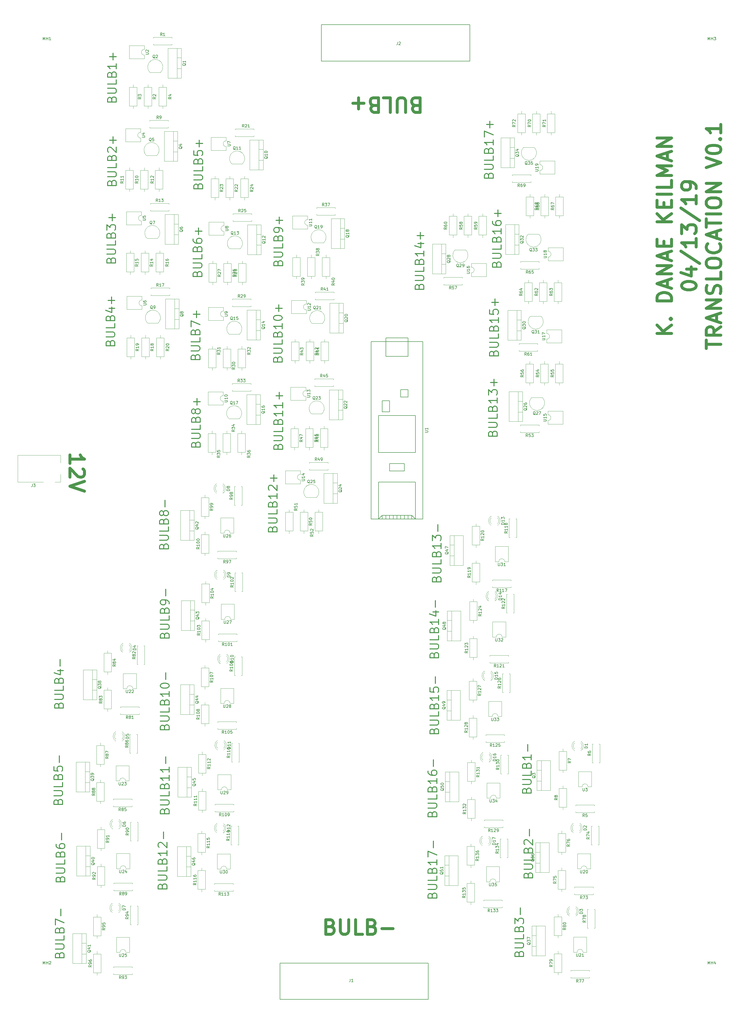
<source format=gbr>
G04 #@! TF.GenerationSoftware,KiCad,Pcbnew,(5.0.0-3-g5ebb6b6)*
G04 #@! TF.CreationDate,2019-04-13T13:39:12-06:00*
G04 #@! TF.ProjectId,VasulkaTranslocationPCB,566173756C6B615472616E736C6F6361,rev?*
G04 #@! TF.SameCoordinates,Original*
G04 #@! TF.FileFunction,Legend,Top*
G04 #@! TF.FilePolarity,Positive*
%FSLAX46Y46*%
G04 Gerber Fmt 4.6, Leading zero omitted, Abs format (unit mm)*
G04 Created by KiCad (PCBNEW (5.0.0-3-g5ebb6b6)) date Saturday, April 13, 2019 at 01:39:12 PM*
%MOMM*%
%LPD*%
G01*
G04 APERTURE LIST*
%ADD10C,1.000000*%
%ADD11C,0.300000*%
%ADD12C,0.120000*%
%ADD13C,0.150000*%
G04 APERTURE END LIST*
D10*
X240980312Y-133006102D02*
X240266026Y-132768007D01*
X240027931Y-132529912D01*
X239789836Y-132053721D01*
X239789836Y-131339436D01*
X240027931Y-130863245D01*
X240266026Y-130625150D01*
X240742217Y-130387055D01*
X242646979Y-130387055D01*
X242646979Y-135387055D01*
X240980312Y-135387055D01*
X240504121Y-135148960D01*
X240266026Y-134910864D01*
X240027931Y-134434674D01*
X240027931Y-133958483D01*
X240266026Y-133482293D01*
X240504121Y-133244198D01*
X240980312Y-133006102D01*
X242646979Y-133006102D01*
X237646979Y-135387055D02*
X237646979Y-131339436D01*
X237408883Y-130863245D01*
X237170788Y-130625150D01*
X236694598Y-130387055D01*
X235742217Y-130387055D01*
X235266026Y-130625150D01*
X235027931Y-130863245D01*
X234789836Y-131339436D01*
X234789836Y-135387055D01*
X230027931Y-130387055D02*
X232408883Y-130387055D01*
X232408883Y-135387055D01*
X226694598Y-133006102D02*
X225980312Y-132768007D01*
X225742217Y-132529912D01*
X225504121Y-132053721D01*
X225504121Y-131339436D01*
X225742217Y-130863245D01*
X225980312Y-130625150D01*
X226456502Y-130387055D01*
X228361264Y-130387055D01*
X228361264Y-135387055D01*
X226694598Y-135387055D01*
X226218407Y-135148960D01*
X225980312Y-134910864D01*
X225742217Y-134434674D01*
X225742217Y-133958483D01*
X225980312Y-133482293D01*
X226218407Y-133244198D01*
X226694598Y-133006102D01*
X228361264Y-133006102D01*
X223361264Y-132291817D02*
X219551740Y-132291817D01*
X221456502Y-130387055D02*
X221456502Y-134196579D01*
D11*
X191911314Y-278493074D02*
X192054171Y-278064502D01*
X192197028Y-277921645D01*
X192482742Y-277778788D01*
X192911314Y-277778788D01*
X193197028Y-277921645D01*
X193339885Y-278064502D01*
X193482742Y-278350217D01*
X193482742Y-279493074D01*
X190482742Y-279493074D01*
X190482742Y-278493074D01*
X190625600Y-278207360D01*
X190768457Y-278064502D01*
X191054171Y-277921645D01*
X191339885Y-277921645D01*
X191625600Y-278064502D01*
X191768457Y-278207360D01*
X191911314Y-278493074D01*
X191911314Y-279493074D01*
X190482742Y-276493074D02*
X192911314Y-276493074D01*
X193197028Y-276350217D01*
X193339885Y-276207360D01*
X193482742Y-275921645D01*
X193482742Y-275350217D01*
X193339885Y-275064502D01*
X193197028Y-274921645D01*
X192911314Y-274778788D01*
X190482742Y-274778788D01*
X193482742Y-271921645D02*
X193482742Y-273350217D01*
X190482742Y-273350217D01*
X191911314Y-269921645D02*
X192054171Y-269493074D01*
X192197028Y-269350217D01*
X192482742Y-269207360D01*
X192911314Y-269207360D01*
X193197028Y-269350217D01*
X193339885Y-269493074D01*
X193482742Y-269778788D01*
X193482742Y-270921645D01*
X190482742Y-270921645D01*
X190482742Y-269921645D01*
X190625600Y-269635931D01*
X190768457Y-269493074D01*
X191054171Y-269350217D01*
X191339885Y-269350217D01*
X191625600Y-269493074D01*
X191768457Y-269635931D01*
X191911314Y-269921645D01*
X191911314Y-270921645D01*
X193482742Y-266350217D02*
X193482742Y-268064502D01*
X193482742Y-267207360D02*
X190482742Y-267207360D01*
X190911314Y-267493074D01*
X191197028Y-267778788D01*
X191339885Y-268064502D01*
X190768457Y-265207360D02*
X190625600Y-265064502D01*
X190482742Y-264778788D01*
X190482742Y-264064502D01*
X190625600Y-263778788D01*
X190768457Y-263635931D01*
X191054171Y-263493074D01*
X191339885Y-263493074D01*
X191768457Y-263635931D01*
X193482742Y-265350217D01*
X193482742Y-263493074D01*
X192339885Y-262207360D02*
X192339885Y-259921645D01*
X193482742Y-261064502D02*
X191197028Y-261064502D01*
X193790914Y-250187314D02*
X193933771Y-249758742D01*
X194076628Y-249615885D01*
X194362342Y-249473028D01*
X194790914Y-249473028D01*
X195076628Y-249615885D01*
X195219485Y-249758742D01*
X195362342Y-250044457D01*
X195362342Y-251187314D01*
X192362342Y-251187314D01*
X192362342Y-250187314D01*
X192505200Y-249901600D01*
X192648057Y-249758742D01*
X192933771Y-249615885D01*
X193219485Y-249615885D01*
X193505200Y-249758742D01*
X193648057Y-249901600D01*
X193790914Y-250187314D01*
X193790914Y-251187314D01*
X192362342Y-248187314D02*
X194790914Y-248187314D01*
X195076628Y-248044457D01*
X195219485Y-247901600D01*
X195362342Y-247615885D01*
X195362342Y-247044457D01*
X195219485Y-246758742D01*
X195076628Y-246615885D01*
X194790914Y-246473028D01*
X192362342Y-246473028D01*
X195362342Y-243615885D02*
X195362342Y-245044457D01*
X192362342Y-245044457D01*
X193790914Y-241615885D02*
X193933771Y-241187314D01*
X194076628Y-241044457D01*
X194362342Y-240901600D01*
X194790914Y-240901600D01*
X195076628Y-241044457D01*
X195219485Y-241187314D01*
X195362342Y-241473028D01*
X195362342Y-242615885D01*
X192362342Y-242615885D01*
X192362342Y-241615885D01*
X192505200Y-241330171D01*
X192648057Y-241187314D01*
X192933771Y-241044457D01*
X193219485Y-241044457D01*
X193505200Y-241187314D01*
X193648057Y-241330171D01*
X193790914Y-241615885D01*
X193790914Y-242615885D01*
X195362342Y-238044457D02*
X195362342Y-239758742D01*
X195362342Y-238901600D02*
X192362342Y-238901600D01*
X192790914Y-239187314D01*
X193076628Y-239473028D01*
X193219485Y-239758742D01*
X195362342Y-235187314D02*
X195362342Y-236901600D01*
X195362342Y-236044457D02*
X192362342Y-236044457D01*
X192790914Y-236330171D01*
X193076628Y-236615885D01*
X193219485Y-236901600D01*
X194219485Y-233901600D02*
X194219485Y-231615885D01*
X195362342Y-232758742D02*
X193076628Y-232758742D01*
X193643594Y-220149274D02*
X193786451Y-219720702D01*
X193929308Y-219577845D01*
X194215022Y-219434988D01*
X194643594Y-219434988D01*
X194929308Y-219577845D01*
X195072165Y-219720702D01*
X195215022Y-220006417D01*
X195215022Y-221149274D01*
X192215022Y-221149274D01*
X192215022Y-220149274D01*
X192357880Y-219863560D01*
X192500737Y-219720702D01*
X192786451Y-219577845D01*
X193072165Y-219577845D01*
X193357880Y-219720702D01*
X193500737Y-219863560D01*
X193643594Y-220149274D01*
X193643594Y-221149274D01*
X192215022Y-218149274D02*
X194643594Y-218149274D01*
X194929308Y-218006417D01*
X195072165Y-217863560D01*
X195215022Y-217577845D01*
X195215022Y-217006417D01*
X195072165Y-216720702D01*
X194929308Y-216577845D01*
X194643594Y-216434988D01*
X192215022Y-216434988D01*
X195215022Y-213577845D02*
X195215022Y-215006417D01*
X192215022Y-215006417D01*
X193643594Y-211577845D02*
X193786451Y-211149274D01*
X193929308Y-211006417D01*
X194215022Y-210863560D01*
X194643594Y-210863560D01*
X194929308Y-211006417D01*
X195072165Y-211149274D01*
X195215022Y-211434988D01*
X195215022Y-212577845D01*
X192215022Y-212577845D01*
X192215022Y-211577845D01*
X192357880Y-211292131D01*
X192500737Y-211149274D01*
X192786451Y-211006417D01*
X193072165Y-211006417D01*
X193357880Y-211149274D01*
X193500737Y-211292131D01*
X193643594Y-211577845D01*
X193643594Y-212577845D01*
X195215022Y-208006417D02*
X195215022Y-209720702D01*
X195215022Y-208863560D02*
X192215022Y-208863560D01*
X192643594Y-209149274D01*
X192929308Y-209434988D01*
X193072165Y-209720702D01*
X192215022Y-206149274D02*
X192215022Y-205863560D01*
X192357880Y-205577845D01*
X192500737Y-205434988D01*
X192786451Y-205292131D01*
X193357880Y-205149274D01*
X194072165Y-205149274D01*
X194643594Y-205292131D01*
X194929308Y-205434988D01*
X195072165Y-205577845D01*
X195215022Y-205863560D01*
X195215022Y-206149274D01*
X195072165Y-206434988D01*
X194929308Y-206577845D01*
X194643594Y-206720702D01*
X194072165Y-206863560D01*
X193357880Y-206863560D01*
X192786451Y-206720702D01*
X192500737Y-206577845D01*
X192357880Y-206434988D01*
X192215022Y-206149274D01*
X194072165Y-203863560D02*
X194072165Y-201577845D01*
X195215022Y-202720702D02*
X192929308Y-202720702D01*
X193790914Y-187092622D02*
X193933771Y-186664051D01*
X194076628Y-186521194D01*
X194362342Y-186378337D01*
X194790914Y-186378337D01*
X195076628Y-186521194D01*
X195219485Y-186664051D01*
X195362342Y-186949765D01*
X195362342Y-188092622D01*
X192362342Y-188092622D01*
X192362342Y-187092622D01*
X192505200Y-186806908D01*
X192648057Y-186664051D01*
X192933771Y-186521194D01*
X193219485Y-186521194D01*
X193505200Y-186664051D01*
X193648057Y-186806908D01*
X193790914Y-187092622D01*
X193790914Y-188092622D01*
X192362342Y-185092622D02*
X194790914Y-185092622D01*
X195076628Y-184949765D01*
X195219485Y-184806908D01*
X195362342Y-184521194D01*
X195362342Y-183949765D01*
X195219485Y-183664051D01*
X195076628Y-183521194D01*
X194790914Y-183378337D01*
X192362342Y-183378337D01*
X195362342Y-180521194D02*
X195362342Y-181949765D01*
X192362342Y-181949765D01*
X193790914Y-178521194D02*
X193933771Y-178092622D01*
X194076628Y-177949765D01*
X194362342Y-177806908D01*
X194790914Y-177806908D01*
X195076628Y-177949765D01*
X195219485Y-178092622D01*
X195362342Y-178378337D01*
X195362342Y-179521194D01*
X192362342Y-179521194D01*
X192362342Y-178521194D01*
X192505200Y-178235480D01*
X192648057Y-178092622D01*
X192933771Y-177949765D01*
X193219485Y-177949765D01*
X193505200Y-178092622D01*
X193648057Y-178235480D01*
X193790914Y-178521194D01*
X193790914Y-179521194D01*
X195362342Y-176378337D02*
X195362342Y-175806908D01*
X195219485Y-175521194D01*
X195076628Y-175378337D01*
X194648057Y-175092622D01*
X194076628Y-174949765D01*
X192933771Y-174949765D01*
X192648057Y-175092622D01*
X192505200Y-175235480D01*
X192362342Y-175521194D01*
X192362342Y-176092622D01*
X192505200Y-176378337D01*
X192648057Y-176521194D01*
X192933771Y-176664051D01*
X193648057Y-176664051D01*
X193933771Y-176521194D01*
X194076628Y-176378337D01*
X194219485Y-176092622D01*
X194219485Y-175521194D01*
X194076628Y-175235480D01*
X193933771Y-175092622D01*
X193648057Y-174949765D01*
X194219485Y-173664051D02*
X194219485Y-171378337D01*
X195362342Y-172521194D02*
X193076628Y-172521194D01*
X165485154Y-249393742D02*
X165628011Y-248965171D01*
X165770868Y-248822314D01*
X166056582Y-248679457D01*
X166485154Y-248679457D01*
X166770868Y-248822314D01*
X166913725Y-248965171D01*
X167056582Y-249250885D01*
X167056582Y-250393742D01*
X164056582Y-250393742D01*
X164056582Y-249393742D01*
X164199440Y-249108028D01*
X164342297Y-248965171D01*
X164628011Y-248822314D01*
X164913725Y-248822314D01*
X165199440Y-248965171D01*
X165342297Y-249108028D01*
X165485154Y-249393742D01*
X165485154Y-250393742D01*
X164056582Y-247393742D02*
X166485154Y-247393742D01*
X166770868Y-247250885D01*
X166913725Y-247108028D01*
X167056582Y-246822314D01*
X167056582Y-246250885D01*
X166913725Y-245965171D01*
X166770868Y-245822314D01*
X166485154Y-245679457D01*
X164056582Y-245679457D01*
X167056582Y-242822314D02*
X167056582Y-244250885D01*
X164056582Y-244250885D01*
X165485154Y-240822314D02*
X165628011Y-240393742D01*
X165770868Y-240250885D01*
X166056582Y-240108028D01*
X166485154Y-240108028D01*
X166770868Y-240250885D01*
X166913725Y-240393742D01*
X167056582Y-240679457D01*
X167056582Y-241822314D01*
X164056582Y-241822314D01*
X164056582Y-240822314D01*
X164199440Y-240536600D01*
X164342297Y-240393742D01*
X164628011Y-240250885D01*
X164913725Y-240250885D01*
X165199440Y-240393742D01*
X165342297Y-240536600D01*
X165485154Y-240822314D01*
X165485154Y-241822314D01*
X165342297Y-238393742D02*
X165199440Y-238679457D01*
X165056582Y-238822314D01*
X164770868Y-238965171D01*
X164628011Y-238965171D01*
X164342297Y-238822314D01*
X164199440Y-238679457D01*
X164056582Y-238393742D01*
X164056582Y-237822314D01*
X164199440Y-237536600D01*
X164342297Y-237393742D01*
X164628011Y-237250885D01*
X164770868Y-237250885D01*
X165056582Y-237393742D01*
X165199440Y-237536600D01*
X165342297Y-237822314D01*
X165342297Y-238393742D01*
X165485154Y-238679457D01*
X165628011Y-238822314D01*
X165913725Y-238965171D01*
X166485154Y-238965171D01*
X166770868Y-238822314D01*
X166913725Y-238679457D01*
X167056582Y-238393742D01*
X167056582Y-237822314D01*
X166913725Y-237536600D01*
X166770868Y-237393742D01*
X166485154Y-237250885D01*
X165913725Y-237250885D01*
X165628011Y-237393742D01*
X165485154Y-237536600D01*
X165342297Y-237822314D01*
X165913725Y-235965171D02*
X165913725Y-233679457D01*
X167056582Y-234822314D02*
X164770868Y-234822314D01*
X165347994Y-219345542D02*
X165490851Y-218916971D01*
X165633708Y-218774114D01*
X165919422Y-218631257D01*
X166347994Y-218631257D01*
X166633708Y-218774114D01*
X166776565Y-218916971D01*
X166919422Y-219202685D01*
X166919422Y-220345542D01*
X163919422Y-220345542D01*
X163919422Y-219345542D01*
X164062280Y-219059828D01*
X164205137Y-218916971D01*
X164490851Y-218774114D01*
X164776565Y-218774114D01*
X165062280Y-218916971D01*
X165205137Y-219059828D01*
X165347994Y-219345542D01*
X165347994Y-220345542D01*
X163919422Y-217345542D02*
X166347994Y-217345542D01*
X166633708Y-217202685D01*
X166776565Y-217059828D01*
X166919422Y-216774114D01*
X166919422Y-216202685D01*
X166776565Y-215916971D01*
X166633708Y-215774114D01*
X166347994Y-215631257D01*
X163919422Y-215631257D01*
X166919422Y-212774114D02*
X166919422Y-214202685D01*
X163919422Y-214202685D01*
X165347994Y-210774114D02*
X165490851Y-210345542D01*
X165633708Y-210202685D01*
X165919422Y-210059828D01*
X166347994Y-210059828D01*
X166633708Y-210202685D01*
X166776565Y-210345542D01*
X166919422Y-210631257D01*
X166919422Y-211774114D01*
X163919422Y-211774114D01*
X163919422Y-210774114D01*
X164062280Y-210488400D01*
X164205137Y-210345542D01*
X164490851Y-210202685D01*
X164776565Y-210202685D01*
X165062280Y-210345542D01*
X165205137Y-210488400D01*
X165347994Y-210774114D01*
X165347994Y-211774114D01*
X163919422Y-209059828D02*
X163919422Y-207059828D01*
X166919422Y-208345542D01*
X165776565Y-205916971D02*
X165776565Y-203631257D01*
X166919422Y-204774114D02*
X164633708Y-204774114D01*
X166038874Y-190816262D02*
X166181731Y-190387691D01*
X166324588Y-190244834D01*
X166610302Y-190101977D01*
X167038874Y-190101977D01*
X167324588Y-190244834D01*
X167467445Y-190387691D01*
X167610302Y-190673405D01*
X167610302Y-191816262D01*
X164610302Y-191816262D01*
X164610302Y-190816262D01*
X164753160Y-190530548D01*
X164896017Y-190387691D01*
X165181731Y-190244834D01*
X165467445Y-190244834D01*
X165753160Y-190387691D01*
X165896017Y-190530548D01*
X166038874Y-190816262D01*
X166038874Y-191816262D01*
X164610302Y-188816262D02*
X167038874Y-188816262D01*
X167324588Y-188673405D01*
X167467445Y-188530548D01*
X167610302Y-188244834D01*
X167610302Y-187673405D01*
X167467445Y-187387691D01*
X167324588Y-187244834D01*
X167038874Y-187101977D01*
X164610302Y-187101977D01*
X167610302Y-184244834D02*
X167610302Y-185673405D01*
X164610302Y-185673405D01*
X166038874Y-182244834D02*
X166181731Y-181816262D01*
X166324588Y-181673405D01*
X166610302Y-181530548D01*
X167038874Y-181530548D01*
X167324588Y-181673405D01*
X167467445Y-181816262D01*
X167610302Y-182101977D01*
X167610302Y-183244834D01*
X164610302Y-183244834D01*
X164610302Y-182244834D01*
X164753160Y-181959120D01*
X164896017Y-181816262D01*
X165181731Y-181673405D01*
X165467445Y-181673405D01*
X165753160Y-181816262D01*
X165896017Y-181959120D01*
X166038874Y-182244834D01*
X166038874Y-183244834D01*
X164610302Y-178959120D02*
X164610302Y-179530548D01*
X164753160Y-179816262D01*
X164896017Y-179959120D01*
X165324588Y-180244834D01*
X165896017Y-180387691D01*
X167038874Y-180387691D01*
X167324588Y-180244834D01*
X167467445Y-180101977D01*
X167610302Y-179816262D01*
X167610302Y-179244834D01*
X167467445Y-178959120D01*
X167324588Y-178816262D01*
X167038874Y-178673405D01*
X166324588Y-178673405D01*
X166038874Y-178816262D01*
X165896017Y-178959120D01*
X165753160Y-179244834D01*
X165753160Y-179816262D01*
X165896017Y-180101977D01*
X166038874Y-180244834D01*
X166324588Y-180387691D01*
X166467445Y-177387691D02*
X166467445Y-175101977D01*
X167610302Y-176244834D02*
X165324588Y-176244834D01*
X166287794Y-160651222D02*
X166430651Y-160222651D01*
X166573508Y-160079794D01*
X166859222Y-159936937D01*
X167287794Y-159936937D01*
X167573508Y-160079794D01*
X167716365Y-160222651D01*
X167859222Y-160508365D01*
X167859222Y-161651222D01*
X164859222Y-161651222D01*
X164859222Y-160651222D01*
X165002080Y-160365508D01*
X165144937Y-160222651D01*
X165430651Y-160079794D01*
X165716365Y-160079794D01*
X166002080Y-160222651D01*
X166144937Y-160365508D01*
X166287794Y-160651222D01*
X166287794Y-161651222D01*
X164859222Y-158651222D02*
X167287794Y-158651222D01*
X167573508Y-158508365D01*
X167716365Y-158365508D01*
X167859222Y-158079794D01*
X167859222Y-157508365D01*
X167716365Y-157222651D01*
X167573508Y-157079794D01*
X167287794Y-156936937D01*
X164859222Y-156936937D01*
X167859222Y-154079794D02*
X167859222Y-155508365D01*
X164859222Y-155508365D01*
X166287794Y-152079794D02*
X166430651Y-151651222D01*
X166573508Y-151508365D01*
X166859222Y-151365508D01*
X167287794Y-151365508D01*
X167573508Y-151508365D01*
X167716365Y-151651222D01*
X167859222Y-151936937D01*
X167859222Y-153079794D01*
X164859222Y-153079794D01*
X164859222Y-152079794D01*
X165002080Y-151794080D01*
X165144937Y-151651222D01*
X165430651Y-151508365D01*
X165716365Y-151508365D01*
X166002080Y-151651222D01*
X166144937Y-151794080D01*
X166287794Y-152079794D01*
X166287794Y-153079794D01*
X164859222Y-148651222D02*
X164859222Y-150079794D01*
X166287794Y-150222651D01*
X166144937Y-150079794D01*
X166002080Y-149794080D01*
X166002080Y-149079794D01*
X166144937Y-148794080D01*
X166287794Y-148651222D01*
X166573508Y-148508365D01*
X167287794Y-148508365D01*
X167573508Y-148651222D01*
X167716365Y-148794080D01*
X167859222Y-149079794D01*
X167859222Y-149794080D01*
X167716365Y-150079794D01*
X167573508Y-150222651D01*
X166716365Y-147222651D02*
X166716365Y-144936937D01*
X167859222Y-146079794D02*
X165573508Y-146079794D01*
X136087194Y-214560182D02*
X136230051Y-214131611D01*
X136372908Y-213988754D01*
X136658622Y-213845897D01*
X137087194Y-213845897D01*
X137372908Y-213988754D01*
X137515765Y-214131611D01*
X137658622Y-214417325D01*
X137658622Y-215560182D01*
X134658622Y-215560182D01*
X134658622Y-214560182D01*
X134801480Y-214274468D01*
X134944337Y-214131611D01*
X135230051Y-213988754D01*
X135515765Y-213988754D01*
X135801480Y-214131611D01*
X135944337Y-214274468D01*
X136087194Y-214560182D01*
X136087194Y-215560182D01*
X134658622Y-212560182D02*
X137087194Y-212560182D01*
X137372908Y-212417325D01*
X137515765Y-212274468D01*
X137658622Y-211988754D01*
X137658622Y-211417325D01*
X137515765Y-211131611D01*
X137372908Y-210988754D01*
X137087194Y-210845897D01*
X134658622Y-210845897D01*
X137658622Y-207988754D02*
X137658622Y-209417325D01*
X134658622Y-209417325D01*
X136087194Y-205988754D02*
X136230051Y-205560182D01*
X136372908Y-205417325D01*
X136658622Y-205274468D01*
X137087194Y-205274468D01*
X137372908Y-205417325D01*
X137515765Y-205560182D01*
X137658622Y-205845897D01*
X137658622Y-206988754D01*
X134658622Y-206988754D01*
X134658622Y-205988754D01*
X134801480Y-205703040D01*
X134944337Y-205560182D01*
X135230051Y-205417325D01*
X135515765Y-205417325D01*
X135801480Y-205560182D01*
X135944337Y-205703040D01*
X136087194Y-205988754D01*
X136087194Y-206988754D01*
X135658622Y-202703040D02*
X137658622Y-202703040D01*
X134515765Y-203417325D02*
X136658622Y-204131611D01*
X136658622Y-202274468D01*
X136515765Y-201131611D02*
X136515765Y-198845897D01*
X137658622Y-199988754D02*
X135372908Y-199988754D01*
X136346274Y-186132502D02*
X136489131Y-185703931D01*
X136631988Y-185561074D01*
X136917702Y-185418217D01*
X137346274Y-185418217D01*
X137631988Y-185561074D01*
X137774845Y-185703931D01*
X137917702Y-185989645D01*
X137917702Y-187132502D01*
X134917702Y-187132502D01*
X134917702Y-186132502D01*
X135060560Y-185846788D01*
X135203417Y-185703931D01*
X135489131Y-185561074D01*
X135774845Y-185561074D01*
X136060560Y-185703931D01*
X136203417Y-185846788D01*
X136346274Y-186132502D01*
X136346274Y-187132502D01*
X134917702Y-184132502D02*
X137346274Y-184132502D01*
X137631988Y-183989645D01*
X137774845Y-183846788D01*
X137917702Y-183561074D01*
X137917702Y-182989645D01*
X137774845Y-182703931D01*
X137631988Y-182561074D01*
X137346274Y-182418217D01*
X134917702Y-182418217D01*
X137917702Y-179561074D02*
X137917702Y-180989645D01*
X134917702Y-180989645D01*
X136346274Y-177561074D02*
X136489131Y-177132502D01*
X136631988Y-176989645D01*
X136917702Y-176846788D01*
X137346274Y-176846788D01*
X137631988Y-176989645D01*
X137774845Y-177132502D01*
X137917702Y-177418217D01*
X137917702Y-178561074D01*
X134917702Y-178561074D01*
X134917702Y-177561074D01*
X135060560Y-177275360D01*
X135203417Y-177132502D01*
X135489131Y-176989645D01*
X135774845Y-176989645D01*
X136060560Y-177132502D01*
X136203417Y-177275360D01*
X136346274Y-177561074D01*
X136346274Y-178561074D01*
X134917702Y-175846788D02*
X134917702Y-173989645D01*
X136060560Y-174989645D01*
X136060560Y-174561074D01*
X136203417Y-174275360D01*
X136346274Y-174132502D01*
X136631988Y-173989645D01*
X137346274Y-173989645D01*
X137631988Y-174132502D01*
X137774845Y-174275360D01*
X137917702Y-174561074D01*
X137917702Y-175418217D01*
X137774845Y-175703931D01*
X137631988Y-175846788D01*
X136774845Y-172703931D02*
X136774845Y-170418217D01*
X137917702Y-171561074D02*
X135631988Y-171561074D01*
X136605354Y-159533622D02*
X136748211Y-159105051D01*
X136891068Y-158962194D01*
X137176782Y-158819337D01*
X137605354Y-158819337D01*
X137891068Y-158962194D01*
X138033925Y-159105051D01*
X138176782Y-159390765D01*
X138176782Y-160533622D01*
X135176782Y-160533622D01*
X135176782Y-159533622D01*
X135319640Y-159247908D01*
X135462497Y-159105051D01*
X135748211Y-158962194D01*
X136033925Y-158962194D01*
X136319640Y-159105051D01*
X136462497Y-159247908D01*
X136605354Y-159533622D01*
X136605354Y-160533622D01*
X135176782Y-157533622D02*
X137605354Y-157533622D01*
X137891068Y-157390765D01*
X138033925Y-157247908D01*
X138176782Y-156962194D01*
X138176782Y-156390765D01*
X138033925Y-156105051D01*
X137891068Y-155962194D01*
X137605354Y-155819337D01*
X135176782Y-155819337D01*
X138176782Y-152962194D02*
X138176782Y-154390765D01*
X135176782Y-154390765D01*
X136605354Y-150962194D02*
X136748211Y-150533622D01*
X136891068Y-150390765D01*
X137176782Y-150247908D01*
X137605354Y-150247908D01*
X137891068Y-150390765D01*
X138033925Y-150533622D01*
X138176782Y-150819337D01*
X138176782Y-151962194D01*
X135176782Y-151962194D01*
X135176782Y-150962194D01*
X135319640Y-150676480D01*
X135462497Y-150533622D01*
X135748211Y-150390765D01*
X136033925Y-150390765D01*
X136319640Y-150533622D01*
X136462497Y-150676480D01*
X136605354Y-150962194D01*
X136605354Y-151962194D01*
X135462497Y-149105051D02*
X135319640Y-148962194D01*
X135176782Y-148676480D01*
X135176782Y-147962194D01*
X135319640Y-147676480D01*
X135462497Y-147533622D01*
X135748211Y-147390765D01*
X136033925Y-147390765D01*
X136462497Y-147533622D01*
X138176782Y-149247908D01*
X138176782Y-147390765D01*
X137033925Y-146105051D02*
X137033925Y-143819337D01*
X138176782Y-144962194D02*
X135891068Y-144962194D01*
X136605354Y-130846862D02*
X136748211Y-130418291D01*
X136891068Y-130275434D01*
X137176782Y-130132577D01*
X137605354Y-130132577D01*
X137891068Y-130275434D01*
X138033925Y-130418291D01*
X138176782Y-130704005D01*
X138176782Y-131846862D01*
X135176782Y-131846862D01*
X135176782Y-130846862D01*
X135319640Y-130561148D01*
X135462497Y-130418291D01*
X135748211Y-130275434D01*
X136033925Y-130275434D01*
X136319640Y-130418291D01*
X136462497Y-130561148D01*
X136605354Y-130846862D01*
X136605354Y-131846862D01*
X135176782Y-128846862D02*
X137605354Y-128846862D01*
X137891068Y-128704005D01*
X138033925Y-128561148D01*
X138176782Y-128275434D01*
X138176782Y-127704005D01*
X138033925Y-127418291D01*
X137891068Y-127275434D01*
X137605354Y-127132577D01*
X135176782Y-127132577D01*
X138176782Y-124275434D02*
X138176782Y-125704005D01*
X135176782Y-125704005D01*
X136605354Y-122275434D02*
X136748211Y-121846862D01*
X136891068Y-121704005D01*
X137176782Y-121561148D01*
X137605354Y-121561148D01*
X137891068Y-121704005D01*
X138033925Y-121846862D01*
X138176782Y-122132577D01*
X138176782Y-123275434D01*
X135176782Y-123275434D01*
X135176782Y-122275434D01*
X135319640Y-121989720D01*
X135462497Y-121846862D01*
X135748211Y-121704005D01*
X136033925Y-121704005D01*
X136319640Y-121846862D01*
X136462497Y-121989720D01*
X136605354Y-122275434D01*
X136605354Y-123275434D01*
X138176782Y-118704005D02*
X138176782Y-120418291D01*
X138176782Y-119561148D02*
X135176782Y-119561148D01*
X135605354Y-119846862D01*
X135891068Y-120132577D01*
X136033925Y-120418291D01*
X137033925Y-117418291D02*
X137033925Y-115132577D01*
X138176782Y-116275434D02*
X135891068Y-116275434D01*
X266165674Y-156999794D02*
X266308531Y-156571222D01*
X266451388Y-156428365D01*
X266737102Y-156285508D01*
X267165674Y-156285508D01*
X267451388Y-156428365D01*
X267594245Y-156571222D01*
X267737102Y-156856937D01*
X267737102Y-157999794D01*
X264737102Y-157999794D01*
X264737102Y-156999794D01*
X264879960Y-156714080D01*
X265022817Y-156571222D01*
X265308531Y-156428365D01*
X265594245Y-156428365D01*
X265879960Y-156571222D01*
X266022817Y-156714080D01*
X266165674Y-156999794D01*
X266165674Y-157999794D01*
X264737102Y-154999794D02*
X267165674Y-154999794D01*
X267451388Y-154856937D01*
X267594245Y-154714080D01*
X267737102Y-154428365D01*
X267737102Y-153856937D01*
X267594245Y-153571222D01*
X267451388Y-153428365D01*
X267165674Y-153285508D01*
X264737102Y-153285508D01*
X267737102Y-150428365D02*
X267737102Y-151856937D01*
X264737102Y-151856937D01*
X266165674Y-148428365D02*
X266308531Y-147999794D01*
X266451388Y-147856937D01*
X266737102Y-147714080D01*
X267165674Y-147714080D01*
X267451388Y-147856937D01*
X267594245Y-147999794D01*
X267737102Y-148285508D01*
X267737102Y-149428365D01*
X264737102Y-149428365D01*
X264737102Y-148428365D01*
X264879960Y-148142651D01*
X265022817Y-147999794D01*
X265308531Y-147856937D01*
X265594245Y-147856937D01*
X265879960Y-147999794D01*
X266022817Y-148142651D01*
X266165674Y-148428365D01*
X266165674Y-149428365D01*
X267737102Y-144856937D02*
X267737102Y-146571222D01*
X267737102Y-145714080D02*
X264737102Y-145714080D01*
X265165674Y-145999794D01*
X265451388Y-146285508D01*
X265594245Y-146571222D01*
X264737102Y-143856937D02*
X264737102Y-141856937D01*
X267737102Y-143142651D01*
X266594245Y-140714080D02*
X266594245Y-138428365D01*
X267737102Y-139571222D02*
X265451388Y-139571222D01*
X268929194Y-187540754D02*
X269072051Y-187112182D01*
X269214908Y-186969325D01*
X269500622Y-186826468D01*
X269929194Y-186826468D01*
X270214908Y-186969325D01*
X270357765Y-187112182D01*
X270500622Y-187397897D01*
X270500622Y-188540754D01*
X267500622Y-188540754D01*
X267500622Y-187540754D01*
X267643480Y-187255040D01*
X267786337Y-187112182D01*
X268072051Y-186969325D01*
X268357765Y-186969325D01*
X268643480Y-187112182D01*
X268786337Y-187255040D01*
X268929194Y-187540754D01*
X268929194Y-188540754D01*
X267500622Y-185540754D02*
X269929194Y-185540754D01*
X270214908Y-185397897D01*
X270357765Y-185255040D01*
X270500622Y-184969325D01*
X270500622Y-184397897D01*
X270357765Y-184112182D01*
X270214908Y-183969325D01*
X269929194Y-183826468D01*
X267500622Y-183826468D01*
X270500622Y-180969325D02*
X270500622Y-182397897D01*
X267500622Y-182397897D01*
X268929194Y-178969325D02*
X269072051Y-178540754D01*
X269214908Y-178397897D01*
X269500622Y-178255040D01*
X269929194Y-178255040D01*
X270214908Y-178397897D01*
X270357765Y-178540754D01*
X270500622Y-178826468D01*
X270500622Y-179969325D01*
X267500622Y-179969325D01*
X267500622Y-178969325D01*
X267643480Y-178683611D01*
X267786337Y-178540754D01*
X268072051Y-178397897D01*
X268357765Y-178397897D01*
X268643480Y-178540754D01*
X268786337Y-178683611D01*
X268929194Y-178969325D01*
X268929194Y-179969325D01*
X270500622Y-175397897D02*
X270500622Y-177112182D01*
X270500622Y-176255040D02*
X267500622Y-176255040D01*
X267929194Y-176540754D01*
X268214908Y-176826468D01*
X268357765Y-177112182D01*
X267500622Y-172826468D02*
X267500622Y-173397897D01*
X267643480Y-173683611D01*
X267786337Y-173826468D01*
X268214908Y-174112182D01*
X268786337Y-174255040D01*
X269929194Y-174255040D01*
X270214908Y-174112182D01*
X270357765Y-173969325D01*
X270500622Y-173683611D01*
X270500622Y-173112182D01*
X270357765Y-172826468D01*
X270214908Y-172683611D01*
X269929194Y-172540754D01*
X269214908Y-172540754D01*
X268929194Y-172683611D01*
X268786337Y-172826468D01*
X268643480Y-173112182D01*
X268643480Y-173683611D01*
X268786337Y-173969325D01*
X268929194Y-174112182D01*
X269214908Y-174255040D01*
X269357765Y-171255040D02*
X269357765Y-168969325D01*
X270500622Y-170112182D02*
X268214908Y-170112182D01*
X267963994Y-218081714D02*
X268106851Y-217653142D01*
X268249708Y-217510285D01*
X268535422Y-217367428D01*
X268963994Y-217367428D01*
X269249708Y-217510285D01*
X269392565Y-217653142D01*
X269535422Y-217938857D01*
X269535422Y-219081714D01*
X266535422Y-219081714D01*
X266535422Y-218081714D01*
X266678280Y-217796000D01*
X266821137Y-217653142D01*
X267106851Y-217510285D01*
X267392565Y-217510285D01*
X267678280Y-217653142D01*
X267821137Y-217796000D01*
X267963994Y-218081714D01*
X267963994Y-219081714D01*
X266535422Y-216081714D02*
X268963994Y-216081714D01*
X269249708Y-215938857D01*
X269392565Y-215796000D01*
X269535422Y-215510285D01*
X269535422Y-214938857D01*
X269392565Y-214653142D01*
X269249708Y-214510285D01*
X268963994Y-214367428D01*
X266535422Y-214367428D01*
X269535422Y-211510285D02*
X269535422Y-212938857D01*
X266535422Y-212938857D01*
X267963994Y-209510285D02*
X268106851Y-209081714D01*
X268249708Y-208938857D01*
X268535422Y-208796000D01*
X268963994Y-208796000D01*
X269249708Y-208938857D01*
X269392565Y-209081714D01*
X269535422Y-209367428D01*
X269535422Y-210510285D01*
X266535422Y-210510285D01*
X266535422Y-209510285D01*
X266678280Y-209224571D01*
X266821137Y-209081714D01*
X267106851Y-208938857D01*
X267392565Y-208938857D01*
X267678280Y-209081714D01*
X267821137Y-209224571D01*
X267963994Y-209510285D01*
X267963994Y-210510285D01*
X269535422Y-205938857D02*
X269535422Y-207653142D01*
X269535422Y-206796000D02*
X266535422Y-206796000D01*
X266963994Y-207081714D01*
X267249708Y-207367428D01*
X267392565Y-207653142D01*
X266535422Y-203224571D02*
X266535422Y-204653142D01*
X267963994Y-204796000D01*
X267821137Y-204653142D01*
X267678280Y-204367428D01*
X267678280Y-203653142D01*
X267821137Y-203367428D01*
X267963994Y-203224571D01*
X268249708Y-203081714D01*
X268963994Y-203081714D01*
X269249708Y-203224571D01*
X269392565Y-203367428D01*
X269535422Y-203653142D01*
X269535422Y-204367428D01*
X269392565Y-204653142D01*
X269249708Y-204796000D01*
X268392565Y-201796000D02*
X268392565Y-199510285D01*
X269535422Y-200653142D02*
X267249708Y-200653142D01*
X242330314Y-195191234D02*
X242473171Y-194762662D01*
X242616028Y-194619805D01*
X242901742Y-194476948D01*
X243330314Y-194476948D01*
X243616028Y-194619805D01*
X243758885Y-194762662D01*
X243901742Y-195048377D01*
X243901742Y-196191234D01*
X240901742Y-196191234D01*
X240901742Y-195191234D01*
X241044600Y-194905520D01*
X241187457Y-194762662D01*
X241473171Y-194619805D01*
X241758885Y-194619805D01*
X242044600Y-194762662D01*
X242187457Y-194905520D01*
X242330314Y-195191234D01*
X242330314Y-196191234D01*
X240901742Y-193191234D02*
X243330314Y-193191234D01*
X243616028Y-193048377D01*
X243758885Y-192905520D01*
X243901742Y-192619805D01*
X243901742Y-192048377D01*
X243758885Y-191762662D01*
X243616028Y-191619805D01*
X243330314Y-191476948D01*
X240901742Y-191476948D01*
X243901742Y-188619805D02*
X243901742Y-190048377D01*
X240901742Y-190048377D01*
X242330314Y-186619805D02*
X242473171Y-186191234D01*
X242616028Y-186048377D01*
X242901742Y-185905520D01*
X243330314Y-185905520D01*
X243616028Y-186048377D01*
X243758885Y-186191234D01*
X243901742Y-186476948D01*
X243901742Y-187619805D01*
X240901742Y-187619805D01*
X240901742Y-186619805D01*
X241044600Y-186334091D01*
X241187457Y-186191234D01*
X241473171Y-186048377D01*
X241758885Y-186048377D01*
X242044600Y-186191234D01*
X242187457Y-186334091D01*
X242330314Y-186619805D01*
X242330314Y-187619805D01*
X243901742Y-183048377D02*
X243901742Y-184762662D01*
X243901742Y-183905520D02*
X240901742Y-183905520D01*
X241330314Y-184191234D01*
X241616028Y-184476948D01*
X241758885Y-184762662D01*
X241901742Y-180476948D02*
X243901742Y-180476948D01*
X240758885Y-181191234D02*
X242901742Y-181905520D01*
X242901742Y-180048377D01*
X242758885Y-178905520D02*
X242758885Y-176619805D01*
X243901742Y-177762662D02*
X241616028Y-177762662D01*
X267562674Y-245650874D02*
X267705531Y-245222302D01*
X267848388Y-245079445D01*
X268134102Y-244936588D01*
X268562674Y-244936588D01*
X268848388Y-245079445D01*
X268991245Y-245222302D01*
X269134102Y-245508017D01*
X269134102Y-246650874D01*
X266134102Y-246650874D01*
X266134102Y-245650874D01*
X266276960Y-245365160D01*
X266419817Y-245222302D01*
X266705531Y-245079445D01*
X266991245Y-245079445D01*
X267276960Y-245222302D01*
X267419817Y-245365160D01*
X267562674Y-245650874D01*
X267562674Y-246650874D01*
X266134102Y-243650874D02*
X268562674Y-243650874D01*
X268848388Y-243508017D01*
X268991245Y-243365160D01*
X269134102Y-243079445D01*
X269134102Y-242508017D01*
X268991245Y-242222302D01*
X268848388Y-242079445D01*
X268562674Y-241936588D01*
X266134102Y-241936588D01*
X269134102Y-239079445D02*
X269134102Y-240508017D01*
X266134102Y-240508017D01*
X267562674Y-237079445D02*
X267705531Y-236650874D01*
X267848388Y-236508017D01*
X268134102Y-236365160D01*
X268562674Y-236365160D01*
X268848388Y-236508017D01*
X268991245Y-236650874D01*
X269134102Y-236936588D01*
X269134102Y-238079445D01*
X266134102Y-238079445D01*
X266134102Y-237079445D01*
X266276960Y-236793731D01*
X266419817Y-236650874D01*
X266705531Y-236508017D01*
X266991245Y-236508017D01*
X267276960Y-236650874D01*
X267419817Y-236793731D01*
X267562674Y-237079445D01*
X267562674Y-238079445D01*
X269134102Y-233508017D02*
X269134102Y-235222302D01*
X269134102Y-234365160D02*
X266134102Y-234365160D01*
X266562674Y-234650874D01*
X266848388Y-234936588D01*
X266991245Y-235222302D01*
X266134102Y-232508017D02*
X266134102Y-230650874D01*
X267276960Y-231650874D01*
X267276960Y-231222302D01*
X267419817Y-230936588D01*
X267562674Y-230793731D01*
X267848388Y-230650874D01*
X268562674Y-230650874D01*
X268848388Y-230793731D01*
X268991245Y-230936588D01*
X269134102Y-231222302D01*
X269134102Y-232079445D01*
X268991245Y-232365160D01*
X268848388Y-232508017D01*
X267991245Y-229365160D02*
X267991245Y-227079445D01*
X269134102Y-228222302D02*
X266848388Y-228222302D01*
X246810874Y-404355154D02*
X246953731Y-403926582D01*
X247096588Y-403783725D01*
X247382302Y-403640868D01*
X247810874Y-403640868D01*
X248096588Y-403783725D01*
X248239445Y-403926582D01*
X248382302Y-404212297D01*
X248382302Y-405355154D01*
X245382302Y-405355154D01*
X245382302Y-404355154D01*
X245525160Y-404069440D01*
X245668017Y-403926582D01*
X245953731Y-403783725D01*
X246239445Y-403783725D01*
X246525160Y-403926582D01*
X246668017Y-404069440D01*
X246810874Y-404355154D01*
X246810874Y-405355154D01*
X245382302Y-402355154D02*
X247810874Y-402355154D01*
X248096588Y-402212297D01*
X248239445Y-402069440D01*
X248382302Y-401783725D01*
X248382302Y-401212297D01*
X248239445Y-400926582D01*
X248096588Y-400783725D01*
X247810874Y-400640868D01*
X245382302Y-400640868D01*
X248382302Y-397783725D02*
X248382302Y-399212297D01*
X245382302Y-399212297D01*
X246810874Y-395783725D02*
X246953731Y-395355154D01*
X247096588Y-395212297D01*
X247382302Y-395069440D01*
X247810874Y-395069440D01*
X248096588Y-395212297D01*
X248239445Y-395355154D01*
X248382302Y-395640868D01*
X248382302Y-396783725D01*
X245382302Y-396783725D01*
X245382302Y-395783725D01*
X245525160Y-395498011D01*
X245668017Y-395355154D01*
X245953731Y-395212297D01*
X246239445Y-395212297D01*
X246525160Y-395355154D01*
X246668017Y-395498011D01*
X246810874Y-395783725D01*
X246810874Y-396783725D01*
X248382302Y-392212297D02*
X248382302Y-393926582D01*
X248382302Y-393069440D02*
X245382302Y-393069440D01*
X245810874Y-393355154D01*
X246096588Y-393640868D01*
X246239445Y-393926582D01*
X245382302Y-391212297D02*
X245382302Y-389212297D01*
X248382302Y-390498011D01*
X247239445Y-388069440D02*
X247239445Y-385783725D01*
X246810874Y-376410074D02*
X246953731Y-375981502D01*
X247096588Y-375838645D01*
X247382302Y-375695788D01*
X247810874Y-375695788D01*
X248096588Y-375838645D01*
X248239445Y-375981502D01*
X248382302Y-376267217D01*
X248382302Y-377410074D01*
X245382302Y-377410074D01*
X245382302Y-376410074D01*
X245525160Y-376124360D01*
X245668017Y-375981502D01*
X245953731Y-375838645D01*
X246239445Y-375838645D01*
X246525160Y-375981502D01*
X246668017Y-376124360D01*
X246810874Y-376410074D01*
X246810874Y-377410074D01*
X245382302Y-374410074D02*
X247810874Y-374410074D01*
X248096588Y-374267217D01*
X248239445Y-374124360D01*
X248382302Y-373838645D01*
X248382302Y-373267217D01*
X248239445Y-372981502D01*
X248096588Y-372838645D01*
X247810874Y-372695788D01*
X245382302Y-372695788D01*
X248382302Y-369838645D02*
X248382302Y-371267217D01*
X245382302Y-371267217D01*
X246810874Y-367838645D02*
X246953731Y-367410074D01*
X247096588Y-367267217D01*
X247382302Y-367124360D01*
X247810874Y-367124360D01*
X248096588Y-367267217D01*
X248239445Y-367410074D01*
X248382302Y-367695788D01*
X248382302Y-368838645D01*
X245382302Y-368838645D01*
X245382302Y-367838645D01*
X245525160Y-367552931D01*
X245668017Y-367410074D01*
X245953731Y-367267217D01*
X246239445Y-367267217D01*
X246525160Y-367410074D01*
X246668017Y-367552931D01*
X246810874Y-367838645D01*
X246810874Y-368838645D01*
X248382302Y-364267217D02*
X248382302Y-365981502D01*
X248382302Y-365124360D02*
X245382302Y-365124360D01*
X245810874Y-365410074D01*
X246096588Y-365695788D01*
X246239445Y-365981502D01*
X245382302Y-361695788D02*
X245382302Y-362267217D01*
X245525160Y-362552931D01*
X245668017Y-362695788D01*
X246096588Y-362981502D01*
X246668017Y-363124360D01*
X247810874Y-363124360D01*
X248096588Y-362981502D01*
X248239445Y-362838645D01*
X248382302Y-362552931D01*
X248382302Y-361981502D01*
X248239445Y-361695788D01*
X248096588Y-361552931D01*
X247810874Y-361410074D01*
X247096588Y-361410074D01*
X246810874Y-361552931D01*
X246668017Y-361695788D01*
X246525160Y-361981502D01*
X246525160Y-362552931D01*
X246668017Y-362838645D01*
X246810874Y-362981502D01*
X247096588Y-363124360D01*
X247239445Y-360124360D02*
X247239445Y-357838645D01*
X247450954Y-347880794D02*
X247593811Y-347452222D01*
X247736668Y-347309365D01*
X248022382Y-347166508D01*
X248450954Y-347166508D01*
X248736668Y-347309365D01*
X248879525Y-347452222D01*
X249022382Y-347737937D01*
X249022382Y-348880794D01*
X246022382Y-348880794D01*
X246022382Y-347880794D01*
X246165240Y-347595080D01*
X246308097Y-347452222D01*
X246593811Y-347309365D01*
X246879525Y-347309365D01*
X247165240Y-347452222D01*
X247308097Y-347595080D01*
X247450954Y-347880794D01*
X247450954Y-348880794D01*
X246022382Y-345880794D02*
X248450954Y-345880794D01*
X248736668Y-345737937D01*
X248879525Y-345595080D01*
X249022382Y-345309365D01*
X249022382Y-344737937D01*
X248879525Y-344452222D01*
X248736668Y-344309365D01*
X248450954Y-344166508D01*
X246022382Y-344166508D01*
X249022382Y-341309365D02*
X249022382Y-342737937D01*
X246022382Y-342737937D01*
X247450954Y-339309365D02*
X247593811Y-338880794D01*
X247736668Y-338737937D01*
X248022382Y-338595080D01*
X248450954Y-338595080D01*
X248736668Y-338737937D01*
X248879525Y-338880794D01*
X249022382Y-339166508D01*
X249022382Y-340309365D01*
X246022382Y-340309365D01*
X246022382Y-339309365D01*
X246165240Y-339023651D01*
X246308097Y-338880794D01*
X246593811Y-338737937D01*
X246879525Y-338737937D01*
X247165240Y-338880794D01*
X247308097Y-339023651D01*
X247450954Y-339309365D01*
X247450954Y-340309365D01*
X249022382Y-335737937D02*
X249022382Y-337452222D01*
X249022382Y-336595080D02*
X246022382Y-336595080D01*
X246450954Y-336880794D01*
X246736668Y-337166508D01*
X246879525Y-337452222D01*
X246022382Y-333023651D02*
X246022382Y-334452222D01*
X247450954Y-334595080D01*
X247308097Y-334452222D01*
X247165240Y-334166508D01*
X247165240Y-333452222D01*
X247308097Y-333166508D01*
X247450954Y-333023651D01*
X247736668Y-332880794D01*
X248450954Y-332880794D01*
X248736668Y-333023651D01*
X248879525Y-333166508D01*
X249022382Y-333452222D01*
X249022382Y-334166508D01*
X248879525Y-334452222D01*
X248736668Y-334595080D01*
X247879525Y-331595080D02*
X247879525Y-329309365D01*
X247450954Y-321749274D02*
X247593811Y-321320702D01*
X247736668Y-321177845D01*
X248022382Y-321034988D01*
X248450954Y-321034988D01*
X248736668Y-321177845D01*
X248879525Y-321320702D01*
X249022382Y-321606417D01*
X249022382Y-322749274D01*
X246022382Y-322749274D01*
X246022382Y-321749274D01*
X246165240Y-321463560D01*
X246308097Y-321320702D01*
X246593811Y-321177845D01*
X246879525Y-321177845D01*
X247165240Y-321320702D01*
X247308097Y-321463560D01*
X247450954Y-321749274D01*
X247450954Y-322749274D01*
X246022382Y-319749274D02*
X248450954Y-319749274D01*
X248736668Y-319606417D01*
X248879525Y-319463560D01*
X249022382Y-319177845D01*
X249022382Y-318606417D01*
X248879525Y-318320702D01*
X248736668Y-318177845D01*
X248450954Y-318034988D01*
X246022382Y-318034988D01*
X249022382Y-315177845D02*
X249022382Y-316606417D01*
X246022382Y-316606417D01*
X247450954Y-313177845D02*
X247593811Y-312749274D01*
X247736668Y-312606417D01*
X248022382Y-312463560D01*
X248450954Y-312463560D01*
X248736668Y-312606417D01*
X248879525Y-312749274D01*
X249022382Y-313034988D01*
X249022382Y-314177845D01*
X246022382Y-314177845D01*
X246022382Y-313177845D01*
X246165240Y-312892131D01*
X246308097Y-312749274D01*
X246593811Y-312606417D01*
X246879525Y-312606417D01*
X247165240Y-312749274D01*
X247308097Y-312892131D01*
X247450954Y-313177845D01*
X247450954Y-314177845D01*
X249022382Y-309606417D02*
X249022382Y-311320702D01*
X249022382Y-310463560D02*
X246022382Y-310463560D01*
X246450954Y-310749274D01*
X246736668Y-311034988D01*
X246879525Y-311320702D01*
X247022382Y-307034988D02*
X249022382Y-307034988D01*
X245879525Y-307749274D02*
X248022382Y-308463560D01*
X248022382Y-306606417D01*
X247879525Y-305463560D02*
X247879525Y-303177845D01*
X248258674Y-295663474D02*
X248401531Y-295234902D01*
X248544388Y-295092045D01*
X248830102Y-294949188D01*
X249258674Y-294949188D01*
X249544388Y-295092045D01*
X249687245Y-295234902D01*
X249830102Y-295520617D01*
X249830102Y-296663474D01*
X246830102Y-296663474D01*
X246830102Y-295663474D01*
X246972960Y-295377760D01*
X247115817Y-295234902D01*
X247401531Y-295092045D01*
X247687245Y-295092045D01*
X247972960Y-295234902D01*
X248115817Y-295377760D01*
X248258674Y-295663474D01*
X248258674Y-296663474D01*
X246830102Y-293663474D02*
X249258674Y-293663474D01*
X249544388Y-293520617D01*
X249687245Y-293377760D01*
X249830102Y-293092045D01*
X249830102Y-292520617D01*
X249687245Y-292234902D01*
X249544388Y-292092045D01*
X249258674Y-291949188D01*
X246830102Y-291949188D01*
X249830102Y-289092045D02*
X249830102Y-290520617D01*
X246830102Y-290520617D01*
X248258674Y-287092045D02*
X248401531Y-286663474D01*
X248544388Y-286520617D01*
X248830102Y-286377760D01*
X249258674Y-286377760D01*
X249544388Y-286520617D01*
X249687245Y-286663474D01*
X249830102Y-286949188D01*
X249830102Y-288092045D01*
X246830102Y-288092045D01*
X246830102Y-287092045D01*
X246972960Y-286806331D01*
X247115817Y-286663474D01*
X247401531Y-286520617D01*
X247687245Y-286520617D01*
X247972960Y-286663474D01*
X248115817Y-286806331D01*
X248258674Y-287092045D01*
X248258674Y-288092045D01*
X249830102Y-283520617D02*
X249830102Y-285234902D01*
X249830102Y-284377760D02*
X246830102Y-284377760D01*
X247258674Y-284663474D01*
X247544388Y-284949188D01*
X247687245Y-285234902D01*
X246830102Y-282520617D02*
X246830102Y-280663474D01*
X247972960Y-281663474D01*
X247972960Y-281234902D01*
X248115817Y-280949188D01*
X248258674Y-280806331D01*
X248544388Y-280663474D01*
X249258674Y-280663474D01*
X249544388Y-280806331D01*
X249687245Y-280949188D01*
X249830102Y-281234902D01*
X249830102Y-282092045D01*
X249687245Y-282377760D01*
X249544388Y-282520617D01*
X248687245Y-279377760D02*
X248687245Y-277092045D01*
X154014514Y-401180154D02*
X154157371Y-400751582D01*
X154300228Y-400608725D01*
X154585942Y-400465868D01*
X155014514Y-400465868D01*
X155300228Y-400608725D01*
X155443085Y-400751582D01*
X155585942Y-401037297D01*
X155585942Y-402180154D01*
X152585942Y-402180154D01*
X152585942Y-401180154D01*
X152728800Y-400894440D01*
X152871657Y-400751582D01*
X153157371Y-400608725D01*
X153443085Y-400608725D01*
X153728800Y-400751582D01*
X153871657Y-400894440D01*
X154014514Y-401180154D01*
X154014514Y-402180154D01*
X152585942Y-399180154D02*
X155014514Y-399180154D01*
X155300228Y-399037297D01*
X155443085Y-398894440D01*
X155585942Y-398608725D01*
X155585942Y-398037297D01*
X155443085Y-397751582D01*
X155300228Y-397608725D01*
X155014514Y-397465868D01*
X152585942Y-397465868D01*
X155585942Y-394608725D02*
X155585942Y-396037297D01*
X152585942Y-396037297D01*
X154014514Y-392608725D02*
X154157371Y-392180154D01*
X154300228Y-392037297D01*
X154585942Y-391894440D01*
X155014514Y-391894440D01*
X155300228Y-392037297D01*
X155443085Y-392180154D01*
X155585942Y-392465868D01*
X155585942Y-393608725D01*
X152585942Y-393608725D01*
X152585942Y-392608725D01*
X152728800Y-392323011D01*
X152871657Y-392180154D01*
X153157371Y-392037297D01*
X153443085Y-392037297D01*
X153728800Y-392180154D01*
X153871657Y-392323011D01*
X154014514Y-392608725D01*
X154014514Y-393608725D01*
X155585942Y-389037297D02*
X155585942Y-390751582D01*
X155585942Y-389894440D02*
X152585942Y-389894440D01*
X153014514Y-390180154D01*
X153300228Y-390465868D01*
X153443085Y-390751582D01*
X152871657Y-387894440D02*
X152728800Y-387751582D01*
X152585942Y-387465868D01*
X152585942Y-386751582D01*
X152728800Y-386465868D01*
X152871657Y-386323011D01*
X153157371Y-386180154D01*
X153443085Y-386180154D01*
X153871657Y-386323011D01*
X155585942Y-388037297D01*
X155585942Y-386180154D01*
X154443085Y-384894440D02*
X154443085Y-382608725D01*
X154771434Y-375348354D02*
X154914291Y-374919782D01*
X155057148Y-374776925D01*
X155342862Y-374634068D01*
X155771434Y-374634068D01*
X156057148Y-374776925D01*
X156200005Y-374919782D01*
X156342862Y-375205497D01*
X156342862Y-376348354D01*
X153342862Y-376348354D01*
X153342862Y-375348354D01*
X153485720Y-375062640D01*
X153628577Y-374919782D01*
X153914291Y-374776925D01*
X154200005Y-374776925D01*
X154485720Y-374919782D01*
X154628577Y-375062640D01*
X154771434Y-375348354D01*
X154771434Y-376348354D01*
X153342862Y-373348354D02*
X155771434Y-373348354D01*
X156057148Y-373205497D01*
X156200005Y-373062640D01*
X156342862Y-372776925D01*
X156342862Y-372205497D01*
X156200005Y-371919782D01*
X156057148Y-371776925D01*
X155771434Y-371634068D01*
X153342862Y-371634068D01*
X156342862Y-368776925D02*
X156342862Y-370205497D01*
X153342862Y-370205497D01*
X154771434Y-366776925D02*
X154914291Y-366348354D01*
X155057148Y-366205497D01*
X155342862Y-366062640D01*
X155771434Y-366062640D01*
X156057148Y-366205497D01*
X156200005Y-366348354D01*
X156342862Y-366634068D01*
X156342862Y-367776925D01*
X153342862Y-367776925D01*
X153342862Y-366776925D01*
X153485720Y-366491211D01*
X153628577Y-366348354D01*
X153914291Y-366205497D01*
X154200005Y-366205497D01*
X154485720Y-366348354D01*
X154628577Y-366491211D01*
X154771434Y-366776925D01*
X154771434Y-367776925D01*
X156342862Y-363205497D02*
X156342862Y-364919782D01*
X156342862Y-364062640D02*
X153342862Y-364062640D01*
X153771434Y-364348354D01*
X154057148Y-364634068D01*
X154200005Y-364919782D01*
X156342862Y-360348354D02*
X156342862Y-362062640D01*
X156342862Y-361205497D02*
X153342862Y-361205497D01*
X153771434Y-361491211D01*
X154057148Y-361776925D01*
X154200005Y-362062640D01*
X155200005Y-359062640D02*
X155200005Y-356776925D01*
X154771434Y-346509194D02*
X154914291Y-346080622D01*
X155057148Y-345937765D01*
X155342862Y-345794908D01*
X155771434Y-345794908D01*
X156057148Y-345937765D01*
X156200005Y-346080622D01*
X156342862Y-346366337D01*
X156342862Y-347509194D01*
X153342862Y-347509194D01*
X153342862Y-346509194D01*
X153485720Y-346223480D01*
X153628577Y-346080622D01*
X153914291Y-345937765D01*
X154200005Y-345937765D01*
X154485720Y-346080622D01*
X154628577Y-346223480D01*
X154771434Y-346509194D01*
X154771434Y-347509194D01*
X153342862Y-344509194D02*
X155771434Y-344509194D01*
X156057148Y-344366337D01*
X156200005Y-344223480D01*
X156342862Y-343937765D01*
X156342862Y-343366337D01*
X156200005Y-343080622D01*
X156057148Y-342937765D01*
X155771434Y-342794908D01*
X153342862Y-342794908D01*
X156342862Y-339937765D02*
X156342862Y-341366337D01*
X153342862Y-341366337D01*
X154771434Y-337937765D02*
X154914291Y-337509194D01*
X155057148Y-337366337D01*
X155342862Y-337223480D01*
X155771434Y-337223480D01*
X156057148Y-337366337D01*
X156200005Y-337509194D01*
X156342862Y-337794908D01*
X156342862Y-338937765D01*
X153342862Y-338937765D01*
X153342862Y-337937765D01*
X153485720Y-337652051D01*
X153628577Y-337509194D01*
X153914291Y-337366337D01*
X154200005Y-337366337D01*
X154485720Y-337509194D01*
X154628577Y-337652051D01*
X154771434Y-337937765D01*
X154771434Y-338937765D01*
X156342862Y-334366337D02*
X156342862Y-336080622D01*
X156342862Y-335223480D02*
X153342862Y-335223480D01*
X153771434Y-335509194D01*
X154057148Y-335794908D01*
X154200005Y-336080622D01*
X153342862Y-332509194D02*
X153342862Y-332223480D01*
X153485720Y-331937765D01*
X153628577Y-331794908D01*
X153914291Y-331652051D01*
X154485720Y-331509194D01*
X155200005Y-331509194D01*
X155771434Y-331652051D01*
X156057148Y-331794908D01*
X156200005Y-331937765D01*
X156342862Y-332223480D01*
X156342862Y-332509194D01*
X156200005Y-332794908D01*
X156057148Y-332937765D01*
X155771434Y-333080622D01*
X155200005Y-333223480D01*
X154485720Y-333223480D01*
X153914291Y-333080622D01*
X153628577Y-332937765D01*
X153485720Y-332794908D01*
X153342862Y-332509194D01*
X155200005Y-330223480D02*
X155200005Y-327937765D01*
X154771434Y-314986702D02*
X154914291Y-314558131D01*
X155057148Y-314415274D01*
X155342862Y-314272417D01*
X155771434Y-314272417D01*
X156057148Y-314415274D01*
X156200005Y-314558131D01*
X156342862Y-314843845D01*
X156342862Y-315986702D01*
X153342862Y-315986702D01*
X153342862Y-314986702D01*
X153485720Y-314700988D01*
X153628577Y-314558131D01*
X153914291Y-314415274D01*
X154200005Y-314415274D01*
X154485720Y-314558131D01*
X154628577Y-314700988D01*
X154771434Y-314986702D01*
X154771434Y-315986702D01*
X153342862Y-312986702D02*
X155771434Y-312986702D01*
X156057148Y-312843845D01*
X156200005Y-312700988D01*
X156342862Y-312415274D01*
X156342862Y-311843845D01*
X156200005Y-311558131D01*
X156057148Y-311415274D01*
X155771434Y-311272417D01*
X153342862Y-311272417D01*
X156342862Y-308415274D02*
X156342862Y-309843845D01*
X153342862Y-309843845D01*
X154771434Y-306415274D02*
X154914291Y-305986702D01*
X155057148Y-305843845D01*
X155342862Y-305700988D01*
X155771434Y-305700988D01*
X156057148Y-305843845D01*
X156200005Y-305986702D01*
X156342862Y-306272417D01*
X156342862Y-307415274D01*
X153342862Y-307415274D01*
X153342862Y-306415274D01*
X153485720Y-306129560D01*
X153628577Y-305986702D01*
X153914291Y-305843845D01*
X154200005Y-305843845D01*
X154485720Y-305986702D01*
X154628577Y-306129560D01*
X154771434Y-306415274D01*
X154771434Y-307415274D01*
X156342862Y-304272417D02*
X156342862Y-303700988D01*
X156200005Y-303415274D01*
X156057148Y-303272417D01*
X155628577Y-302986702D01*
X155057148Y-302843845D01*
X153914291Y-302843845D01*
X153628577Y-302986702D01*
X153485720Y-303129560D01*
X153342862Y-303415274D01*
X153342862Y-303986702D01*
X153485720Y-304272417D01*
X153628577Y-304415274D01*
X153914291Y-304558131D01*
X154628577Y-304558131D01*
X154914291Y-304415274D01*
X155057148Y-304272417D01*
X155200005Y-303986702D01*
X155200005Y-303415274D01*
X155057148Y-303129560D01*
X154914291Y-302986702D01*
X154628577Y-302843845D01*
X155200005Y-301558131D02*
X155200005Y-299272417D01*
X154517434Y-284389862D02*
X154660291Y-283961291D01*
X154803148Y-283818434D01*
X155088862Y-283675577D01*
X155517434Y-283675577D01*
X155803148Y-283818434D01*
X155946005Y-283961291D01*
X156088862Y-284247005D01*
X156088862Y-285389862D01*
X153088862Y-285389862D01*
X153088862Y-284389862D01*
X153231720Y-284104148D01*
X153374577Y-283961291D01*
X153660291Y-283818434D01*
X153946005Y-283818434D01*
X154231720Y-283961291D01*
X154374577Y-284104148D01*
X154517434Y-284389862D01*
X154517434Y-285389862D01*
X153088862Y-282389862D02*
X155517434Y-282389862D01*
X155803148Y-282247005D01*
X155946005Y-282104148D01*
X156088862Y-281818434D01*
X156088862Y-281247005D01*
X155946005Y-280961291D01*
X155803148Y-280818434D01*
X155517434Y-280675577D01*
X153088862Y-280675577D01*
X156088862Y-277818434D02*
X156088862Y-279247005D01*
X153088862Y-279247005D01*
X154517434Y-275818434D02*
X154660291Y-275389862D01*
X154803148Y-275247005D01*
X155088862Y-275104148D01*
X155517434Y-275104148D01*
X155803148Y-275247005D01*
X155946005Y-275389862D01*
X156088862Y-275675577D01*
X156088862Y-276818434D01*
X153088862Y-276818434D01*
X153088862Y-275818434D01*
X153231720Y-275532720D01*
X153374577Y-275389862D01*
X153660291Y-275247005D01*
X153946005Y-275247005D01*
X154231720Y-275389862D01*
X154374577Y-275532720D01*
X154517434Y-275818434D01*
X154517434Y-276818434D01*
X154374577Y-273389862D02*
X154231720Y-273675577D01*
X154088862Y-273818434D01*
X153803148Y-273961291D01*
X153660291Y-273961291D01*
X153374577Y-273818434D01*
X153231720Y-273675577D01*
X153088862Y-273389862D01*
X153088862Y-272818434D01*
X153231720Y-272532720D01*
X153374577Y-272389862D01*
X153660291Y-272247005D01*
X153803148Y-272247005D01*
X154088862Y-272389862D01*
X154231720Y-272532720D01*
X154374577Y-272818434D01*
X154374577Y-273389862D01*
X154517434Y-273675577D01*
X154660291Y-273818434D01*
X154946005Y-273961291D01*
X155517434Y-273961291D01*
X155803148Y-273818434D01*
X155946005Y-273675577D01*
X156088862Y-273389862D01*
X156088862Y-272818434D01*
X155946005Y-272532720D01*
X155803148Y-272389862D01*
X155517434Y-272247005D01*
X154946005Y-272247005D01*
X154660291Y-272389862D01*
X154517434Y-272532720D01*
X154374577Y-272818434D01*
X154946005Y-270961291D02*
X154946005Y-268675577D01*
X118657714Y-424826462D02*
X118800571Y-424397891D01*
X118943428Y-424255034D01*
X119229142Y-424112177D01*
X119657714Y-424112177D01*
X119943428Y-424255034D01*
X120086285Y-424397891D01*
X120229142Y-424683605D01*
X120229142Y-425826462D01*
X117229142Y-425826462D01*
X117229142Y-424826462D01*
X117372000Y-424540748D01*
X117514857Y-424397891D01*
X117800571Y-424255034D01*
X118086285Y-424255034D01*
X118372000Y-424397891D01*
X118514857Y-424540748D01*
X118657714Y-424826462D01*
X118657714Y-425826462D01*
X117229142Y-422826462D02*
X119657714Y-422826462D01*
X119943428Y-422683605D01*
X120086285Y-422540748D01*
X120229142Y-422255034D01*
X120229142Y-421683605D01*
X120086285Y-421397891D01*
X119943428Y-421255034D01*
X119657714Y-421112177D01*
X117229142Y-421112177D01*
X120229142Y-418255034D02*
X120229142Y-419683605D01*
X117229142Y-419683605D01*
X118657714Y-416255034D02*
X118800571Y-415826462D01*
X118943428Y-415683605D01*
X119229142Y-415540748D01*
X119657714Y-415540748D01*
X119943428Y-415683605D01*
X120086285Y-415826462D01*
X120229142Y-416112177D01*
X120229142Y-417255034D01*
X117229142Y-417255034D01*
X117229142Y-416255034D01*
X117372000Y-415969320D01*
X117514857Y-415826462D01*
X117800571Y-415683605D01*
X118086285Y-415683605D01*
X118372000Y-415826462D01*
X118514857Y-415969320D01*
X118657714Y-416255034D01*
X118657714Y-417255034D01*
X117229142Y-414540748D02*
X117229142Y-412540748D01*
X120229142Y-413826462D01*
X119086285Y-411397891D02*
X119086285Y-409112177D01*
X118906634Y-398745742D02*
X119049491Y-398317171D01*
X119192348Y-398174314D01*
X119478062Y-398031457D01*
X119906634Y-398031457D01*
X120192348Y-398174314D01*
X120335205Y-398317171D01*
X120478062Y-398602885D01*
X120478062Y-399745742D01*
X117478062Y-399745742D01*
X117478062Y-398745742D01*
X117620920Y-398460028D01*
X117763777Y-398317171D01*
X118049491Y-398174314D01*
X118335205Y-398174314D01*
X118620920Y-398317171D01*
X118763777Y-398460028D01*
X118906634Y-398745742D01*
X118906634Y-399745742D01*
X117478062Y-396745742D02*
X119906634Y-396745742D01*
X120192348Y-396602885D01*
X120335205Y-396460028D01*
X120478062Y-396174314D01*
X120478062Y-395602885D01*
X120335205Y-395317171D01*
X120192348Y-395174314D01*
X119906634Y-395031457D01*
X117478062Y-395031457D01*
X120478062Y-392174314D02*
X120478062Y-393602885D01*
X117478062Y-393602885D01*
X118906634Y-390174314D02*
X119049491Y-389745742D01*
X119192348Y-389602885D01*
X119478062Y-389460028D01*
X119906634Y-389460028D01*
X120192348Y-389602885D01*
X120335205Y-389745742D01*
X120478062Y-390031457D01*
X120478062Y-391174314D01*
X117478062Y-391174314D01*
X117478062Y-390174314D01*
X117620920Y-389888600D01*
X117763777Y-389745742D01*
X118049491Y-389602885D01*
X118335205Y-389602885D01*
X118620920Y-389745742D01*
X118763777Y-389888600D01*
X118906634Y-390174314D01*
X118906634Y-391174314D01*
X117478062Y-386888600D02*
X117478062Y-387460028D01*
X117620920Y-387745742D01*
X117763777Y-387888600D01*
X118192348Y-388174314D01*
X118763777Y-388317171D01*
X119906634Y-388317171D01*
X120192348Y-388174314D01*
X120335205Y-388031457D01*
X120478062Y-387745742D01*
X120478062Y-387174314D01*
X120335205Y-386888600D01*
X120192348Y-386745742D01*
X119906634Y-386602885D01*
X119192348Y-386602885D01*
X118906634Y-386745742D01*
X118763777Y-386888600D01*
X118620920Y-387174314D01*
X118620920Y-387745742D01*
X118763777Y-388031457D01*
X118906634Y-388174314D01*
X119192348Y-388317171D01*
X119335205Y-385317171D02*
X119335205Y-383031457D01*
X118154794Y-372162102D02*
X118297651Y-371733531D01*
X118440508Y-371590674D01*
X118726222Y-371447817D01*
X119154794Y-371447817D01*
X119440508Y-371590674D01*
X119583365Y-371733531D01*
X119726222Y-372019245D01*
X119726222Y-373162102D01*
X116726222Y-373162102D01*
X116726222Y-372162102D01*
X116869080Y-371876388D01*
X117011937Y-371733531D01*
X117297651Y-371590674D01*
X117583365Y-371590674D01*
X117869080Y-371733531D01*
X118011937Y-371876388D01*
X118154794Y-372162102D01*
X118154794Y-373162102D01*
X116726222Y-370162102D02*
X119154794Y-370162102D01*
X119440508Y-370019245D01*
X119583365Y-369876388D01*
X119726222Y-369590674D01*
X119726222Y-369019245D01*
X119583365Y-368733531D01*
X119440508Y-368590674D01*
X119154794Y-368447817D01*
X116726222Y-368447817D01*
X119726222Y-365590674D02*
X119726222Y-367019245D01*
X116726222Y-367019245D01*
X118154794Y-363590674D02*
X118297651Y-363162102D01*
X118440508Y-363019245D01*
X118726222Y-362876388D01*
X119154794Y-362876388D01*
X119440508Y-363019245D01*
X119583365Y-363162102D01*
X119726222Y-363447817D01*
X119726222Y-364590674D01*
X116726222Y-364590674D01*
X116726222Y-363590674D01*
X116869080Y-363304960D01*
X117011937Y-363162102D01*
X117297651Y-363019245D01*
X117583365Y-363019245D01*
X117869080Y-363162102D01*
X118011937Y-363304960D01*
X118154794Y-363590674D01*
X118154794Y-364590674D01*
X116726222Y-360162102D02*
X116726222Y-361590674D01*
X118154794Y-361733531D01*
X118011937Y-361590674D01*
X117869080Y-361304960D01*
X117869080Y-360590674D01*
X118011937Y-360304960D01*
X118154794Y-360162102D01*
X118440508Y-360019245D01*
X119154794Y-360019245D01*
X119440508Y-360162102D01*
X119583365Y-360304960D01*
X119726222Y-360590674D01*
X119726222Y-361304960D01*
X119583365Y-361590674D01*
X119440508Y-361733531D01*
X118583365Y-358733531D02*
X118583365Y-356447817D01*
X118403714Y-339060822D02*
X118546571Y-338632251D01*
X118689428Y-338489394D01*
X118975142Y-338346537D01*
X119403714Y-338346537D01*
X119689428Y-338489394D01*
X119832285Y-338632251D01*
X119975142Y-338917965D01*
X119975142Y-340060822D01*
X116975142Y-340060822D01*
X116975142Y-339060822D01*
X117118000Y-338775108D01*
X117260857Y-338632251D01*
X117546571Y-338489394D01*
X117832285Y-338489394D01*
X118118000Y-338632251D01*
X118260857Y-338775108D01*
X118403714Y-339060822D01*
X118403714Y-340060822D01*
X116975142Y-337060822D02*
X119403714Y-337060822D01*
X119689428Y-336917965D01*
X119832285Y-336775108D01*
X119975142Y-336489394D01*
X119975142Y-335917965D01*
X119832285Y-335632251D01*
X119689428Y-335489394D01*
X119403714Y-335346537D01*
X116975142Y-335346537D01*
X119975142Y-332489394D02*
X119975142Y-333917965D01*
X116975142Y-333917965D01*
X118403714Y-330489394D02*
X118546571Y-330060822D01*
X118689428Y-329917965D01*
X118975142Y-329775108D01*
X119403714Y-329775108D01*
X119689428Y-329917965D01*
X119832285Y-330060822D01*
X119975142Y-330346537D01*
X119975142Y-331489394D01*
X116975142Y-331489394D01*
X116975142Y-330489394D01*
X117118000Y-330203680D01*
X117260857Y-330060822D01*
X117546571Y-329917965D01*
X117832285Y-329917965D01*
X118118000Y-330060822D01*
X118260857Y-330203680D01*
X118403714Y-330489394D01*
X118403714Y-331489394D01*
X117975142Y-327203680D02*
X119975142Y-327203680D01*
X116832285Y-327917965D02*
X118975142Y-328632251D01*
X118975142Y-326775108D01*
X118832285Y-325632251D02*
X118832285Y-323346537D01*
X276645714Y-424420062D02*
X276788571Y-423991491D01*
X276931428Y-423848634D01*
X277217142Y-423705777D01*
X277645714Y-423705777D01*
X277931428Y-423848634D01*
X278074285Y-423991491D01*
X278217142Y-424277205D01*
X278217142Y-425420062D01*
X275217142Y-425420062D01*
X275217142Y-424420062D01*
X275360000Y-424134348D01*
X275502857Y-423991491D01*
X275788571Y-423848634D01*
X276074285Y-423848634D01*
X276360000Y-423991491D01*
X276502857Y-424134348D01*
X276645714Y-424420062D01*
X276645714Y-425420062D01*
X275217142Y-422420062D02*
X277645714Y-422420062D01*
X277931428Y-422277205D01*
X278074285Y-422134348D01*
X278217142Y-421848634D01*
X278217142Y-421277205D01*
X278074285Y-420991491D01*
X277931428Y-420848634D01*
X277645714Y-420705777D01*
X275217142Y-420705777D01*
X278217142Y-417848634D02*
X278217142Y-419277205D01*
X275217142Y-419277205D01*
X276645714Y-415848634D02*
X276788571Y-415420062D01*
X276931428Y-415277205D01*
X277217142Y-415134348D01*
X277645714Y-415134348D01*
X277931428Y-415277205D01*
X278074285Y-415420062D01*
X278217142Y-415705777D01*
X278217142Y-416848634D01*
X275217142Y-416848634D01*
X275217142Y-415848634D01*
X275360000Y-415562920D01*
X275502857Y-415420062D01*
X275788571Y-415277205D01*
X276074285Y-415277205D01*
X276360000Y-415420062D01*
X276502857Y-415562920D01*
X276645714Y-415848634D01*
X276645714Y-416848634D01*
X275217142Y-414134348D02*
X275217142Y-412277205D01*
X276360000Y-413277205D01*
X276360000Y-412848634D01*
X276502857Y-412562920D01*
X276645714Y-412420062D01*
X276931428Y-412277205D01*
X277645714Y-412277205D01*
X277931428Y-412420062D01*
X278074285Y-412562920D01*
X278217142Y-412848634D01*
X278217142Y-413705777D01*
X278074285Y-413991491D01*
X277931428Y-414134348D01*
X277074285Y-410991491D02*
X277074285Y-408705777D01*
X279759754Y-397394462D02*
X279902611Y-396965891D01*
X280045468Y-396823034D01*
X280331182Y-396680177D01*
X280759754Y-396680177D01*
X281045468Y-396823034D01*
X281188325Y-396965891D01*
X281331182Y-397251605D01*
X281331182Y-398394462D01*
X278331182Y-398394462D01*
X278331182Y-397394462D01*
X278474040Y-397108748D01*
X278616897Y-396965891D01*
X278902611Y-396823034D01*
X279188325Y-396823034D01*
X279474040Y-396965891D01*
X279616897Y-397108748D01*
X279759754Y-397394462D01*
X279759754Y-398394462D01*
X278331182Y-395394462D02*
X280759754Y-395394462D01*
X281045468Y-395251605D01*
X281188325Y-395108748D01*
X281331182Y-394823034D01*
X281331182Y-394251605D01*
X281188325Y-393965891D01*
X281045468Y-393823034D01*
X280759754Y-393680177D01*
X278331182Y-393680177D01*
X281331182Y-390823034D02*
X281331182Y-392251605D01*
X278331182Y-392251605D01*
X279759754Y-388823034D02*
X279902611Y-388394462D01*
X280045468Y-388251605D01*
X280331182Y-388108748D01*
X280759754Y-388108748D01*
X281045468Y-388251605D01*
X281188325Y-388394462D01*
X281331182Y-388680177D01*
X281331182Y-389823034D01*
X278331182Y-389823034D01*
X278331182Y-388823034D01*
X278474040Y-388537320D01*
X278616897Y-388394462D01*
X278902611Y-388251605D01*
X279188325Y-388251605D01*
X279474040Y-388394462D01*
X279616897Y-388537320D01*
X279759754Y-388823034D01*
X279759754Y-389823034D01*
X278616897Y-386965891D02*
X278474040Y-386823034D01*
X278331182Y-386537320D01*
X278331182Y-385823034D01*
X278474040Y-385537320D01*
X278616897Y-385394462D01*
X278902611Y-385251605D01*
X279188325Y-385251605D01*
X279616897Y-385394462D01*
X281331182Y-387108748D01*
X281331182Y-385251605D01*
X280188325Y-383965891D02*
X280188325Y-381680177D01*
X279241594Y-368296222D02*
X279384451Y-367867651D01*
X279527308Y-367724794D01*
X279813022Y-367581937D01*
X280241594Y-367581937D01*
X280527308Y-367724794D01*
X280670165Y-367867651D01*
X280813022Y-368153365D01*
X280813022Y-369296222D01*
X277813022Y-369296222D01*
X277813022Y-368296222D01*
X277955880Y-368010508D01*
X278098737Y-367867651D01*
X278384451Y-367724794D01*
X278670165Y-367724794D01*
X278955880Y-367867651D01*
X279098737Y-368010508D01*
X279241594Y-368296222D01*
X279241594Y-369296222D01*
X277813022Y-366296222D02*
X280241594Y-366296222D01*
X280527308Y-366153365D01*
X280670165Y-366010508D01*
X280813022Y-365724794D01*
X280813022Y-365153365D01*
X280670165Y-364867651D01*
X280527308Y-364724794D01*
X280241594Y-364581937D01*
X277813022Y-364581937D01*
X280813022Y-361724794D02*
X280813022Y-363153365D01*
X277813022Y-363153365D01*
X279241594Y-359724794D02*
X279384451Y-359296222D01*
X279527308Y-359153365D01*
X279813022Y-359010508D01*
X280241594Y-359010508D01*
X280527308Y-359153365D01*
X280670165Y-359296222D01*
X280813022Y-359581937D01*
X280813022Y-360724794D01*
X277813022Y-360724794D01*
X277813022Y-359724794D01*
X277955880Y-359439080D01*
X278098737Y-359296222D01*
X278384451Y-359153365D01*
X278670165Y-359153365D01*
X278955880Y-359296222D01*
X279098737Y-359439080D01*
X279241594Y-359724794D01*
X279241594Y-360724794D01*
X280813022Y-356153365D02*
X280813022Y-357867651D01*
X280813022Y-357010508D02*
X277813022Y-357010508D01*
X278241594Y-357296222D01*
X278527308Y-357581937D01*
X278670165Y-357867651D01*
X279670165Y-354867651D02*
X279670165Y-352581937D01*
D10*
X122198095Y-255984761D02*
X122198095Y-253127619D01*
X122198095Y-254556190D02*
X127198095Y-254556190D01*
X126483809Y-254080000D01*
X126007619Y-253603809D01*
X125769523Y-253127619D01*
X126721904Y-257889523D02*
X126960000Y-258127619D01*
X127198095Y-258603809D01*
X127198095Y-259794285D01*
X126960000Y-260270476D01*
X126721904Y-260508571D01*
X126245714Y-260746666D01*
X125769523Y-260746666D01*
X125055238Y-260508571D01*
X122198095Y-257651428D01*
X122198095Y-260746666D01*
X127198095Y-262175238D02*
X122198095Y-263841904D01*
X127198095Y-265508571D01*
X211861047Y-415123357D02*
X212575333Y-415361452D01*
X212813428Y-415599547D01*
X213051523Y-416075738D01*
X213051523Y-416790023D01*
X212813428Y-417266214D01*
X212575333Y-417504309D01*
X212099142Y-417742404D01*
X210194380Y-417742404D01*
X210194380Y-412742404D01*
X211861047Y-412742404D01*
X212337238Y-412980500D01*
X212575333Y-413218595D01*
X212813428Y-413694785D01*
X212813428Y-414170976D01*
X212575333Y-414647166D01*
X212337238Y-414885261D01*
X211861047Y-415123357D01*
X210194380Y-415123357D01*
X215194380Y-412742404D02*
X215194380Y-416790023D01*
X215432476Y-417266214D01*
X215670571Y-417504309D01*
X216146761Y-417742404D01*
X217099142Y-417742404D01*
X217575333Y-417504309D01*
X217813428Y-417266214D01*
X218051523Y-416790023D01*
X218051523Y-412742404D01*
X222813428Y-417742404D02*
X220432476Y-417742404D01*
X220432476Y-412742404D01*
X226146761Y-415123357D02*
X226861047Y-415361452D01*
X227099142Y-415599547D01*
X227337238Y-416075738D01*
X227337238Y-416790023D01*
X227099142Y-417266214D01*
X226861047Y-417504309D01*
X226384857Y-417742404D01*
X224480095Y-417742404D01*
X224480095Y-412742404D01*
X226146761Y-412742404D01*
X226622952Y-412980500D01*
X226861047Y-413218595D01*
X227099142Y-413694785D01*
X227099142Y-414170976D01*
X226861047Y-414647166D01*
X226622952Y-414885261D01*
X226146761Y-415123357D01*
X224480095Y-415123357D01*
X229480095Y-415837642D02*
X233289619Y-415837642D01*
X329041904Y-211371428D02*
X324041904Y-211371428D01*
X329041904Y-208514285D02*
X326184761Y-210657142D01*
X324041904Y-208514285D02*
X326899047Y-211371428D01*
X328565714Y-206371428D02*
X328803809Y-206133333D01*
X329041904Y-206371428D01*
X328803809Y-206609523D01*
X328565714Y-206371428D01*
X329041904Y-206371428D01*
X329041904Y-200180952D02*
X324041904Y-200180952D01*
X324041904Y-198990476D01*
X324280000Y-198276190D01*
X324756190Y-197800000D01*
X325232380Y-197561904D01*
X326184761Y-197323809D01*
X326899047Y-197323809D01*
X327851428Y-197561904D01*
X328327619Y-197800000D01*
X328803809Y-198276190D01*
X329041904Y-198990476D01*
X329041904Y-200180952D01*
X327613333Y-195419047D02*
X327613333Y-193038095D01*
X329041904Y-195895238D02*
X324041904Y-194228571D01*
X329041904Y-192561904D01*
X329041904Y-190895238D02*
X324041904Y-190895238D01*
X329041904Y-188038095D01*
X324041904Y-188038095D01*
X327613333Y-185895238D02*
X327613333Y-183514285D01*
X329041904Y-186371428D02*
X324041904Y-184704761D01*
X329041904Y-183038095D01*
X326422857Y-181371428D02*
X326422857Y-179704761D01*
X329041904Y-178990476D02*
X329041904Y-181371428D01*
X324041904Y-181371428D01*
X324041904Y-178990476D01*
X329041904Y-173038095D02*
X324041904Y-173038095D01*
X329041904Y-170180952D02*
X326184761Y-172323809D01*
X324041904Y-170180952D02*
X326899047Y-173038095D01*
X326422857Y-168038095D02*
X326422857Y-166371428D01*
X329041904Y-165657142D02*
X329041904Y-168038095D01*
X324041904Y-168038095D01*
X324041904Y-165657142D01*
X329041904Y-163514285D02*
X324041904Y-163514285D01*
X329041904Y-158752380D02*
X329041904Y-161133333D01*
X324041904Y-161133333D01*
X329041904Y-157085714D02*
X324041904Y-157085714D01*
X327613333Y-155419047D01*
X324041904Y-153752380D01*
X329041904Y-153752380D01*
X327613333Y-151609523D02*
X327613333Y-149228571D01*
X329041904Y-152085714D02*
X324041904Y-150419047D01*
X329041904Y-148752380D01*
X329041904Y-147085714D02*
X324041904Y-147085714D01*
X329041904Y-144228571D01*
X324041904Y-144228571D01*
X332541904Y-195180952D02*
X332541904Y-194704761D01*
X332780000Y-194228571D01*
X333018095Y-193990476D01*
X333494285Y-193752380D01*
X334446666Y-193514285D01*
X335637142Y-193514285D01*
X336589523Y-193752380D01*
X337065714Y-193990476D01*
X337303809Y-194228571D01*
X337541904Y-194704761D01*
X337541904Y-195180952D01*
X337303809Y-195657142D01*
X337065714Y-195895238D01*
X336589523Y-196133333D01*
X335637142Y-196371428D01*
X334446666Y-196371428D01*
X333494285Y-196133333D01*
X333018095Y-195895238D01*
X332780000Y-195657142D01*
X332541904Y-195180952D01*
X334208571Y-189228571D02*
X337541904Y-189228571D01*
X332303809Y-190419047D02*
X335875238Y-191609523D01*
X335875238Y-188514285D01*
X332303809Y-183038095D02*
X338732380Y-187323809D01*
X337541904Y-178752380D02*
X337541904Y-181609523D01*
X337541904Y-180180952D02*
X332541904Y-180180952D01*
X333256190Y-180657142D01*
X333732380Y-181133333D01*
X333970476Y-181609523D01*
X332541904Y-177085714D02*
X332541904Y-173990476D01*
X334446666Y-175657142D01*
X334446666Y-174942857D01*
X334684761Y-174466666D01*
X334922857Y-174228571D01*
X335399047Y-173990476D01*
X336589523Y-173990476D01*
X337065714Y-174228571D01*
X337303809Y-174466666D01*
X337541904Y-174942857D01*
X337541904Y-176371428D01*
X337303809Y-176847619D01*
X337065714Y-177085714D01*
X332303809Y-168276190D02*
X338732380Y-172561904D01*
X337541904Y-163990476D02*
X337541904Y-166847619D01*
X337541904Y-165419047D02*
X332541904Y-165419047D01*
X333256190Y-165895238D01*
X333732380Y-166371428D01*
X333970476Y-166847619D01*
X337541904Y-161609523D02*
X337541904Y-160657142D01*
X337303809Y-160180952D01*
X337065714Y-159942857D01*
X336351428Y-159466666D01*
X335399047Y-159228571D01*
X333494285Y-159228571D01*
X333018095Y-159466666D01*
X332780000Y-159704761D01*
X332541904Y-160180952D01*
X332541904Y-161133333D01*
X332780000Y-161609523D01*
X333018095Y-161847619D01*
X333494285Y-162085714D01*
X334684761Y-162085714D01*
X335160952Y-161847619D01*
X335399047Y-161609523D01*
X335637142Y-161133333D01*
X335637142Y-160180952D01*
X335399047Y-159704761D01*
X335160952Y-159466666D01*
X334684761Y-159228571D01*
X341041904Y-216490476D02*
X341041904Y-213633333D01*
X346041904Y-215061904D02*
X341041904Y-215061904D01*
X346041904Y-209109523D02*
X343660952Y-210776190D01*
X346041904Y-211966666D02*
X341041904Y-211966666D01*
X341041904Y-210061904D01*
X341280000Y-209585714D01*
X341518095Y-209347619D01*
X341994285Y-209109523D01*
X342708571Y-209109523D01*
X343184761Y-209347619D01*
X343422857Y-209585714D01*
X343660952Y-210061904D01*
X343660952Y-211966666D01*
X344613333Y-207204761D02*
X344613333Y-204823809D01*
X346041904Y-207680952D02*
X341041904Y-206014285D01*
X346041904Y-204347619D01*
X346041904Y-202680952D02*
X341041904Y-202680952D01*
X346041904Y-199823809D01*
X341041904Y-199823809D01*
X345803809Y-197680952D02*
X346041904Y-196966666D01*
X346041904Y-195776190D01*
X345803809Y-195300000D01*
X345565714Y-195061904D01*
X345089523Y-194823809D01*
X344613333Y-194823809D01*
X344137142Y-195061904D01*
X343899047Y-195300000D01*
X343660952Y-195776190D01*
X343422857Y-196728571D01*
X343184761Y-197204761D01*
X342946666Y-197442857D01*
X342470476Y-197680952D01*
X341994285Y-197680952D01*
X341518095Y-197442857D01*
X341280000Y-197204761D01*
X341041904Y-196728571D01*
X341041904Y-195538095D01*
X341280000Y-194823809D01*
X346041904Y-190300000D02*
X346041904Y-192680952D01*
X341041904Y-192680952D01*
X341041904Y-187680952D02*
X341041904Y-186728571D01*
X341280000Y-186252380D01*
X341756190Y-185776190D01*
X342708571Y-185538095D01*
X344375238Y-185538095D01*
X345327619Y-185776190D01*
X345803809Y-186252380D01*
X346041904Y-186728571D01*
X346041904Y-187680952D01*
X345803809Y-188157142D01*
X345327619Y-188633333D01*
X344375238Y-188871428D01*
X342708571Y-188871428D01*
X341756190Y-188633333D01*
X341280000Y-188157142D01*
X341041904Y-187680952D01*
X345565714Y-180538095D02*
X345803809Y-180776190D01*
X346041904Y-181490476D01*
X346041904Y-181966666D01*
X345803809Y-182680952D01*
X345327619Y-183157142D01*
X344851428Y-183395238D01*
X343899047Y-183633333D01*
X343184761Y-183633333D01*
X342232380Y-183395238D01*
X341756190Y-183157142D01*
X341280000Y-182680952D01*
X341041904Y-181966666D01*
X341041904Y-181490476D01*
X341280000Y-180776190D01*
X341518095Y-180538095D01*
X344613333Y-178633333D02*
X344613333Y-176252380D01*
X346041904Y-179109523D02*
X341041904Y-177442857D01*
X346041904Y-175776190D01*
X341041904Y-174823809D02*
X341041904Y-171966666D01*
X346041904Y-173395238D02*
X341041904Y-173395238D01*
X346041904Y-170300000D02*
X341041904Y-170300000D01*
X341041904Y-166966666D02*
X341041904Y-166014285D01*
X341280000Y-165538095D01*
X341756190Y-165061904D01*
X342708571Y-164823809D01*
X344375238Y-164823809D01*
X345327619Y-165061904D01*
X345803809Y-165538095D01*
X346041904Y-166014285D01*
X346041904Y-166966666D01*
X345803809Y-167442857D01*
X345327619Y-167919047D01*
X344375238Y-168157142D01*
X342708571Y-168157142D01*
X341756190Y-167919047D01*
X341280000Y-167442857D01*
X341041904Y-166966666D01*
X346041904Y-162680952D02*
X341041904Y-162680952D01*
X346041904Y-159823809D01*
X341041904Y-159823809D01*
X341041904Y-154347619D02*
X346041904Y-152680952D01*
X341041904Y-151014285D01*
X341041904Y-148395238D02*
X341041904Y-147919047D01*
X341280000Y-147442857D01*
X341518095Y-147204761D01*
X341994285Y-146966666D01*
X342946666Y-146728571D01*
X344137142Y-146728571D01*
X345089523Y-146966666D01*
X345565714Y-147204761D01*
X345803809Y-147442857D01*
X346041904Y-147919047D01*
X346041904Y-148395238D01*
X345803809Y-148871428D01*
X345565714Y-149109523D01*
X345089523Y-149347619D01*
X344137142Y-149585714D01*
X342946666Y-149585714D01*
X341994285Y-149347619D01*
X341518095Y-149109523D01*
X341280000Y-148871428D01*
X341041904Y-148395238D01*
X345565714Y-144585714D02*
X345803809Y-144347619D01*
X346041904Y-144585714D01*
X345803809Y-144823809D01*
X345565714Y-144585714D01*
X346041904Y-144585714D01*
X346041904Y-139585714D02*
X346041904Y-142442857D01*
X346041904Y-141014285D02*
X341041904Y-141014285D01*
X341756190Y-141490476D01*
X342232380Y-141966666D01*
X342470476Y-142442857D01*
D12*
G04 #@! TO.C,R34*
X176149000Y-253020000D02*
X176149000Y-252130000D01*
X176149000Y-244820000D02*
X176149000Y-245710000D01*
X177459000Y-252130000D02*
X177459000Y-245710000D01*
X174839000Y-252130000D02*
X177459000Y-252130000D01*
X174839000Y-245710000D02*
X174839000Y-252130000D01*
X177459000Y-245710000D02*
X174839000Y-245710000D01*
G04 #@! TO.C,R36*
X179919000Y-252130000D02*
X182539000Y-252130000D01*
X182539000Y-252130000D02*
X182539000Y-245710000D01*
X182539000Y-245710000D02*
X179919000Y-245710000D01*
X179919000Y-245710000D02*
X179919000Y-252130000D01*
X181229000Y-253020000D02*
X181229000Y-252130000D01*
X181229000Y-244820000D02*
X181229000Y-245710000D01*
D13*
G04 #@! TO.C,U1*
X238506000Y-230632000D02*
X235966000Y-230632000D01*
X235966000Y-230632000D02*
X235966000Y-233172000D01*
X235966000Y-233172000D02*
X238506000Y-233172000D01*
X238506000Y-233172000D02*
X238506000Y-230632000D01*
X229616000Y-238252000D02*
X229616000Y-234442000D01*
X229616000Y-234442000D02*
X232156000Y-234442000D01*
X232156000Y-234442000D02*
X232156000Y-238252000D01*
X232156000Y-238252000D02*
X229616000Y-238252000D01*
X228346000Y-252222000D02*
X241046000Y-252222000D01*
X241046000Y-239522000D02*
X228346000Y-239522000D01*
X228346000Y-239522000D02*
X228346000Y-252222000D01*
X241046000Y-239522000D02*
X241046000Y-252222000D01*
X229616000Y-273812000D02*
X229616000Y-275082000D01*
X230886000Y-273812000D02*
X230886000Y-275082000D01*
X232156000Y-273812000D02*
X232156000Y-275082000D01*
X233426000Y-273812000D02*
X233426000Y-275082000D01*
X234696000Y-273812000D02*
X234696000Y-275082000D01*
X235966000Y-273812000D02*
X235966000Y-275082000D01*
X237236000Y-273812000D02*
X237236000Y-275082000D01*
X238506000Y-273812000D02*
X238506000Y-275082000D01*
X239776000Y-273812000D02*
X239776000Y-275082000D01*
X228346000Y-275082000D02*
X229616000Y-273812000D01*
X229616000Y-273812000D02*
X239776000Y-273812000D01*
X239776000Y-273812000D02*
X241046000Y-275082000D01*
X241046000Y-275082000D02*
X241046000Y-262382000D01*
X241046000Y-262382000D02*
X228346000Y-262382000D01*
X228346000Y-262382000D02*
X228346000Y-275082000D01*
X243586000Y-275082000D02*
X243586000Y-214122000D01*
X225806000Y-214122000D02*
X225806000Y-275082000D01*
X230886000Y-214122000D02*
X230886000Y-212852000D01*
X230886000Y-212852000D02*
X238506000Y-212852000D01*
X238506000Y-212852000D02*
X238506000Y-214122000D01*
X230886000Y-219202000D02*
X238506000Y-219202000D01*
X238506000Y-219202000D02*
X238506000Y-214122000D01*
X230886000Y-219202000D02*
X230886000Y-214122000D01*
X237236000Y-258572000D02*
X232156000Y-258572000D01*
X232156000Y-258572000D02*
X232156000Y-256032000D01*
X232156000Y-256032000D02*
X237236000Y-256032000D01*
X237236000Y-256032000D02*
X237236000Y-258572000D01*
X243586000Y-275082000D02*
X225806000Y-275082000D01*
X225806000Y-214122000D02*
X243586000Y-214122000D01*
G04 #@! TO.C,J1*
X194432000Y-440141500D02*
X194432000Y-427641500D01*
X245432000Y-440141500D02*
X194432000Y-440141500D01*
X245432000Y-427641500D02*
X245432000Y-440141500D01*
X194432000Y-427641500D02*
X245432000Y-427641500D01*
G04 #@! TO.C,J2*
X259720000Y-105260000D02*
X259720000Y-117760000D01*
X208720000Y-105260000D02*
X259720000Y-105260000D01*
X208720000Y-117760000D02*
X208720000Y-105260000D01*
X259720000Y-117760000D02*
X208720000Y-117760000D01*
D12*
G04 #@! TO.C,D1*
X295719000Y-351500000D02*
X295563000Y-351500000D01*
X298035000Y-351500000D02*
X297879000Y-351500000D01*
X295719163Y-354101130D02*
G75*
G02X295719000Y-352019039I1079837J1041130D01*
G01*
X297878837Y-354101130D02*
G75*
G03X297879000Y-352019039I-1079837J1041130D01*
G01*
X295720392Y-354732335D02*
G75*
G02X295563484Y-351500000I1078608J1672335D01*
G01*
X297877608Y-354732335D02*
G75*
G03X298034516Y-351500000I-1078608J1672335D01*
G01*
G04 #@! TO.C,D2*
X295338000Y-379694000D02*
X295182000Y-379694000D01*
X297654000Y-379694000D02*
X297498000Y-379694000D01*
X295338163Y-382295130D02*
G75*
G02X295338000Y-380213039I1079837J1041130D01*
G01*
X297497837Y-382295130D02*
G75*
G03X297498000Y-380213039I-1079837J1041130D01*
G01*
X295339392Y-382926335D02*
G75*
G02X295182484Y-379694000I1078608J1672335D01*
G01*
X297496608Y-382926335D02*
G75*
G03X297653516Y-379694000I-1078608J1672335D01*
G01*
G04 #@! TO.C,D3*
X294004500Y-408332500D02*
X293848500Y-408332500D01*
X296320500Y-408332500D02*
X296164500Y-408332500D01*
X294004663Y-410933630D02*
G75*
G02X294004500Y-408851539I1079837J1041130D01*
G01*
X296164337Y-410933630D02*
G75*
G03X296164500Y-408851539I-1079837J1041130D01*
G01*
X294005892Y-411564835D02*
G75*
G02X293848984Y-408332500I1078608J1672335D01*
G01*
X296163108Y-411564835D02*
G75*
G03X296320016Y-408332500I-1078608J1672335D01*
G01*
G04 #@! TO.C,D4*
X142620108Y-321013835D02*
G75*
G03X142777016Y-317781500I-1078608J1672335D01*
G01*
X140462892Y-321013835D02*
G75*
G02X140305984Y-317781500I1078608J1672335D01*
G01*
X142621337Y-320382630D02*
G75*
G03X142621500Y-318300539I-1079837J1041130D01*
G01*
X140461663Y-320382630D02*
G75*
G02X140461500Y-318300539I1079837J1041130D01*
G01*
X142777500Y-317781500D02*
X142621500Y-317781500D01*
X140461500Y-317781500D02*
X140305500Y-317781500D01*
G04 #@! TO.C,D5*
X137985000Y-348198000D02*
X137829000Y-348198000D01*
X140301000Y-348198000D02*
X140145000Y-348198000D01*
X137985163Y-350799130D02*
G75*
G02X137985000Y-348717039I1079837J1041130D01*
G01*
X140144837Y-350799130D02*
G75*
G03X140145000Y-348717039I-1079837J1041130D01*
G01*
X137986392Y-351430335D02*
G75*
G02X137829484Y-348198000I1078608J1672335D01*
G01*
X140143608Y-351430335D02*
G75*
G03X140300516Y-348198000I-1078608J1672335D01*
G01*
G04 #@! TO.C,D6*
X136905500Y-378360500D02*
X136749500Y-378360500D01*
X139221500Y-378360500D02*
X139065500Y-378360500D01*
X136905663Y-380961630D02*
G75*
G02X136905500Y-378879539I1079837J1041130D01*
G01*
X139065337Y-380961630D02*
G75*
G03X139065500Y-378879539I-1079837J1041130D01*
G01*
X136906892Y-381592835D02*
G75*
G02X136749984Y-378360500I1078608J1672335D01*
G01*
X139064108Y-381592835D02*
G75*
G03X139221016Y-378360500I-1078608J1672335D01*
G01*
G04 #@! TO.C,D7*
X139000608Y-410358335D02*
G75*
G03X139157516Y-407126000I-1078608J1672335D01*
G01*
X136843392Y-410358335D02*
G75*
G02X136686484Y-407126000I1078608J1672335D01*
G01*
X139001837Y-409727130D02*
G75*
G03X139002000Y-407645039I-1079837J1041130D01*
G01*
X136842163Y-409727130D02*
G75*
G02X136842000Y-407645039I1079837J1041130D01*
G01*
X139158000Y-407126000D02*
X139002000Y-407126000D01*
X136842000Y-407126000D02*
X136686000Y-407126000D01*
G04 #@! TO.C,D8*
X172656000Y-263044500D02*
X172500000Y-263044500D01*
X174972000Y-263044500D02*
X174816000Y-263044500D01*
X172656163Y-265645630D02*
G75*
G02X172656000Y-263563539I1079837J1041130D01*
G01*
X174815837Y-265645630D02*
G75*
G03X174816000Y-263563539I-1079837J1041130D01*
G01*
X172657392Y-266276835D02*
G75*
G02X172500484Y-263044500I1078608J1672335D01*
G01*
X174814608Y-266276835D02*
G75*
G03X174971516Y-263044500I-1078608J1672335D01*
G01*
G04 #@! TO.C,D9*
X172846500Y-292699000D02*
X172690500Y-292699000D01*
X175162500Y-292699000D02*
X175006500Y-292699000D01*
X172846663Y-295300130D02*
G75*
G02X172846500Y-293218039I1079837J1041130D01*
G01*
X175006337Y-295300130D02*
G75*
G03X175006500Y-293218039I-1079837J1041130D01*
G01*
X172847892Y-295931335D02*
G75*
G02X172690984Y-292699000I1078608J1672335D01*
G01*
X175005108Y-295931335D02*
G75*
G03X175162016Y-292699000I-1078608J1672335D01*
G01*
G04 #@! TO.C,D10*
X176084608Y-324823835D02*
G75*
G03X176241516Y-321591500I-1078608J1672335D01*
G01*
X173927392Y-324823835D02*
G75*
G02X173770484Y-321591500I1078608J1672335D01*
G01*
X176085837Y-324192630D02*
G75*
G03X176086000Y-322110539I-1079837J1041130D01*
G01*
X173926163Y-324192630D02*
G75*
G02X173926000Y-322110539I1079837J1041130D01*
G01*
X176242000Y-321591500D02*
X176086000Y-321591500D01*
X173926000Y-321591500D02*
X173770000Y-321591500D01*
G04 #@! TO.C,D11*
X172973500Y-351246000D02*
X172817500Y-351246000D01*
X175289500Y-351246000D02*
X175133500Y-351246000D01*
X172973663Y-353847130D02*
G75*
G02X172973500Y-351765039I1079837J1041130D01*
G01*
X175133337Y-353847130D02*
G75*
G03X175133500Y-351765039I-1079837J1041130D01*
G01*
X172974892Y-354478335D02*
G75*
G02X172817984Y-351246000I1078608J1672335D01*
G01*
X175132108Y-354478335D02*
G75*
G03X175289016Y-351246000I-1078608J1672335D01*
G01*
G04 #@! TO.C,D12*
X174941608Y-382989835D02*
G75*
G03X175098516Y-379757500I-1078608J1672335D01*
G01*
X172784392Y-382989835D02*
G75*
G02X172627484Y-379757500I1078608J1672335D01*
G01*
X174942837Y-382358630D02*
G75*
G03X174943000Y-380276539I-1079837J1041130D01*
G01*
X172783163Y-382358630D02*
G75*
G02X172783000Y-380276539I1079837J1041130D01*
G01*
X175099000Y-379757500D02*
X174943000Y-379757500D01*
X172783000Y-379757500D02*
X172627000Y-379757500D01*
G04 #@! TO.C,D13*
X269239108Y-277389335D02*
G75*
G03X269396016Y-274157000I-1078608J1672335D01*
G01*
X267081892Y-277389335D02*
G75*
G02X266924984Y-274157000I1078608J1672335D01*
G01*
X269240337Y-276758130D02*
G75*
G03X269240500Y-274676039I-1079837J1041130D01*
G01*
X267080663Y-276758130D02*
G75*
G02X267080500Y-274676039I1079837J1041130D01*
G01*
X269396500Y-274157000D02*
X269240500Y-274157000D01*
X267080500Y-274157000D02*
X266924500Y-274157000D01*
G04 #@! TO.C,D14*
X268350108Y-303297335D02*
G75*
G03X268507016Y-300065000I-1078608J1672335D01*
G01*
X266192892Y-303297335D02*
G75*
G02X266035984Y-300065000I1078608J1672335D01*
G01*
X268351337Y-302666130D02*
G75*
G03X268351500Y-300584039I-1079837J1041130D01*
G01*
X266191663Y-302666130D02*
G75*
G02X266191500Y-300584039I1079837J1041130D01*
G01*
X268507500Y-300065000D02*
X268351500Y-300065000D01*
X266191500Y-300065000D02*
X266035500Y-300065000D01*
G04 #@! TO.C,D15*
X266953108Y-330602335D02*
G75*
G03X267110016Y-327370000I-1078608J1672335D01*
G01*
X264795892Y-330602335D02*
G75*
G02X264638984Y-327370000I1078608J1672335D01*
G01*
X266954337Y-329971130D02*
G75*
G03X266954500Y-327889039I-1079837J1041130D01*
G01*
X264794663Y-329971130D02*
G75*
G02X264794500Y-327889039I1079837J1041130D01*
G01*
X267110500Y-327370000D02*
X266954500Y-327370000D01*
X264794500Y-327370000D02*
X264638500Y-327370000D01*
G04 #@! TO.C,D16*
X266381608Y-358605835D02*
G75*
G03X266538516Y-355373500I-1078608J1672335D01*
G01*
X264224392Y-358605835D02*
G75*
G02X264067484Y-355373500I1078608J1672335D01*
G01*
X266382837Y-357974630D02*
G75*
G03X266383000Y-355892539I-1079837J1041130D01*
G01*
X264223163Y-357974630D02*
G75*
G02X264223000Y-355892539I1079837J1041130D01*
G01*
X266539000Y-355373500D02*
X266383000Y-355373500D01*
X264223000Y-355373500D02*
X264067000Y-355373500D01*
G04 #@! TO.C,D17*
X266191108Y-387371335D02*
G75*
G03X266348016Y-384139000I-1078608J1672335D01*
G01*
X264033892Y-387371335D02*
G75*
G02X263876984Y-384139000I1078608J1672335D01*
G01*
X266192337Y-386740130D02*
G75*
G03X266192500Y-384658039I-1079837J1041130D01*
G01*
X264032663Y-386740130D02*
G75*
G02X264032500Y-384658039I1079837J1041130D01*
G01*
X266348500Y-384139000D02*
X266192500Y-384139000D01*
X264032500Y-384139000D02*
X263876500Y-384139000D01*
G04 #@! TO.C,J3*
X119010000Y-253210000D02*
X119010000Y-255810000D01*
X104310000Y-253210000D02*
X119010000Y-253210000D01*
X119010000Y-262410000D02*
X117110000Y-262410000D01*
X119010000Y-259710000D02*
X119010000Y-262410000D01*
X104310000Y-262410000D02*
X104310000Y-253210000D01*
X113110000Y-262410000D02*
X104310000Y-262410000D01*
G04 #@! TO.C,Q1*
X160544500Y-120342000D02*
X159034500Y-120342000D01*
X160544500Y-116641000D02*
X159034500Y-116641000D01*
X159034500Y-113371000D02*
X159034500Y-123611000D01*
X160544500Y-123611000D02*
X155903500Y-123611000D01*
X160544500Y-113371000D02*
X155903500Y-113371000D01*
X155903500Y-113371000D02*
X155903500Y-123611000D01*
X160544500Y-113371000D02*
X160544500Y-123611000D01*
G04 #@! TO.C,Q4*
X159274500Y-148917000D02*
X157764500Y-148917000D01*
X159274500Y-145216000D02*
X157764500Y-145216000D01*
X157764500Y-141946000D02*
X157764500Y-152186000D01*
X159274500Y-152186000D02*
X154633500Y-152186000D01*
X159274500Y-141946000D02*
X154633500Y-141946000D01*
X154633500Y-141946000D02*
X154633500Y-152186000D01*
X159274500Y-141946000D02*
X159274500Y-152186000D01*
G04 #@! TO.C,Q5*
X148504500Y-150186000D02*
X152104500Y-150186000D01*
X148466022Y-150174478D02*
G75*
G02X150304500Y-145736000I1838478J1838478D01*
G01*
X152142978Y-150174478D02*
G75*
G03X150304500Y-145736000I-1838478J1838478D01*
G01*
G04 #@! TO.C,Q6*
X159528500Y-170457500D02*
X159528500Y-180697500D01*
X154887500Y-170457500D02*
X154887500Y-180697500D01*
X159528500Y-170457500D02*
X154887500Y-170457500D01*
X159528500Y-180697500D02*
X154887500Y-180697500D01*
X158018500Y-170457500D02*
X158018500Y-180697500D01*
X159528500Y-173727500D02*
X158018500Y-173727500D01*
X159528500Y-177428500D02*
X158018500Y-177428500D01*
G04 #@! TO.C,Q7*
X152396978Y-178685978D02*
G75*
G03X150558500Y-174247500I-1838478J1838478D01*
G01*
X148720022Y-178685978D02*
G75*
G02X150558500Y-174247500I1838478J1838478D01*
G01*
X148758500Y-178697500D02*
X152358500Y-178697500D01*
G04 #@! TO.C,Q8*
X159719000Y-206511500D02*
X158209000Y-206511500D01*
X159719000Y-202810500D02*
X158209000Y-202810500D01*
X158209000Y-199540500D02*
X158209000Y-209780500D01*
X159719000Y-209780500D02*
X155078000Y-209780500D01*
X159719000Y-199540500D02*
X155078000Y-199540500D01*
X155078000Y-199540500D02*
X155078000Y-209780500D01*
X159719000Y-199540500D02*
X159719000Y-209780500D01*
G04 #@! TO.C,Q9*
X148949000Y-207780500D02*
X152549000Y-207780500D01*
X148910522Y-207768978D02*
G75*
G02X150749000Y-203330500I1838478J1838478D01*
G01*
X152587478Y-207768978D02*
G75*
G03X150749000Y-203330500I-1838478J1838478D01*
G01*
G04 #@! TO.C,Q10*
X188675000Y-144865500D02*
X188675000Y-155105500D01*
X184034000Y-144865500D02*
X184034000Y-155105500D01*
X188675000Y-144865500D02*
X184034000Y-144865500D01*
X188675000Y-155105500D02*
X184034000Y-155105500D01*
X187165000Y-144865500D02*
X187165000Y-155105500D01*
X188675000Y-148135500D02*
X187165000Y-148135500D01*
X188675000Y-151836500D02*
X187165000Y-151836500D01*
G04 #@! TO.C,Q11*
X181543478Y-153093978D02*
G75*
G03X179705000Y-148655500I-1838478J1838478D01*
G01*
X177866522Y-153093978D02*
G75*
G02X179705000Y-148655500I1838478J1838478D01*
G01*
X177905000Y-153105500D02*
X181505000Y-153105500D01*
G04 #@! TO.C,Q12*
X187913000Y-174013500D02*
X187913000Y-184253500D01*
X183272000Y-174013500D02*
X183272000Y-184253500D01*
X187913000Y-174013500D02*
X183272000Y-174013500D01*
X187913000Y-184253500D02*
X183272000Y-184253500D01*
X186403000Y-174013500D02*
X186403000Y-184253500D01*
X187913000Y-177283500D02*
X186403000Y-177283500D01*
X187913000Y-180984500D02*
X186403000Y-180984500D01*
G04 #@! TO.C,Q13*
X177143000Y-182253500D02*
X180743000Y-182253500D01*
X177104522Y-182241978D02*
G75*
G02X178943000Y-177803500I1838478J1838478D01*
G01*
X180781478Y-182241978D02*
G75*
G03X178943000Y-177803500I-1838478J1838478D01*
G01*
G04 #@! TO.C,Q14*
X187722500Y-210321500D02*
X186212500Y-210321500D01*
X187722500Y-206620500D02*
X186212500Y-206620500D01*
X186212500Y-203350500D02*
X186212500Y-213590500D01*
X187722500Y-213590500D02*
X183081500Y-213590500D01*
X187722500Y-203350500D02*
X183081500Y-203350500D01*
X183081500Y-203350500D02*
X183081500Y-213590500D01*
X187722500Y-203350500D02*
X187722500Y-213590500D01*
G04 #@! TO.C,Q15*
X180590978Y-211578978D02*
G75*
G03X178752500Y-207140500I-1838478J1838478D01*
G01*
X176914022Y-211578978D02*
G75*
G02X178752500Y-207140500I1838478J1838478D01*
G01*
X176952500Y-211590500D02*
X180552500Y-211590500D01*
G04 #@! TO.C,Q16*
X187659000Y-232370000D02*
X187659000Y-242610000D01*
X183018000Y-232370000D02*
X183018000Y-242610000D01*
X187659000Y-232370000D02*
X183018000Y-232370000D01*
X187659000Y-242610000D02*
X183018000Y-242610000D01*
X186149000Y-232370000D02*
X186149000Y-242610000D01*
X187659000Y-235640000D02*
X186149000Y-235640000D01*
X187659000Y-239341000D02*
X186149000Y-239341000D01*
G04 #@! TO.C,Q17*
X176889000Y-240610000D02*
X180489000Y-240610000D01*
X176850522Y-240598478D02*
G75*
G02X178689000Y-236160000I1838478J1838478D01*
G01*
X180527478Y-240598478D02*
G75*
G03X178689000Y-236160000I-1838478J1838478D01*
G01*
G04 #@! TO.C,Q18*
X216678500Y-171918000D02*
X216678500Y-182158000D01*
X212037500Y-171918000D02*
X212037500Y-182158000D01*
X216678500Y-171918000D02*
X212037500Y-171918000D01*
X216678500Y-182158000D02*
X212037500Y-182158000D01*
X215168500Y-171918000D02*
X215168500Y-182158000D01*
X216678500Y-175188000D02*
X215168500Y-175188000D01*
X216678500Y-178889000D02*
X215168500Y-178889000D01*
G04 #@! TO.C,Q19*
X209546978Y-180146478D02*
G75*
G03X207708500Y-175708000I-1838478J1838478D01*
G01*
X205870022Y-180146478D02*
G75*
G02X207708500Y-175708000I1838478J1838478D01*
G01*
X205908500Y-180158000D02*
X209508500Y-180158000D01*
G04 #@! TO.C,Q20*
X216234000Y-200937500D02*
X216234000Y-211177500D01*
X211593000Y-200937500D02*
X211593000Y-211177500D01*
X216234000Y-200937500D02*
X211593000Y-200937500D01*
X216234000Y-211177500D02*
X211593000Y-211177500D01*
X214724000Y-200937500D02*
X214724000Y-211177500D01*
X216234000Y-204207500D02*
X214724000Y-204207500D01*
X216234000Y-207908500D02*
X214724000Y-207908500D01*
G04 #@! TO.C,Q21*
X205464000Y-207907500D02*
X209064000Y-207907500D01*
X205425522Y-207895978D02*
G75*
G02X207264000Y-203457500I1838478J1838478D01*
G01*
X209102478Y-207895978D02*
G75*
G03X207264000Y-203457500I-1838478J1838478D01*
G01*
G04 #@! TO.C,Q22*
X216043500Y-230719000D02*
X216043500Y-240959000D01*
X211402500Y-230719000D02*
X211402500Y-240959000D01*
X216043500Y-230719000D02*
X211402500Y-230719000D01*
X216043500Y-240959000D02*
X211402500Y-240959000D01*
X214533500Y-230719000D02*
X214533500Y-240959000D01*
X216043500Y-233989000D02*
X214533500Y-233989000D01*
X216043500Y-237690000D02*
X214533500Y-237690000D01*
G04 #@! TO.C,Q23*
X205273500Y-238959000D02*
X208873500Y-238959000D01*
X205235022Y-238947478D02*
G75*
G02X207073500Y-234509000I1838478J1838478D01*
G01*
X208911978Y-238947478D02*
G75*
G03X207073500Y-234509000I-1838478J1838478D01*
G01*
G04 #@! TO.C,Q24*
X214202000Y-266392000D02*
X212692000Y-266392000D01*
X214202000Y-262691000D02*
X212692000Y-262691000D01*
X212692000Y-259421000D02*
X212692000Y-269661000D01*
X214202000Y-269661000D02*
X209561000Y-269661000D01*
X214202000Y-259421000D02*
X209561000Y-259421000D01*
X209561000Y-259421000D02*
X209561000Y-269661000D01*
X214202000Y-259421000D02*
X214202000Y-269661000D01*
G04 #@! TO.C,Q25*
X203432000Y-267661000D02*
X207032000Y-267661000D01*
X203393522Y-267649478D02*
G75*
G02X205232000Y-263211000I1838478J1838478D01*
G01*
X207070478Y-267649478D02*
G75*
G03X205232000Y-263211000I-1838478J1838478D01*
G01*
G04 #@! TO.C,Q26*
X277829000Y-238325000D02*
X276319000Y-238325000D01*
X277829000Y-234624000D02*
X276319000Y-234624000D01*
X276319000Y-231354000D02*
X276319000Y-241594000D01*
X277829000Y-241594000D02*
X273188000Y-241594000D01*
X277829000Y-231354000D02*
X273188000Y-231354000D01*
X273188000Y-231354000D02*
X273188000Y-241594000D01*
X277829000Y-231354000D02*
X277829000Y-241594000D01*
G04 #@! TO.C,Q27*
X284629000Y-233354000D02*
X281029000Y-233354000D01*
X284667478Y-233365522D02*
G75*
G02X282829000Y-237804000I-1838478J-1838478D01*
G01*
X280990522Y-233365522D02*
G75*
G03X282829000Y-237804000I1838478J-1838478D01*
G01*
G04 #@! TO.C,Q28*
X251476500Y-180617500D02*
X251476500Y-190857500D01*
X246835500Y-180617500D02*
X246835500Y-190857500D01*
X251476500Y-180617500D02*
X246835500Y-180617500D01*
X251476500Y-190857500D02*
X246835500Y-190857500D01*
X249966500Y-180617500D02*
X249966500Y-190857500D01*
X251476500Y-183887500D02*
X249966500Y-183887500D01*
X251476500Y-187588500D02*
X249966500Y-187588500D01*
G04 #@! TO.C,Q29*
X254638022Y-182629022D02*
G75*
G03X256476500Y-187067500I1838478J-1838478D01*
G01*
X258314978Y-182629022D02*
G75*
G02X256476500Y-187067500I-1838478J-1838478D01*
G01*
X258276500Y-182617500D02*
X254676500Y-182617500D01*
G04 #@! TO.C,Q30*
X277384500Y-210385000D02*
X275874500Y-210385000D01*
X277384500Y-206684000D02*
X275874500Y-206684000D01*
X275874500Y-203414000D02*
X275874500Y-213654000D01*
X277384500Y-213654000D02*
X272743500Y-213654000D01*
X277384500Y-203414000D02*
X272743500Y-203414000D01*
X272743500Y-203414000D02*
X272743500Y-213654000D01*
X277384500Y-203414000D02*
X277384500Y-213654000D01*
G04 #@! TO.C,Q31*
X280546022Y-205425522D02*
G75*
G03X282384500Y-209864000I1838478J-1838478D01*
G01*
X284222978Y-205425522D02*
G75*
G02X282384500Y-209864000I-1838478J-1838478D01*
G01*
X284184500Y-205414000D02*
X280584500Y-205414000D01*
G04 #@! TO.C,Q32*
X276622500Y-180921000D02*
X275112500Y-180921000D01*
X276622500Y-177220000D02*
X275112500Y-177220000D01*
X275112500Y-173950000D02*
X275112500Y-184190000D01*
X276622500Y-184190000D02*
X271981500Y-184190000D01*
X276622500Y-173950000D02*
X271981500Y-173950000D01*
X271981500Y-173950000D02*
X271981500Y-184190000D01*
X276622500Y-173950000D02*
X276622500Y-184190000D01*
G04 #@! TO.C,Q33*
X279784022Y-177231522D02*
G75*
G03X281622500Y-181670000I1838478J-1838478D01*
G01*
X283460978Y-177231522D02*
G75*
G02X281622500Y-181670000I-1838478J-1838478D01*
G01*
X283422500Y-177220000D02*
X279822500Y-177220000D01*
G04 #@! TO.C,Q34*
X275035000Y-151139500D02*
X273525000Y-151139500D01*
X275035000Y-147438500D02*
X273525000Y-147438500D01*
X273525000Y-144168500D02*
X273525000Y-154408500D01*
X275035000Y-154408500D02*
X270394000Y-154408500D01*
X275035000Y-144168500D02*
X270394000Y-144168500D01*
X270394000Y-144168500D02*
X270394000Y-154408500D01*
X275035000Y-144168500D02*
X275035000Y-154408500D01*
G04 #@! TO.C,Q35*
X278196522Y-147450022D02*
G75*
G03X280035000Y-151888500I1838478J-1838478D01*
G01*
X281873478Y-147450022D02*
G75*
G02X280035000Y-151888500I-1838478J-1838478D01*
G01*
X281835000Y-147438500D02*
X278235000Y-147438500D01*
G04 #@! TO.C,Q36*
X282368000Y-389563000D02*
X283878000Y-389563000D01*
X282368000Y-393264000D02*
X283878000Y-393264000D01*
X283878000Y-396534000D02*
X283878000Y-386294000D01*
X282368000Y-386294000D02*
X287009000Y-386294000D01*
X282368000Y-396534000D02*
X287009000Y-396534000D01*
X287009000Y-396534000D02*
X287009000Y-386294000D01*
X282368000Y-396534000D02*
X282368000Y-386294000D01*
G04 #@! TO.C,Q37*
X281034500Y-425172500D02*
X281034500Y-414932500D01*
X285675500Y-425172500D02*
X285675500Y-414932500D01*
X281034500Y-425172500D02*
X285675500Y-425172500D01*
X281034500Y-414932500D02*
X285675500Y-414932500D01*
X282544500Y-425172500D02*
X282544500Y-414932500D01*
X281034500Y-421902500D02*
X282544500Y-421902500D01*
X281034500Y-418201500D02*
X282544500Y-418201500D01*
G04 #@! TO.C,Q38*
X131461500Y-333892500D02*
X129951500Y-333892500D01*
X131461500Y-330191500D02*
X129951500Y-330191500D01*
X129951500Y-326921500D02*
X129951500Y-337161500D01*
X131461500Y-337161500D02*
X126820500Y-337161500D01*
X131461500Y-326921500D02*
X126820500Y-326921500D01*
X126820500Y-326921500D02*
X126820500Y-337161500D01*
X131461500Y-326921500D02*
X131461500Y-337161500D01*
G04 #@! TO.C,Q39*
X128985000Y-358608000D02*
X128985000Y-368848000D01*
X124344000Y-358608000D02*
X124344000Y-368848000D01*
X128985000Y-358608000D02*
X124344000Y-358608000D01*
X128985000Y-368848000D02*
X124344000Y-368848000D01*
X127475000Y-358608000D02*
X127475000Y-368848000D01*
X128985000Y-361878000D02*
X127475000Y-361878000D01*
X128985000Y-365579000D02*
X127475000Y-365579000D01*
G04 #@! TO.C,Q40*
X129175500Y-387500500D02*
X129175500Y-397740500D01*
X124534500Y-387500500D02*
X124534500Y-397740500D01*
X129175500Y-387500500D02*
X124534500Y-387500500D01*
X129175500Y-397740500D02*
X124534500Y-397740500D01*
X127665500Y-387500500D02*
X127665500Y-397740500D01*
X129175500Y-390770500D02*
X127665500Y-390770500D01*
X129175500Y-394471500D02*
X127665500Y-394471500D01*
G04 #@! TO.C,Q41*
X127842000Y-424507000D02*
X126332000Y-424507000D01*
X127842000Y-420806000D02*
X126332000Y-420806000D01*
X126332000Y-417536000D02*
X126332000Y-427776000D01*
X127842000Y-427776000D02*
X123201000Y-427776000D01*
X127842000Y-417536000D02*
X123201000Y-417536000D01*
X123201000Y-417536000D02*
X123201000Y-427776000D01*
X127842000Y-417536000D02*
X127842000Y-427776000D01*
G04 #@! TO.C,Q42*
X164926000Y-279155500D02*
X163416000Y-279155500D01*
X164926000Y-275454500D02*
X163416000Y-275454500D01*
X163416000Y-272184500D02*
X163416000Y-282424500D01*
X164926000Y-282424500D02*
X160285000Y-282424500D01*
X164926000Y-272184500D02*
X160285000Y-272184500D01*
X160285000Y-272184500D02*
X160285000Y-282424500D01*
X164926000Y-272184500D02*
X164926000Y-282424500D01*
G04 #@! TO.C,Q43*
X165116500Y-303109000D02*
X165116500Y-313349000D01*
X160475500Y-303109000D02*
X160475500Y-313349000D01*
X165116500Y-303109000D02*
X160475500Y-303109000D01*
X165116500Y-313349000D02*
X160475500Y-313349000D01*
X163606500Y-303109000D02*
X163606500Y-313349000D01*
X165116500Y-306379000D02*
X163606500Y-306379000D01*
X165116500Y-310080000D02*
X163606500Y-310080000D01*
G04 #@! TO.C,Q44*
X164926000Y-338972500D02*
X163416000Y-338972500D01*
X164926000Y-335271500D02*
X163416000Y-335271500D01*
X163416000Y-332001500D02*
X163416000Y-342241500D01*
X164926000Y-342241500D02*
X160285000Y-342241500D01*
X164926000Y-332001500D02*
X160285000Y-332001500D01*
X160285000Y-332001500D02*
X160285000Y-342241500D01*
X164926000Y-332001500D02*
X164926000Y-342241500D01*
G04 #@! TO.C,Q45*
X163973500Y-367357000D02*
X162463500Y-367357000D01*
X163973500Y-363656000D02*
X162463500Y-363656000D01*
X162463500Y-360386000D02*
X162463500Y-370626000D01*
X163973500Y-370626000D02*
X159332500Y-370626000D01*
X163973500Y-360386000D02*
X159332500Y-360386000D01*
X159332500Y-360386000D02*
X159332500Y-370626000D01*
X163973500Y-360386000D02*
X163973500Y-370626000D01*
G04 #@! TO.C,Q46*
X163783000Y-387627500D02*
X163783000Y-397867500D01*
X159142000Y-387627500D02*
X159142000Y-397867500D01*
X163783000Y-387627500D02*
X159142000Y-387627500D01*
X163783000Y-397867500D02*
X159142000Y-397867500D01*
X162273000Y-387627500D02*
X162273000Y-397867500D01*
X163783000Y-390897500D02*
X162273000Y-390897500D01*
X163783000Y-394598500D02*
X162273000Y-394598500D01*
G04 #@! TO.C,Q47*
X252840500Y-284026000D02*
X254350500Y-284026000D01*
X252840500Y-287727000D02*
X254350500Y-287727000D01*
X254350500Y-290997000D02*
X254350500Y-280757000D01*
X252840500Y-280757000D02*
X257481500Y-280757000D01*
X252840500Y-290997000D02*
X257481500Y-290997000D01*
X257481500Y-290997000D02*
X257481500Y-280757000D01*
X252840500Y-290997000D02*
X252840500Y-280757000D01*
G04 #@! TO.C,Q48*
X251951500Y-316905000D02*
X251951500Y-306665000D01*
X256592500Y-316905000D02*
X256592500Y-306665000D01*
X251951500Y-316905000D02*
X256592500Y-316905000D01*
X251951500Y-306665000D02*
X256592500Y-306665000D01*
X253461500Y-316905000D02*
X253461500Y-306665000D01*
X251951500Y-313635000D02*
X253461500Y-313635000D01*
X251951500Y-309934000D02*
X253461500Y-309934000D01*
G04 #@! TO.C,Q49*
X251824500Y-337239000D02*
X253334500Y-337239000D01*
X251824500Y-340940000D02*
X253334500Y-340940000D01*
X253334500Y-344210000D02*
X253334500Y-333970000D01*
X251824500Y-333970000D02*
X256465500Y-333970000D01*
X251824500Y-344210000D02*
X256465500Y-344210000D01*
X256465500Y-344210000D02*
X256465500Y-333970000D01*
X251824500Y-344210000D02*
X251824500Y-333970000D01*
G04 #@! TO.C,Q50*
X251253000Y-372213500D02*
X251253000Y-361973500D01*
X255894000Y-372213500D02*
X255894000Y-361973500D01*
X251253000Y-372213500D02*
X255894000Y-372213500D01*
X251253000Y-361973500D02*
X255894000Y-361973500D01*
X252763000Y-372213500D02*
X252763000Y-361973500D01*
X251253000Y-368943500D02*
X252763000Y-368943500D01*
X251253000Y-365242500D02*
X252763000Y-365242500D01*
G04 #@! TO.C,Q51*
X251062500Y-400979000D02*
X251062500Y-390739000D01*
X255703500Y-400979000D02*
X255703500Y-390739000D01*
X251062500Y-400979000D02*
X255703500Y-400979000D01*
X251062500Y-390739000D02*
X255703500Y-390739000D01*
X252572500Y-400979000D02*
X252572500Y-390739000D01*
X251062500Y-397709000D02*
X252572500Y-397709000D01*
X251062500Y-394008000D02*
X252572500Y-394008000D01*
G04 #@! TO.C,R1*
X150904500Y-109954500D02*
X150904500Y-109624500D01*
X150904500Y-109624500D02*
X157324500Y-109624500D01*
X157324500Y-109624500D02*
X157324500Y-109954500D01*
X150904500Y-111914500D02*
X150904500Y-112244500D01*
X150904500Y-112244500D02*
X157324500Y-112244500D01*
X157324500Y-112244500D02*
X157324500Y-111914500D01*
G04 #@! TO.C,R2*
X149034500Y-134084500D02*
X149034500Y-133194500D01*
X149034500Y-125884500D02*
X149034500Y-126774500D01*
X150344500Y-133194500D02*
X150344500Y-126774500D01*
X147724500Y-133194500D02*
X150344500Y-133194500D01*
X147724500Y-126774500D02*
X147724500Y-133194500D01*
X150344500Y-126774500D02*
X147724500Y-126774500D01*
G04 #@! TO.C,R3*
X145264500Y-126774500D02*
X142644500Y-126774500D01*
X142644500Y-126774500D02*
X142644500Y-133194500D01*
X142644500Y-133194500D02*
X145264500Y-133194500D01*
X145264500Y-133194500D02*
X145264500Y-126774500D01*
X143954500Y-125884500D02*
X143954500Y-126774500D01*
X143954500Y-134084500D02*
X143954500Y-133194500D01*
G04 #@! TO.C,R4*
X154114500Y-125884500D02*
X154114500Y-126774500D01*
X154114500Y-134084500D02*
X154114500Y-133194500D01*
X152804500Y-126774500D02*
X152804500Y-133194500D01*
X155424500Y-126774500D02*
X152804500Y-126774500D01*
X155424500Y-133194500D02*
X155424500Y-126774500D01*
X152804500Y-133194500D02*
X155424500Y-133194500D01*
G04 #@! TO.C,R5*
X296129000Y-373340000D02*
X296129000Y-373670000D01*
X302549000Y-373340000D02*
X296129000Y-373340000D01*
X302549000Y-373670000D02*
X302549000Y-373340000D01*
X296129000Y-375960000D02*
X296129000Y-375630000D01*
X302549000Y-375960000D02*
X296129000Y-375960000D01*
X302549000Y-375630000D02*
X302549000Y-375960000D01*
G04 #@! TO.C,R6*
X304459000Y-352390000D02*
X304129000Y-352390000D01*
X304459000Y-358810000D02*
X304459000Y-352390000D01*
X304129000Y-358810000D02*
X304459000Y-358810000D01*
X301839000Y-352390000D02*
X302169000Y-352390000D01*
X301839000Y-358810000D02*
X301839000Y-352390000D01*
X302169000Y-358810000D02*
X301839000Y-358810000D01*
G04 #@! TO.C,R7*
X291719000Y-362240000D02*
X291719000Y-361350000D01*
X291719000Y-354040000D02*
X291719000Y-354930000D01*
X293029000Y-361350000D02*
X293029000Y-354930000D01*
X290409000Y-361350000D02*
X293029000Y-361350000D01*
X290409000Y-354930000D02*
X290409000Y-361350000D01*
X293029000Y-354930000D02*
X290409000Y-354930000D01*
G04 #@! TO.C,R8*
X290409000Y-374050000D02*
X293029000Y-374050000D01*
X293029000Y-374050000D02*
X293029000Y-367630000D01*
X293029000Y-367630000D02*
X290409000Y-367630000D01*
X290409000Y-367630000D02*
X290409000Y-374050000D01*
X291719000Y-374940000D02*
X291719000Y-374050000D01*
X291719000Y-366740000D02*
X291719000Y-367630000D01*
G04 #@! TO.C,R9*
X149634500Y-138466000D02*
X149634500Y-138136000D01*
X149634500Y-138136000D02*
X156054500Y-138136000D01*
X156054500Y-138136000D02*
X156054500Y-138466000D01*
X149634500Y-140426000D02*
X149634500Y-140756000D01*
X149634500Y-140756000D02*
X156054500Y-140756000D01*
X156054500Y-140756000D02*
X156054500Y-140426000D01*
G04 #@! TO.C,R10*
X147764500Y-162596000D02*
X147764500Y-161706000D01*
X147764500Y-154396000D02*
X147764500Y-155286000D01*
X149074500Y-161706000D02*
X149074500Y-155286000D01*
X146454500Y-161706000D02*
X149074500Y-161706000D01*
X146454500Y-155286000D02*
X146454500Y-161706000D01*
X149074500Y-155286000D02*
X146454500Y-155286000D01*
G04 #@! TO.C,R11*
X142684500Y-162596000D02*
X142684500Y-161706000D01*
X142684500Y-154396000D02*
X142684500Y-155286000D01*
X143994500Y-161706000D02*
X143994500Y-155286000D01*
X141374500Y-161706000D02*
X143994500Y-161706000D01*
X141374500Y-155286000D02*
X141374500Y-161706000D01*
X143994500Y-155286000D02*
X141374500Y-155286000D01*
G04 #@! TO.C,R12*
X152844500Y-154396000D02*
X152844500Y-155286000D01*
X152844500Y-162596000D02*
X152844500Y-161706000D01*
X151534500Y-155286000D02*
X151534500Y-161706000D01*
X154154500Y-155286000D02*
X151534500Y-155286000D01*
X154154500Y-161706000D02*
X154154500Y-155286000D01*
X151534500Y-161706000D02*
X154154500Y-161706000D01*
G04 #@! TO.C,R13*
X149888500Y-166977500D02*
X149888500Y-166647500D01*
X149888500Y-166647500D02*
X156308500Y-166647500D01*
X156308500Y-166647500D02*
X156308500Y-166977500D01*
X149888500Y-168937500D02*
X149888500Y-169267500D01*
X149888500Y-169267500D02*
X156308500Y-169267500D01*
X156308500Y-169267500D02*
X156308500Y-168937500D01*
G04 #@! TO.C,R14*
X149328500Y-183797500D02*
X146708500Y-183797500D01*
X146708500Y-183797500D02*
X146708500Y-190217500D01*
X146708500Y-190217500D02*
X149328500Y-190217500D01*
X149328500Y-190217500D02*
X149328500Y-183797500D01*
X148018500Y-182907500D02*
X148018500Y-183797500D01*
X148018500Y-191107500D02*
X148018500Y-190217500D01*
G04 #@! TO.C,R15*
X142938500Y-191107500D02*
X142938500Y-190217500D01*
X142938500Y-182907500D02*
X142938500Y-183797500D01*
X144248500Y-190217500D02*
X144248500Y-183797500D01*
X141628500Y-190217500D02*
X144248500Y-190217500D01*
X141628500Y-183797500D02*
X141628500Y-190217500D01*
X144248500Y-183797500D02*
X141628500Y-183797500D01*
G04 #@! TO.C,R16*
X151788500Y-190217500D02*
X154408500Y-190217500D01*
X154408500Y-190217500D02*
X154408500Y-183797500D01*
X154408500Y-183797500D02*
X151788500Y-183797500D01*
X151788500Y-183797500D02*
X151788500Y-190217500D01*
X153098500Y-191107500D02*
X153098500Y-190217500D01*
X153098500Y-182907500D02*
X153098500Y-183797500D01*
G04 #@! TO.C,R17*
X150079000Y-196060500D02*
X150079000Y-195730500D01*
X150079000Y-195730500D02*
X156499000Y-195730500D01*
X156499000Y-195730500D02*
X156499000Y-196060500D01*
X150079000Y-198020500D02*
X150079000Y-198350500D01*
X150079000Y-198350500D02*
X156499000Y-198350500D01*
X156499000Y-198350500D02*
X156499000Y-198020500D01*
G04 #@! TO.C,R18*
X149519000Y-212880500D02*
X146899000Y-212880500D01*
X146899000Y-212880500D02*
X146899000Y-219300500D01*
X146899000Y-219300500D02*
X149519000Y-219300500D01*
X149519000Y-219300500D02*
X149519000Y-212880500D01*
X148209000Y-211990500D02*
X148209000Y-212880500D01*
X148209000Y-220190500D02*
X148209000Y-219300500D01*
G04 #@! TO.C,R19*
X143129000Y-220190500D02*
X143129000Y-219300500D01*
X143129000Y-211990500D02*
X143129000Y-212880500D01*
X144439000Y-219300500D02*
X144439000Y-212880500D01*
X141819000Y-219300500D02*
X144439000Y-219300500D01*
X141819000Y-212880500D02*
X141819000Y-219300500D01*
X144439000Y-212880500D02*
X141819000Y-212880500D01*
G04 #@! TO.C,R20*
X151979000Y-219300500D02*
X154599000Y-219300500D01*
X154599000Y-219300500D02*
X154599000Y-212880500D01*
X154599000Y-212880500D02*
X151979000Y-212880500D01*
X151979000Y-212880500D02*
X151979000Y-219300500D01*
X153289000Y-220190500D02*
X153289000Y-219300500D01*
X153289000Y-211990500D02*
X153289000Y-212880500D01*
G04 #@! TO.C,R21*
X179035000Y-141385500D02*
X179035000Y-141055500D01*
X179035000Y-141055500D02*
X185455000Y-141055500D01*
X185455000Y-141055500D02*
X185455000Y-141385500D01*
X179035000Y-143345500D02*
X179035000Y-143675500D01*
X179035000Y-143675500D02*
X185455000Y-143675500D01*
X185455000Y-143675500D02*
X185455000Y-143345500D01*
G04 #@! TO.C,R22*
X177165000Y-165515500D02*
X177165000Y-164625500D01*
X177165000Y-157315500D02*
X177165000Y-158205500D01*
X178475000Y-164625500D02*
X178475000Y-158205500D01*
X175855000Y-164625500D02*
X178475000Y-164625500D01*
X175855000Y-158205500D02*
X175855000Y-164625500D01*
X178475000Y-158205500D02*
X175855000Y-158205500D01*
G04 #@! TO.C,R23*
X172085000Y-165515500D02*
X172085000Y-164625500D01*
X172085000Y-157315500D02*
X172085000Y-158205500D01*
X173395000Y-164625500D02*
X173395000Y-158205500D01*
X170775000Y-164625500D02*
X173395000Y-164625500D01*
X170775000Y-158205500D02*
X170775000Y-164625500D01*
X173395000Y-158205500D02*
X170775000Y-158205500D01*
G04 #@! TO.C,R24*
X180935000Y-164625500D02*
X183555000Y-164625500D01*
X183555000Y-164625500D02*
X183555000Y-158205500D01*
X183555000Y-158205500D02*
X180935000Y-158205500D01*
X180935000Y-158205500D02*
X180935000Y-164625500D01*
X182245000Y-165515500D02*
X182245000Y-164625500D01*
X182245000Y-157315500D02*
X182245000Y-158205500D01*
G04 #@! TO.C,R25*
X178273000Y-170533500D02*
X178273000Y-170203500D01*
X178273000Y-170203500D02*
X184693000Y-170203500D01*
X184693000Y-170203500D02*
X184693000Y-170533500D01*
X178273000Y-172493500D02*
X178273000Y-172823500D01*
X178273000Y-172823500D02*
X184693000Y-172823500D01*
X184693000Y-172823500D02*
X184693000Y-172493500D01*
G04 #@! TO.C,R26*
X176403000Y-194663500D02*
X176403000Y-193773500D01*
X176403000Y-186463500D02*
X176403000Y-187353500D01*
X177713000Y-193773500D02*
X177713000Y-187353500D01*
X175093000Y-193773500D02*
X177713000Y-193773500D01*
X175093000Y-187353500D02*
X175093000Y-193773500D01*
X177713000Y-187353500D02*
X175093000Y-187353500D01*
G04 #@! TO.C,R27*
X172633000Y-187353500D02*
X170013000Y-187353500D01*
X170013000Y-187353500D02*
X170013000Y-193773500D01*
X170013000Y-193773500D02*
X172633000Y-193773500D01*
X172633000Y-193773500D02*
X172633000Y-187353500D01*
X171323000Y-186463500D02*
X171323000Y-187353500D01*
X171323000Y-194663500D02*
X171323000Y-193773500D01*
G04 #@! TO.C,R28*
X181483000Y-186463500D02*
X181483000Y-187353500D01*
X181483000Y-194663500D02*
X181483000Y-193773500D01*
X180173000Y-187353500D02*
X180173000Y-193773500D01*
X182793000Y-187353500D02*
X180173000Y-187353500D01*
X182793000Y-193773500D02*
X182793000Y-187353500D01*
X180173000Y-193773500D02*
X182793000Y-193773500D01*
G04 #@! TO.C,R29*
X184502500Y-202160500D02*
X184502500Y-201830500D01*
X178082500Y-202160500D02*
X184502500Y-202160500D01*
X178082500Y-201830500D02*
X178082500Y-202160500D01*
X184502500Y-199540500D02*
X184502500Y-199870500D01*
X178082500Y-199540500D02*
X184502500Y-199540500D01*
X178082500Y-199870500D02*
X178082500Y-199540500D01*
G04 #@! TO.C,R30*
X177522500Y-216690500D02*
X174902500Y-216690500D01*
X174902500Y-216690500D02*
X174902500Y-223110500D01*
X174902500Y-223110500D02*
X177522500Y-223110500D01*
X177522500Y-223110500D02*
X177522500Y-216690500D01*
X176212500Y-215800500D02*
X176212500Y-216690500D01*
X176212500Y-224000500D02*
X176212500Y-223110500D01*
G04 #@! TO.C,R31*
X172442500Y-216690500D02*
X169822500Y-216690500D01*
X169822500Y-216690500D02*
X169822500Y-223110500D01*
X169822500Y-223110500D02*
X172442500Y-223110500D01*
X172442500Y-223110500D02*
X172442500Y-216690500D01*
X171132500Y-215800500D02*
X171132500Y-216690500D01*
X171132500Y-224000500D02*
X171132500Y-223110500D01*
G04 #@! TO.C,R32*
X179982500Y-223110500D02*
X182602500Y-223110500D01*
X182602500Y-223110500D02*
X182602500Y-216690500D01*
X182602500Y-216690500D02*
X179982500Y-216690500D01*
X179982500Y-216690500D02*
X179982500Y-223110500D01*
X181292500Y-224000500D02*
X181292500Y-223110500D01*
X181292500Y-215800500D02*
X181292500Y-216690500D01*
G04 #@! TO.C,R33*
X178019000Y-228890000D02*
X178019000Y-228560000D01*
X178019000Y-228560000D02*
X184439000Y-228560000D01*
X184439000Y-228560000D02*
X184439000Y-228890000D01*
X178019000Y-230850000D02*
X178019000Y-231180000D01*
X178019000Y-231180000D02*
X184439000Y-231180000D01*
X184439000Y-231180000D02*
X184439000Y-230850000D01*
G04 #@! TO.C,R35*
X171069000Y-253020000D02*
X171069000Y-252130000D01*
X171069000Y-244820000D02*
X171069000Y-245710000D01*
X172379000Y-252130000D02*
X172379000Y-245710000D01*
X169759000Y-252130000D02*
X172379000Y-252130000D01*
X169759000Y-245710000D02*
X169759000Y-252130000D01*
X172379000Y-245710000D02*
X169759000Y-245710000D01*
G04 #@! TO.C,R37*
X213458500Y-170728000D02*
X213458500Y-170398000D01*
X207038500Y-170728000D02*
X213458500Y-170728000D01*
X207038500Y-170398000D02*
X207038500Y-170728000D01*
X213458500Y-168108000D02*
X213458500Y-168438000D01*
X207038500Y-168108000D02*
X213458500Y-168108000D01*
X207038500Y-168438000D02*
X207038500Y-168108000D01*
G04 #@! TO.C,R38*
X205168500Y-192568000D02*
X205168500Y-191678000D01*
X205168500Y-184368000D02*
X205168500Y-185258000D01*
X206478500Y-191678000D02*
X206478500Y-185258000D01*
X203858500Y-191678000D02*
X206478500Y-191678000D01*
X203858500Y-185258000D02*
X203858500Y-191678000D01*
X206478500Y-185258000D02*
X203858500Y-185258000D01*
G04 #@! TO.C,R39*
X201398500Y-185258000D02*
X198778500Y-185258000D01*
X198778500Y-185258000D02*
X198778500Y-191678000D01*
X198778500Y-191678000D02*
X201398500Y-191678000D01*
X201398500Y-191678000D02*
X201398500Y-185258000D01*
X200088500Y-184368000D02*
X200088500Y-185258000D01*
X200088500Y-192568000D02*
X200088500Y-191678000D01*
G04 #@! TO.C,R40*
X210248500Y-184368000D02*
X210248500Y-185258000D01*
X210248500Y-192568000D02*
X210248500Y-191678000D01*
X208938500Y-185258000D02*
X208938500Y-191678000D01*
X211558500Y-185258000D02*
X208938500Y-185258000D01*
X211558500Y-191678000D02*
X211558500Y-185258000D01*
X208938500Y-191678000D02*
X211558500Y-191678000D01*
G04 #@! TO.C,R41*
X206594000Y-197457500D02*
X206594000Y-197127500D01*
X206594000Y-197127500D02*
X213014000Y-197127500D01*
X213014000Y-197127500D02*
X213014000Y-197457500D01*
X206594000Y-199417500D02*
X206594000Y-199747500D01*
X206594000Y-199747500D02*
X213014000Y-199747500D01*
X213014000Y-199747500D02*
X213014000Y-199417500D01*
G04 #@! TO.C,R42*
X206034000Y-214277500D02*
X203414000Y-214277500D01*
X203414000Y-214277500D02*
X203414000Y-220697500D01*
X203414000Y-220697500D02*
X206034000Y-220697500D01*
X206034000Y-220697500D02*
X206034000Y-214277500D01*
X204724000Y-213387500D02*
X204724000Y-214277500D01*
X204724000Y-221587500D02*
X204724000Y-220697500D01*
G04 #@! TO.C,R43*
X200954000Y-214277500D02*
X198334000Y-214277500D01*
X198334000Y-214277500D02*
X198334000Y-220697500D01*
X198334000Y-220697500D02*
X200954000Y-220697500D01*
X200954000Y-220697500D02*
X200954000Y-214277500D01*
X199644000Y-213387500D02*
X199644000Y-214277500D01*
X199644000Y-221587500D02*
X199644000Y-220697500D01*
G04 #@! TO.C,R44*
X208494000Y-220697500D02*
X211114000Y-220697500D01*
X211114000Y-220697500D02*
X211114000Y-214277500D01*
X211114000Y-214277500D02*
X208494000Y-214277500D01*
X208494000Y-214277500D02*
X208494000Y-220697500D01*
X209804000Y-221587500D02*
X209804000Y-220697500D01*
X209804000Y-213387500D02*
X209804000Y-214277500D01*
G04 #@! TO.C,R45*
X212823500Y-229529000D02*
X212823500Y-229199000D01*
X206403500Y-229529000D02*
X212823500Y-229529000D01*
X206403500Y-229199000D02*
X206403500Y-229529000D01*
X212823500Y-226909000D02*
X212823500Y-227239000D01*
X206403500Y-226909000D02*
X212823500Y-226909000D01*
X206403500Y-227239000D02*
X206403500Y-226909000D01*
G04 #@! TO.C,R46*
X204533500Y-251369000D02*
X204533500Y-250479000D01*
X204533500Y-243169000D02*
X204533500Y-244059000D01*
X205843500Y-250479000D02*
X205843500Y-244059000D01*
X203223500Y-250479000D02*
X205843500Y-250479000D01*
X203223500Y-244059000D02*
X203223500Y-250479000D01*
X205843500Y-244059000D02*
X203223500Y-244059000D01*
G04 #@! TO.C,R47*
X199453500Y-251369000D02*
X199453500Y-250479000D01*
X199453500Y-243169000D02*
X199453500Y-244059000D01*
X200763500Y-250479000D02*
X200763500Y-244059000D01*
X198143500Y-250479000D02*
X200763500Y-250479000D01*
X198143500Y-244059000D02*
X198143500Y-250479000D01*
X200763500Y-244059000D02*
X198143500Y-244059000D01*
G04 #@! TO.C,R48*
X208303500Y-250479000D02*
X210923500Y-250479000D01*
X210923500Y-250479000D02*
X210923500Y-244059000D01*
X210923500Y-244059000D02*
X208303500Y-244059000D01*
X208303500Y-244059000D02*
X208303500Y-250479000D01*
X209613500Y-251369000D02*
X209613500Y-250479000D01*
X209613500Y-243169000D02*
X209613500Y-244059000D01*
G04 #@! TO.C,R49*
X204562000Y-255941000D02*
X204562000Y-255611000D01*
X204562000Y-255611000D02*
X210982000Y-255611000D01*
X210982000Y-255611000D02*
X210982000Y-255941000D01*
X204562000Y-257901000D02*
X204562000Y-258231000D01*
X204562000Y-258231000D02*
X210982000Y-258231000D01*
X210982000Y-258231000D02*
X210982000Y-257901000D01*
G04 #@! TO.C,R50*
X202692000Y-280071000D02*
X202692000Y-279181000D01*
X202692000Y-271871000D02*
X202692000Y-272761000D01*
X204002000Y-279181000D02*
X204002000Y-272761000D01*
X201382000Y-279181000D02*
X204002000Y-279181000D01*
X201382000Y-272761000D02*
X201382000Y-279181000D01*
X204002000Y-272761000D02*
X201382000Y-272761000D01*
G04 #@! TO.C,R51*
X198922000Y-272761000D02*
X196302000Y-272761000D01*
X196302000Y-272761000D02*
X196302000Y-279181000D01*
X196302000Y-279181000D02*
X198922000Y-279181000D01*
X198922000Y-279181000D02*
X198922000Y-272761000D01*
X197612000Y-271871000D02*
X197612000Y-272761000D01*
X197612000Y-280071000D02*
X197612000Y-279181000D01*
G04 #@! TO.C,R52*
X207772000Y-271871000D02*
X207772000Y-272761000D01*
X207772000Y-280071000D02*
X207772000Y-279181000D01*
X206462000Y-272761000D02*
X206462000Y-279181000D01*
X209082000Y-272761000D02*
X206462000Y-272761000D01*
X209082000Y-279181000D02*
X209082000Y-272761000D01*
X206462000Y-279181000D02*
X209082000Y-279181000D01*
G04 #@! TO.C,R53*
X283499000Y-245074000D02*
X283499000Y-245404000D01*
X283499000Y-245404000D02*
X277079000Y-245404000D01*
X277079000Y-245404000D02*
X277079000Y-245074000D01*
X283499000Y-243114000D02*
X283499000Y-242784000D01*
X283499000Y-242784000D02*
X277079000Y-242784000D01*
X277079000Y-242784000D02*
X277079000Y-243114000D01*
G04 #@! TO.C,R54*
X284059000Y-228254000D02*
X286679000Y-228254000D01*
X286679000Y-228254000D02*
X286679000Y-221834000D01*
X286679000Y-221834000D02*
X284059000Y-221834000D01*
X284059000Y-221834000D02*
X284059000Y-228254000D01*
X285369000Y-229144000D02*
X285369000Y-228254000D01*
X285369000Y-220944000D02*
X285369000Y-221834000D01*
G04 #@! TO.C,R55*
X289139000Y-228254000D02*
X291759000Y-228254000D01*
X291759000Y-228254000D02*
X291759000Y-221834000D01*
X291759000Y-221834000D02*
X289139000Y-221834000D01*
X289139000Y-221834000D02*
X289139000Y-228254000D01*
X290449000Y-229144000D02*
X290449000Y-228254000D01*
X290449000Y-220944000D02*
X290449000Y-221834000D01*
G04 #@! TO.C,R56*
X280289000Y-229144000D02*
X280289000Y-228254000D01*
X280289000Y-220944000D02*
X280289000Y-221834000D01*
X281599000Y-228254000D02*
X281599000Y-221834000D01*
X278979000Y-228254000D02*
X281599000Y-228254000D01*
X278979000Y-221834000D02*
X278979000Y-228254000D01*
X281599000Y-221834000D02*
X278979000Y-221834000D01*
G04 #@! TO.C,R57*
X250726500Y-192047500D02*
X250726500Y-192377500D01*
X257146500Y-192047500D02*
X250726500Y-192047500D01*
X257146500Y-192377500D02*
X257146500Y-192047500D01*
X250726500Y-194667500D02*
X250726500Y-194337500D01*
X257146500Y-194667500D02*
X250726500Y-194667500D01*
X257146500Y-194337500D02*
X257146500Y-194667500D01*
G04 #@! TO.C,R58*
X257706500Y-177517500D02*
X260326500Y-177517500D01*
X260326500Y-177517500D02*
X260326500Y-171097500D01*
X260326500Y-171097500D02*
X257706500Y-171097500D01*
X257706500Y-171097500D02*
X257706500Y-177517500D01*
X259016500Y-178407500D02*
X259016500Y-177517500D01*
X259016500Y-170207500D02*
X259016500Y-171097500D01*
G04 #@! TO.C,R59*
X264096500Y-170207500D02*
X264096500Y-171097500D01*
X264096500Y-178407500D02*
X264096500Y-177517500D01*
X262786500Y-171097500D02*
X262786500Y-177517500D01*
X265406500Y-171097500D02*
X262786500Y-171097500D01*
X265406500Y-177517500D02*
X265406500Y-171097500D01*
X262786500Y-177517500D02*
X265406500Y-177517500D01*
G04 #@! TO.C,R60*
X255246500Y-171097500D02*
X252626500Y-171097500D01*
X252626500Y-171097500D02*
X252626500Y-177517500D01*
X252626500Y-177517500D02*
X255246500Y-177517500D01*
X255246500Y-177517500D02*
X255246500Y-171097500D01*
X253936500Y-170207500D02*
X253936500Y-171097500D01*
X253936500Y-178407500D02*
X253936500Y-177517500D01*
G04 #@! TO.C,R61*
X283054500Y-217134000D02*
X283054500Y-217464000D01*
X283054500Y-217464000D02*
X276634500Y-217464000D01*
X276634500Y-217464000D02*
X276634500Y-217134000D01*
X283054500Y-215174000D02*
X283054500Y-214844000D01*
X283054500Y-214844000D02*
X276634500Y-214844000D01*
X276634500Y-214844000D02*
X276634500Y-215174000D01*
G04 #@! TO.C,R62*
X284924500Y-193004000D02*
X284924500Y-193894000D01*
X284924500Y-201204000D02*
X284924500Y-200314000D01*
X283614500Y-193894000D02*
X283614500Y-200314000D01*
X286234500Y-193894000D02*
X283614500Y-193894000D01*
X286234500Y-200314000D02*
X286234500Y-193894000D01*
X283614500Y-200314000D02*
X286234500Y-200314000D01*
G04 #@! TO.C,R63*
X288694500Y-200314000D02*
X291314500Y-200314000D01*
X291314500Y-200314000D02*
X291314500Y-193894000D01*
X291314500Y-193894000D02*
X288694500Y-193894000D01*
X288694500Y-193894000D02*
X288694500Y-200314000D01*
X290004500Y-201204000D02*
X290004500Y-200314000D01*
X290004500Y-193004000D02*
X290004500Y-193894000D01*
G04 #@! TO.C,R64*
X279844500Y-201204000D02*
X279844500Y-200314000D01*
X279844500Y-193004000D02*
X279844500Y-193894000D01*
X281154500Y-200314000D02*
X281154500Y-193894000D01*
X278534500Y-200314000D02*
X281154500Y-200314000D01*
X278534500Y-193894000D02*
X278534500Y-200314000D01*
X281154500Y-193894000D02*
X278534500Y-193894000D01*
G04 #@! TO.C,R65*
X277142500Y-186650000D02*
X277142500Y-186980000D01*
X283562500Y-186650000D02*
X277142500Y-186650000D01*
X283562500Y-186980000D02*
X283562500Y-186650000D01*
X277142500Y-189270000D02*
X277142500Y-188940000D01*
X283562500Y-189270000D02*
X277142500Y-189270000D01*
X283562500Y-188940000D02*
X283562500Y-189270000D01*
G04 #@! TO.C,R66*
X284122500Y-170850000D02*
X286742500Y-170850000D01*
X286742500Y-170850000D02*
X286742500Y-164430000D01*
X286742500Y-164430000D02*
X284122500Y-164430000D01*
X284122500Y-164430000D02*
X284122500Y-170850000D01*
X285432500Y-171740000D02*
X285432500Y-170850000D01*
X285432500Y-163540000D02*
X285432500Y-164430000D01*
G04 #@! TO.C,R67*
X290512500Y-163540000D02*
X290512500Y-164430000D01*
X290512500Y-171740000D02*
X290512500Y-170850000D01*
X289202500Y-164430000D02*
X289202500Y-170850000D01*
X291822500Y-164430000D02*
X289202500Y-164430000D01*
X291822500Y-170850000D02*
X291822500Y-164430000D01*
X289202500Y-170850000D02*
X291822500Y-170850000D01*
G04 #@! TO.C,R68*
X281662500Y-164430000D02*
X279042500Y-164430000D01*
X279042500Y-164430000D02*
X279042500Y-170850000D01*
X279042500Y-170850000D02*
X281662500Y-170850000D01*
X281662500Y-170850000D02*
X281662500Y-164430000D01*
X280352500Y-163540000D02*
X280352500Y-164430000D01*
X280352500Y-171740000D02*
X280352500Y-170850000D01*
G04 #@! TO.C,R69*
X274285000Y-156868500D02*
X274285000Y-157198500D01*
X280705000Y-156868500D02*
X274285000Y-156868500D01*
X280705000Y-157198500D02*
X280705000Y-156868500D01*
X274285000Y-159488500D02*
X274285000Y-159158500D01*
X280705000Y-159488500D02*
X274285000Y-159488500D01*
X280705000Y-159158500D02*
X280705000Y-159488500D01*
G04 #@! TO.C,R70*
X282575000Y-135028500D02*
X282575000Y-135918500D01*
X282575000Y-143228500D02*
X282575000Y-142338500D01*
X281265000Y-135918500D02*
X281265000Y-142338500D01*
X283885000Y-135918500D02*
X281265000Y-135918500D01*
X283885000Y-142338500D02*
X283885000Y-135918500D01*
X281265000Y-142338500D02*
X283885000Y-142338500D01*
G04 #@! TO.C,R71*
X286345000Y-142338500D02*
X288965000Y-142338500D01*
X288965000Y-142338500D02*
X288965000Y-135918500D01*
X288965000Y-135918500D02*
X286345000Y-135918500D01*
X286345000Y-135918500D02*
X286345000Y-142338500D01*
X287655000Y-143228500D02*
X287655000Y-142338500D01*
X287655000Y-135028500D02*
X287655000Y-135918500D01*
G04 #@! TO.C,R72*
X277495000Y-143228500D02*
X277495000Y-142338500D01*
X277495000Y-135028500D02*
X277495000Y-135918500D01*
X278805000Y-142338500D02*
X278805000Y-135918500D01*
X276185000Y-142338500D02*
X278805000Y-142338500D01*
X276185000Y-135918500D02*
X276185000Y-142338500D01*
X278805000Y-135918500D02*
X276185000Y-135918500D01*
G04 #@! TO.C,R73*
X302168000Y-403824000D02*
X302168000Y-404154000D01*
X302168000Y-404154000D02*
X295748000Y-404154000D01*
X295748000Y-404154000D02*
X295748000Y-403824000D01*
X302168000Y-401864000D02*
X302168000Y-401534000D01*
X302168000Y-401534000D02*
X295748000Y-401534000D01*
X295748000Y-401534000D02*
X295748000Y-401864000D01*
G04 #@! TO.C,R74*
X301788000Y-387004000D02*
X301458000Y-387004000D01*
X301458000Y-387004000D02*
X301458000Y-380584000D01*
X301458000Y-380584000D02*
X301788000Y-380584000D01*
X303748000Y-387004000D02*
X304078000Y-387004000D01*
X304078000Y-387004000D02*
X304078000Y-380584000D01*
X304078000Y-380584000D02*
X303748000Y-380584000D01*
G04 #@! TO.C,R75*
X291338000Y-394934000D02*
X291338000Y-395824000D01*
X291338000Y-403134000D02*
X291338000Y-402244000D01*
X290028000Y-395824000D02*
X290028000Y-402244000D01*
X292648000Y-395824000D02*
X290028000Y-395824000D01*
X292648000Y-402244000D02*
X292648000Y-395824000D01*
X290028000Y-402244000D02*
X292648000Y-402244000D01*
G04 #@! TO.C,R76*
X292648000Y-383124000D02*
X290028000Y-383124000D01*
X290028000Y-383124000D02*
X290028000Y-389544000D01*
X290028000Y-389544000D02*
X292648000Y-389544000D01*
X292648000Y-389544000D02*
X292648000Y-383124000D01*
X291338000Y-382234000D02*
X291338000Y-383124000D01*
X291338000Y-390434000D02*
X291338000Y-389544000D01*
G04 #@! TO.C,R77*
X294414500Y-430172500D02*
X294414500Y-430502500D01*
X300834500Y-430172500D02*
X294414500Y-430172500D01*
X300834500Y-430502500D02*
X300834500Y-430172500D01*
X294414500Y-432792500D02*
X294414500Y-432462500D01*
X300834500Y-432792500D02*
X294414500Y-432792500D01*
X300834500Y-432462500D02*
X300834500Y-432792500D01*
G04 #@! TO.C,R78*
X302744500Y-409222500D02*
X302414500Y-409222500D01*
X302744500Y-415642500D02*
X302744500Y-409222500D01*
X302414500Y-415642500D02*
X302744500Y-415642500D01*
X300124500Y-409222500D02*
X300454500Y-409222500D01*
X300124500Y-415642500D02*
X300124500Y-409222500D01*
X300454500Y-415642500D02*
X300124500Y-415642500D01*
G04 #@! TO.C,R79*
X288694500Y-430882500D02*
X291314500Y-430882500D01*
X291314500Y-430882500D02*
X291314500Y-424462500D01*
X291314500Y-424462500D02*
X288694500Y-424462500D01*
X288694500Y-424462500D02*
X288694500Y-430882500D01*
X290004500Y-431772500D02*
X290004500Y-430882500D01*
X290004500Y-423572500D02*
X290004500Y-424462500D01*
G04 #@! TO.C,R80*
X290004500Y-419072500D02*
X290004500Y-418182500D01*
X290004500Y-410872500D02*
X290004500Y-411762500D01*
X291314500Y-418182500D02*
X291314500Y-411762500D01*
X288694500Y-418182500D02*
X291314500Y-418182500D01*
X288694500Y-411762500D02*
X288694500Y-418182500D01*
X291314500Y-411762500D02*
X288694500Y-411762500D01*
G04 #@! TO.C,R81*
X146021500Y-341911500D02*
X146021500Y-342241500D01*
X146021500Y-342241500D02*
X139601500Y-342241500D01*
X139601500Y-342241500D02*
X139601500Y-341911500D01*
X146021500Y-339951500D02*
X146021500Y-339621500D01*
X146021500Y-339621500D02*
X139601500Y-339621500D01*
X139601500Y-339621500D02*
X139601500Y-339951500D01*
G04 #@! TO.C,R82*
X147931500Y-318671500D02*
X147601500Y-318671500D01*
X147931500Y-325091500D02*
X147931500Y-318671500D01*
X147601500Y-325091500D02*
X147931500Y-325091500D01*
X145311500Y-318671500D02*
X145641500Y-318671500D01*
X145311500Y-325091500D02*
X145311500Y-318671500D01*
X145641500Y-325091500D02*
X145311500Y-325091500D01*
G04 #@! TO.C,R83*
X135191500Y-333021500D02*
X135191500Y-333911500D01*
X135191500Y-341221500D02*
X135191500Y-340331500D01*
X133881500Y-333911500D02*
X133881500Y-340331500D01*
X136501500Y-333911500D02*
X133881500Y-333911500D01*
X136501500Y-340331500D02*
X136501500Y-333911500D01*
X133881500Y-340331500D02*
X136501500Y-340331500D01*
G04 #@! TO.C,R84*
X136501500Y-321211500D02*
X133881500Y-321211500D01*
X133881500Y-321211500D02*
X133881500Y-327631500D01*
X133881500Y-327631500D02*
X136501500Y-327631500D01*
X136501500Y-327631500D02*
X136501500Y-321211500D01*
X135191500Y-320321500D02*
X135191500Y-321211500D01*
X135191500Y-328521500D02*
X135191500Y-327631500D01*
G04 #@! TO.C,R85*
X143545000Y-373598000D02*
X143545000Y-373928000D01*
X143545000Y-373928000D02*
X137125000Y-373928000D01*
X137125000Y-373928000D02*
X137125000Y-373598000D01*
X143545000Y-371638000D02*
X143545000Y-371308000D01*
X143545000Y-371308000D02*
X137125000Y-371308000D01*
X137125000Y-371308000D02*
X137125000Y-371638000D01*
G04 #@! TO.C,R86*
X143165000Y-355508000D02*
X142835000Y-355508000D01*
X142835000Y-355508000D02*
X142835000Y-349088000D01*
X142835000Y-349088000D02*
X143165000Y-349088000D01*
X145125000Y-355508000D02*
X145455000Y-355508000D01*
X145455000Y-355508000D02*
X145455000Y-349088000D01*
X145455000Y-349088000D02*
X145125000Y-349088000D01*
G04 #@! TO.C,R87*
X134025000Y-352898000D02*
X131405000Y-352898000D01*
X131405000Y-352898000D02*
X131405000Y-359318000D01*
X131405000Y-359318000D02*
X134025000Y-359318000D01*
X134025000Y-359318000D02*
X134025000Y-352898000D01*
X132715000Y-352008000D02*
X132715000Y-352898000D01*
X132715000Y-360208000D02*
X132715000Y-359318000D01*
G04 #@! TO.C,R88*
X132715000Y-364708000D02*
X132715000Y-365598000D01*
X132715000Y-372908000D02*
X132715000Y-372018000D01*
X131405000Y-365598000D02*
X131405000Y-372018000D01*
X134025000Y-365598000D02*
X131405000Y-365598000D01*
X134025000Y-372018000D02*
X134025000Y-365598000D01*
X131405000Y-372018000D02*
X134025000Y-372018000D01*
G04 #@! TO.C,R89*
X137315500Y-400200500D02*
X137315500Y-400530500D01*
X143735500Y-400200500D02*
X137315500Y-400200500D01*
X143735500Y-400530500D02*
X143735500Y-400200500D01*
X137315500Y-402820500D02*
X137315500Y-402490500D01*
X143735500Y-402820500D02*
X137315500Y-402820500D01*
X143735500Y-402490500D02*
X143735500Y-402820500D01*
G04 #@! TO.C,R90*
X145645500Y-379250500D02*
X145315500Y-379250500D01*
X145645500Y-385670500D02*
X145645500Y-379250500D01*
X145315500Y-385670500D02*
X145645500Y-385670500D01*
X143025500Y-379250500D02*
X143355500Y-379250500D01*
X143025500Y-385670500D02*
X143025500Y-379250500D01*
X143355500Y-385670500D02*
X143025500Y-385670500D01*
G04 #@! TO.C,R91*
X132905500Y-389100500D02*
X132905500Y-388210500D01*
X132905500Y-380900500D02*
X132905500Y-381790500D01*
X134215500Y-388210500D02*
X134215500Y-381790500D01*
X131595500Y-388210500D02*
X134215500Y-388210500D01*
X131595500Y-381790500D02*
X131595500Y-388210500D01*
X134215500Y-381790500D02*
X131595500Y-381790500D01*
G04 #@! TO.C,R92*
X131595500Y-400910500D02*
X134215500Y-400910500D01*
X134215500Y-400910500D02*
X134215500Y-394490500D01*
X134215500Y-394490500D02*
X131595500Y-394490500D01*
X131595500Y-394490500D02*
X131595500Y-400910500D01*
X132905500Y-401800500D02*
X132905500Y-400910500D01*
X132905500Y-393600500D02*
X132905500Y-394490500D01*
G04 #@! TO.C,R93*
X137252000Y-428966000D02*
X137252000Y-429296000D01*
X143672000Y-428966000D02*
X137252000Y-428966000D01*
X143672000Y-429296000D02*
X143672000Y-428966000D01*
X137252000Y-431586000D02*
X137252000Y-431256000D01*
X143672000Y-431586000D02*
X137252000Y-431586000D01*
X143672000Y-431256000D02*
X143672000Y-431586000D01*
G04 #@! TO.C,R94*
X145582000Y-408016000D02*
X145252000Y-408016000D01*
X145582000Y-414436000D02*
X145582000Y-408016000D01*
X145252000Y-414436000D02*
X145582000Y-414436000D01*
X142962000Y-408016000D02*
X143292000Y-408016000D01*
X142962000Y-414436000D02*
X142962000Y-408016000D01*
X143292000Y-414436000D02*
X142962000Y-414436000D01*
G04 #@! TO.C,R95*
X132882000Y-411826000D02*
X130262000Y-411826000D01*
X130262000Y-411826000D02*
X130262000Y-418246000D01*
X130262000Y-418246000D02*
X132882000Y-418246000D01*
X132882000Y-418246000D02*
X132882000Y-411826000D01*
X131572000Y-410936000D02*
X131572000Y-411826000D01*
X131572000Y-419136000D02*
X131572000Y-418246000D01*
G04 #@! TO.C,R96*
X131572000Y-423636000D02*
X131572000Y-424526000D01*
X131572000Y-431836000D02*
X131572000Y-430946000D01*
X130262000Y-424526000D02*
X130262000Y-430946000D01*
X132882000Y-424526000D02*
X130262000Y-424526000D01*
X132882000Y-430946000D02*
X132882000Y-424526000D01*
X130262000Y-430946000D02*
X132882000Y-430946000D01*
G04 #@! TO.C,R97*
X179486000Y-288444500D02*
X179486000Y-288774500D01*
X179486000Y-288774500D02*
X173066000Y-288774500D01*
X173066000Y-288774500D02*
X173066000Y-288444500D01*
X179486000Y-286484500D02*
X179486000Y-286154500D01*
X179486000Y-286154500D02*
X173066000Y-286154500D01*
X173066000Y-286154500D02*
X173066000Y-286484500D01*
G04 #@! TO.C,R98*
X181396000Y-263934500D02*
X181066000Y-263934500D01*
X181396000Y-270354500D02*
X181396000Y-263934500D01*
X181066000Y-270354500D02*
X181396000Y-270354500D01*
X178776000Y-263934500D02*
X179106000Y-263934500D01*
X178776000Y-270354500D02*
X178776000Y-263934500D01*
X179106000Y-270354500D02*
X178776000Y-270354500D01*
G04 #@! TO.C,R99*
X168656000Y-275054500D02*
X168656000Y-274164500D01*
X168656000Y-266854500D02*
X168656000Y-267744500D01*
X169966000Y-274164500D02*
X169966000Y-267744500D01*
X167346000Y-274164500D02*
X169966000Y-274164500D01*
X167346000Y-267744500D02*
X167346000Y-274164500D01*
X169966000Y-267744500D02*
X167346000Y-267744500D01*
G04 #@! TO.C,R100*
X167346000Y-286864500D02*
X169966000Y-286864500D01*
X169966000Y-286864500D02*
X169966000Y-280444500D01*
X169966000Y-280444500D02*
X167346000Y-280444500D01*
X167346000Y-280444500D02*
X167346000Y-286864500D01*
X168656000Y-287754500D02*
X168656000Y-286864500D01*
X168656000Y-279554500D02*
X168656000Y-280444500D01*
G04 #@! TO.C,R101*
X173256500Y-314539000D02*
X173256500Y-314869000D01*
X179676500Y-314539000D02*
X173256500Y-314539000D01*
X179676500Y-314869000D02*
X179676500Y-314539000D01*
X173256500Y-317159000D02*
X173256500Y-316829000D01*
X179676500Y-317159000D02*
X173256500Y-317159000D01*
X179676500Y-316829000D02*
X179676500Y-317159000D01*
G04 #@! TO.C,R102*
X179296500Y-300009000D02*
X178966500Y-300009000D01*
X178966500Y-300009000D02*
X178966500Y-293589000D01*
X178966500Y-293589000D02*
X179296500Y-293589000D01*
X181256500Y-300009000D02*
X181586500Y-300009000D01*
X181586500Y-300009000D02*
X181586500Y-293589000D01*
X181586500Y-293589000D02*
X181256500Y-293589000D01*
G04 #@! TO.C,R103*
X167536500Y-316519000D02*
X170156500Y-316519000D01*
X170156500Y-316519000D02*
X170156500Y-310099000D01*
X170156500Y-310099000D02*
X167536500Y-310099000D01*
X167536500Y-310099000D02*
X167536500Y-316519000D01*
X168846500Y-317409000D02*
X168846500Y-316519000D01*
X168846500Y-309209000D02*
X168846500Y-310099000D01*
G04 #@! TO.C,R104*
X168846500Y-304709000D02*
X168846500Y-303819000D01*
X168846500Y-296509000D02*
X168846500Y-297399000D01*
X170156500Y-303819000D02*
X170156500Y-297399000D01*
X167536500Y-303819000D02*
X170156500Y-303819000D01*
X167536500Y-297399000D02*
X167536500Y-303819000D01*
X170156500Y-297399000D02*
X167536500Y-297399000D01*
G04 #@! TO.C,R105*
X173066000Y-344701500D02*
X173066000Y-345031500D01*
X179486000Y-344701500D02*
X173066000Y-344701500D01*
X179486000Y-345031500D02*
X179486000Y-344701500D01*
X173066000Y-347321500D02*
X173066000Y-346991500D01*
X179486000Y-347321500D02*
X173066000Y-347321500D01*
X179486000Y-346991500D02*
X179486000Y-347321500D01*
G04 #@! TO.C,R106*
X181396000Y-322481500D02*
X181066000Y-322481500D01*
X181396000Y-328901500D02*
X181396000Y-322481500D01*
X181066000Y-328901500D02*
X181396000Y-328901500D01*
X178776000Y-322481500D02*
X179106000Y-322481500D01*
X178776000Y-328901500D02*
X178776000Y-322481500D01*
X179106000Y-328901500D02*
X178776000Y-328901500D01*
G04 #@! TO.C,R107*
X168656000Y-333601500D02*
X168656000Y-332711500D01*
X168656000Y-325401500D02*
X168656000Y-326291500D01*
X169966000Y-332711500D02*
X169966000Y-326291500D01*
X167346000Y-332711500D02*
X169966000Y-332711500D01*
X167346000Y-326291500D02*
X167346000Y-332711500D01*
X169966000Y-326291500D02*
X167346000Y-326291500D01*
G04 #@! TO.C,R108*
X167346000Y-345411500D02*
X169966000Y-345411500D01*
X169966000Y-345411500D02*
X169966000Y-338991500D01*
X169966000Y-338991500D02*
X167346000Y-338991500D01*
X167346000Y-338991500D02*
X167346000Y-345411500D01*
X168656000Y-346301500D02*
X168656000Y-345411500D01*
X168656000Y-338101500D02*
X168656000Y-338991500D01*
G04 #@! TO.C,R109*
X172113500Y-373086000D02*
X172113500Y-373416000D01*
X178533500Y-373086000D02*
X172113500Y-373086000D01*
X178533500Y-373416000D02*
X178533500Y-373086000D01*
X172113500Y-375706000D02*
X172113500Y-375376000D01*
X178533500Y-375706000D02*
X172113500Y-375706000D01*
X178533500Y-375376000D02*
X178533500Y-375706000D01*
G04 #@! TO.C,R110*
X178153500Y-358556000D02*
X177823500Y-358556000D01*
X177823500Y-358556000D02*
X177823500Y-352136000D01*
X177823500Y-352136000D02*
X178153500Y-352136000D01*
X180113500Y-358556000D02*
X180443500Y-358556000D01*
X180443500Y-358556000D02*
X180443500Y-352136000D01*
X180443500Y-352136000D02*
X180113500Y-352136000D01*
G04 #@! TO.C,R111*
X167703500Y-367756000D02*
X167703500Y-368646000D01*
X167703500Y-375956000D02*
X167703500Y-375066000D01*
X166393500Y-368646000D02*
X166393500Y-375066000D01*
X169013500Y-368646000D02*
X166393500Y-368646000D01*
X169013500Y-375066000D02*
X169013500Y-368646000D01*
X166393500Y-375066000D02*
X169013500Y-375066000D01*
G04 #@! TO.C,R112*
X169013500Y-355946000D02*
X166393500Y-355946000D01*
X166393500Y-355946000D02*
X166393500Y-362366000D01*
X166393500Y-362366000D02*
X169013500Y-362366000D01*
X169013500Y-362366000D02*
X169013500Y-355946000D01*
X167703500Y-355056000D02*
X167703500Y-355946000D01*
X167703500Y-363256000D02*
X167703500Y-362366000D01*
G04 #@! TO.C,R113*
X178343000Y-402617500D02*
X178343000Y-402947500D01*
X178343000Y-402947500D02*
X171923000Y-402947500D01*
X171923000Y-402947500D02*
X171923000Y-402617500D01*
X178343000Y-400657500D02*
X178343000Y-400327500D01*
X178343000Y-400327500D02*
X171923000Y-400327500D01*
X171923000Y-400327500D02*
X171923000Y-400657500D01*
G04 #@! TO.C,R114*
X180253000Y-380647500D02*
X179923000Y-380647500D01*
X180253000Y-387067500D02*
X180253000Y-380647500D01*
X179923000Y-387067500D02*
X180253000Y-387067500D01*
X177633000Y-380647500D02*
X177963000Y-380647500D01*
X177633000Y-387067500D02*
X177633000Y-380647500D01*
X177963000Y-387067500D02*
X177633000Y-387067500D01*
G04 #@! TO.C,R115*
X168823000Y-383187500D02*
X166203000Y-383187500D01*
X166203000Y-383187500D02*
X166203000Y-389607500D01*
X166203000Y-389607500D02*
X168823000Y-389607500D01*
X168823000Y-389607500D02*
X168823000Y-383187500D01*
X167513000Y-382297500D02*
X167513000Y-383187500D01*
X167513000Y-390497500D02*
X167513000Y-389607500D01*
G04 #@! TO.C,R116*
X166203000Y-402307500D02*
X168823000Y-402307500D01*
X168823000Y-402307500D02*
X168823000Y-395887500D01*
X168823000Y-395887500D02*
X166203000Y-395887500D01*
X166203000Y-395887500D02*
X166203000Y-402307500D01*
X167513000Y-403197500D02*
X167513000Y-402307500D01*
X167513000Y-394997500D02*
X167513000Y-395887500D01*
G04 #@! TO.C,R117*
X273910500Y-298287000D02*
X273910500Y-298617000D01*
X273910500Y-298617000D02*
X267490500Y-298617000D01*
X267490500Y-298617000D02*
X267490500Y-298287000D01*
X273910500Y-296327000D02*
X273910500Y-295997000D01*
X273910500Y-295997000D02*
X267490500Y-295997000D01*
X267490500Y-295997000D02*
X267490500Y-296327000D01*
G04 #@! TO.C,R118*
X273530500Y-281467000D02*
X273200500Y-281467000D01*
X273200500Y-281467000D02*
X273200500Y-275047000D01*
X273200500Y-275047000D02*
X273530500Y-275047000D01*
X275490500Y-281467000D02*
X275820500Y-281467000D01*
X275820500Y-281467000D02*
X275820500Y-275047000D01*
X275820500Y-275047000D02*
X275490500Y-275047000D01*
G04 #@! TO.C,R119*
X260500500Y-296707000D02*
X263120500Y-296707000D01*
X263120500Y-296707000D02*
X263120500Y-290287000D01*
X263120500Y-290287000D02*
X260500500Y-290287000D01*
X260500500Y-290287000D02*
X260500500Y-296707000D01*
X261810500Y-297597000D02*
X261810500Y-296707000D01*
X261810500Y-289397000D02*
X261810500Y-290287000D01*
G04 #@! TO.C,R120*
X261810500Y-284897000D02*
X261810500Y-284007000D01*
X261810500Y-276697000D02*
X261810500Y-277587000D01*
X263120500Y-284007000D02*
X263120500Y-277587000D01*
X260500500Y-284007000D02*
X263120500Y-284007000D01*
X260500500Y-277587000D02*
X260500500Y-284007000D01*
X263120500Y-277587000D02*
X260500500Y-277587000D01*
G04 #@! TO.C,R121*
X266601500Y-321905000D02*
X266601500Y-322235000D01*
X273021500Y-321905000D02*
X266601500Y-321905000D01*
X273021500Y-322235000D02*
X273021500Y-321905000D01*
X266601500Y-324525000D02*
X266601500Y-324195000D01*
X273021500Y-324525000D02*
X266601500Y-324525000D01*
X273021500Y-324195000D02*
X273021500Y-324525000D01*
G04 #@! TO.C,R122*
X274931500Y-300955000D02*
X274601500Y-300955000D01*
X274931500Y-307375000D02*
X274931500Y-300955000D01*
X274601500Y-307375000D02*
X274931500Y-307375000D01*
X272311500Y-300955000D02*
X272641500Y-300955000D01*
X272311500Y-307375000D02*
X272311500Y-300955000D01*
X272641500Y-307375000D02*
X272311500Y-307375000D01*
G04 #@! TO.C,R123*
X259611500Y-322615000D02*
X262231500Y-322615000D01*
X262231500Y-322615000D02*
X262231500Y-316195000D01*
X262231500Y-316195000D02*
X259611500Y-316195000D01*
X259611500Y-316195000D02*
X259611500Y-322615000D01*
X260921500Y-323505000D02*
X260921500Y-322615000D01*
X260921500Y-315305000D02*
X260921500Y-316195000D01*
G04 #@! TO.C,R124*
X260921500Y-310805000D02*
X260921500Y-309915000D01*
X260921500Y-302605000D02*
X260921500Y-303495000D01*
X262231500Y-309915000D02*
X262231500Y-303495000D01*
X259611500Y-309915000D02*
X262231500Y-309915000D01*
X259611500Y-303495000D02*
X259611500Y-309915000D01*
X262231500Y-303495000D02*
X259611500Y-303495000D01*
G04 #@! TO.C,R125*
X265204500Y-349210000D02*
X265204500Y-349540000D01*
X271624500Y-349210000D02*
X265204500Y-349210000D01*
X271624500Y-349540000D02*
X271624500Y-349210000D01*
X265204500Y-351830000D02*
X265204500Y-351500000D01*
X271624500Y-351830000D02*
X265204500Y-351830000D01*
X271624500Y-351500000D02*
X271624500Y-351830000D01*
G04 #@! TO.C,R126*
X273534500Y-328260000D02*
X273204500Y-328260000D01*
X273534500Y-334680000D02*
X273534500Y-328260000D01*
X273204500Y-334680000D02*
X273534500Y-334680000D01*
X270914500Y-328260000D02*
X271244500Y-328260000D01*
X270914500Y-334680000D02*
X270914500Y-328260000D01*
X271244500Y-334680000D02*
X270914500Y-334680000D01*
G04 #@! TO.C,R127*
X260794500Y-338110000D02*
X260794500Y-337220000D01*
X260794500Y-329910000D02*
X260794500Y-330800000D01*
X262104500Y-337220000D02*
X262104500Y-330800000D01*
X259484500Y-337220000D02*
X262104500Y-337220000D01*
X259484500Y-330800000D02*
X259484500Y-337220000D01*
X262104500Y-330800000D02*
X259484500Y-330800000D01*
G04 #@! TO.C,R128*
X259484500Y-349920000D02*
X262104500Y-349920000D01*
X262104500Y-349920000D02*
X262104500Y-343500000D01*
X262104500Y-343500000D02*
X259484500Y-343500000D01*
X259484500Y-343500000D02*
X259484500Y-349920000D01*
X260794500Y-350810000D02*
X260794500Y-349920000D01*
X260794500Y-342610000D02*
X260794500Y-343500000D01*
G04 #@! TO.C,R129*
X264633000Y-378483500D02*
X264633000Y-378813500D01*
X271053000Y-378483500D02*
X264633000Y-378483500D01*
X271053000Y-378813500D02*
X271053000Y-378483500D01*
X264633000Y-381103500D02*
X264633000Y-380773500D01*
X271053000Y-381103500D02*
X264633000Y-381103500D01*
X271053000Y-380773500D02*
X271053000Y-381103500D01*
G04 #@! TO.C,R130*
X270673000Y-362683500D02*
X270343000Y-362683500D01*
X270343000Y-362683500D02*
X270343000Y-356263500D01*
X270343000Y-356263500D02*
X270673000Y-356263500D01*
X272633000Y-362683500D02*
X272963000Y-362683500D01*
X272963000Y-362683500D02*
X272963000Y-356263500D01*
X272963000Y-356263500D02*
X272633000Y-356263500D01*
G04 #@! TO.C,R131*
X261533000Y-358803500D02*
X258913000Y-358803500D01*
X258913000Y-358803500D02*
X258913000Y-365223500D01*
X258913000Y-365223500D02*
X261533000Y-365223500D01*
X261533000Y-365223500D02*
X261533000Y-358803500D01*
X260223000Y-357913500D02*
X260223000Y-358803500D01*
X260223000Y-366113500D02*
X260223000Y-365223500D01*
G04 #@! TO.C,R132*
X260223000Y-370613500D02*
X260223000Y-371503500D01*
X260223000Y-378813500D02*
X260223000Y-377923500D01*
X258913000Y-371503500D02*
X258913000Y-377923500D01*
X261533000Y-371503500D02*
X258913000Y-371503500D01*
X261533000Y-377923500D02*
X261533000Y-371503500D01*
X258913000Y-377923500D02*
X261533000Y-377923500D01*
G04 #@! TO.C,R133*
X264442500Y-405979000D02*
X264442500Y-406309000D01*
X270862500Y-405979000D02*
X264442500Y-405979000D01*
X270862500Y-406309000D02*
X270862500Y-405979000D01*
X264442500Y-408599000D02*
X264442500Y-408269000D01*
X270862500Y-408599000D02*
X264442500Y-408599000D01*
X270862500Y-408269000D02*
X270862500Y-408599000D01*
G04 #@! TO.C,R134*
X270482500Y-391449000D02*
X270152500Y-391449000D01*
X270152500Y-391449000D02*
X270152500Y-385029000D01*
X270152500Y-385029000D02*
X270482500Y-385029000D01*
X272442500Y-391449000D02*
X272772500Y-391449000D01*
X272772500Y-391449000D02*
X272772500Y-385029000D01*
X272772500Y-385029000D02*
X272442500Y-385029000D01*
G04 #@! TO.C,R135*
X260032500Y-399379000D02*
X260032500Y-400269000D01*
X260032500Y-407579000D02*
X260032500Y-406689000D01*
X258722500Y-400269000D02*
X258722500Y-406689000D01*
X261342500Y-400269000D02*
X258722500Y-400269000D01*
X261342500Y-406689000D02*
X261342500Y-400269000D01*
X258722500Y-406689000D02*
X261342500Y-406689000D01*
G04 #@! TO.C,R136*
X260032500Y-394879000D02*
X260032500Y-393989000D01*
X260032500Y-386679000D02*
X260032500Y-387569000D01*
X261342500Y-393989000D02*
X261342500Y-387569000D01*
X258722500Y-393989000D02*
X261342500Y-393989000D01*
X258722500Y-387569000D02*
X258722500Y-393989000D01*
X261342500Y-387569000D02*
X258722500Y-387569000D01*
G04 #@! TO.C,U2*
X147824500Y-115744500D02*
G75*
G02X147824500Y-113744500I0J1000000D01*
G01*
X147824500Y-113744500D02*
X147824500Y-112494500D01*
X147824500Y-112494500D02*
X142624500Y-112494500D01*
X142624500Y-112494500D02*
X142624500Y-116994500D01*
X142624500Y-116994500D02*
X147824500Y-116994500D01*
X147824500Y-116994500D02*
X147824500Y-115744500D01*
G04 #@! TO.C,U3*
X298339000Y-367090000D02*
G75*
G02X300339000Y-367090000I1000000J0D01*
G01*
X300339000Y-367090000D02*
X301589000Y-367090000D01*
X301589000Y-367090000D02*
X301589000Y-361890000D01*
X301589000Y-361890000D02*
X297089000Y-361890000D01*
X297089000Y-361890000D02*
X297089000Y-367090000D01*
X297089000Y-367090000D02*
X298339000Y-367090000D01*
G04 #@! TO.C,U4*
X146554500Y-144256000D02*
G75*
G02X146554500Y-142256000I0J1000000D01*
G01*
X146554500Y-142256000D02*
X146554500Y-141006000D01*
X146554500Y-141006000D02*
X141354500Y-141006000D01*
X141354500Y-141006000D02*
X141354500Y-145506000D01*
X141354500Y-145506000D02*
X146554500Y-145506000D01*
X146554500Y-145506000D02*
X146554500Y-144256000D01*
G04 #@! TO.C,U5*
X146808500Y-174017500D02*
X146808500Y-172767500D01*
X141608500Y-174017500D02*
X146808500Y-174017500D01*
X141608500Y-169517500D02*
X141608500Y-174017500D01*
X146808500Y-169517500D02*
X141608500Y-169517500D01*
X146808500Y-170767500D02*
X146808500Y-169517500D01*
X146808500Y-172767500D02*
G75*
G02X146808500Y-170767500I0J1000000D01*
G01*
G04 #@! TO.C,U6*
X146999000Y-203100500D02*
X146999000Y-201850500D01*
X141799000Y-203100500D02*
X146999000Y-203100500D01*
X141799000Y-198600500D02*
X141799000Y-203100500D01*
X146999000Y-198600500D02*
X141799000Y-198600500D01*
X146999000Y-199850500D02*
X146999000Y-198600500D01*
X146999000Y-201850500D02*
G75*
G02X146999000Y-199850500I0J1000000D01*
G01*
G04 #@! TO.C,U7*
X175955000Y-147175500D02*
G75*
G02X175955000Y-145175500I0J1000000D01*
G01*
X175955000Y-145175500D02*
X175955000Y-143925500D01*
X175955000Y-143925500D02*
X170755000Y-143925500D01*
X170755000Y-143925500D02*
X170755000Y-148425500D01*
X170755000Y-148425500D02*
X175955000Y-148425500D01*
X175955000Y-148425500D02*
X175955000Y-147175500D01*
G04 #@! TO.C,U8*
X175193000Y-176323500D02*
G75*
G02X175193000Y-174323500I0J1000000D01*
G01*
X175193000Y-174323500D02*
X175193000Y-173073500D01*
X175193000Y-173073500D02*
X169993000Y-173073500D01*
X169993000Y-173073500D02*
X169993000Y-177573500D01*
X169993000Y-177573500D02*
X175193000Y-177573500D01*
X175193000Y-177573500D02*
X175193000Y-176323500D01*
G04 #@! TO.C,U9*
X175002500Y-205660500D02*
G75*
G02X175002500Y-203660500I0J1000000D01*
G01*
X175002500Y-203660500D02*
X175002500Y-202410500D01*
X175002500Y-202410500D02*
X169802500Y-202410500D01*
X169802500Y-202410500D02*
X169802500Y-206910500D01*
X169802500Y-206910500D02*
X175002500Y-206910500D01*
X175002500Y-206910500D02*
X175002500Y-205660500D01*
G04 #@! TO.C,U10*
X174939000Y-234680000D02*
G75*
G02X174939000Y-232680000I0J1000000D01*
G01*
X174939000Y-232680000D02*
X174939000Y-231430000D01*
X174939000Y-231430000D02*
X169739000Y-231430000D01*
X169739000Y-231430000D02*
X169739000Y-235930000D01*
X169739000Y-235930000D02*
X174939000Y-235930000D01*
X174939000Y-235930000D02*
X174939000Y-234680000D01*
G04 #@! TO.C,U11*
X203958500Y-174228000D02*
G75*
G02X203958500Y-172228000I0J1000000D01*
G01*
X203958500Y-172228000D02*
X203958500Y-170978000D01*
X203958500Y-170978000D02*
X198758500Y-170978000D01*
X198758500Y-170978000D02*
X198758500Y-175478000D01*
X198758500Y-175478000D02*
X203958500Y-175478000D01*
X203958500Y-175478000D02*
X203958500Y-174228000D01*
G04 #@! TO.C,U12*
X203514000Y-204497500D02*
X203514000Y-203247500D01*
X198314000Y-204497500D02*
X203514000Y-204497500D01*
X198314000Y-199997500D02*
X198314000Y-204497500D01*
X203514000Y-199997500D02*
X198314000Y-199997500D01*
X203514000Y-201247500D02*
X203514000Y-199997500D01*
X203514000Y-203247500D02*
G75*
G02X203514000Y-201247500I0J1000000D01*
G01*
G04 #@! TO.C,U13*
X203323500Y-234279000D02*
X203323500Y-233029000D01*
X198123500Y-234279000D02*
X203323500Y-234279000D01*
X198123500Y-229779000D02*
X198123500Y-234279000D01*
X203323500Y-229779000D02*
X198123500Y-229779000D01*
X203323500Y-231029000D02*
X203323500Y-229779000D01*
X203323500Y-233029000D02*
G75*
G02X203323500Y-231029000I0J1000000D01*
G01*
G04 #@! TO.C,U14*
X201482000Y-261731000D02*
G75*
G02X201482000Y-259731000I0J1000000D01*
G01*
X201482000Y-259731000D02*
X201482000Y-258481000D01*
X201482000Y-258481000D02*
X196282000Y-258481000D01*
X196282000Y-258481000D02*
X196282000Y-262981000D01*
X196282000Y-262981000D02*
X201482000Y-262981000D01*
X201482000Y-262981000D02*
X201482000Y-261731000D01*
G04 #@! TO.C,U15*
X286579000Y-239284000D02*
G75*
G02X286579000Y-241284000I0J-1000000D01*
G01*
X286579000Y-241284000D02*
X286579000Y-242534000D01*
X286579000Y-242534000D02*
X291779000Y-242534000D01*
X291779000Y-242534000D02*
X291779000Y-238034000D01*
X291779000Y-238034000D02*
X286579000Y-238034000D01*
X286579000Y-238034000D02*
X286579000Y-239284000D01*
G04 #@! TO.C,U16*
X260226500Y-187297500D02*
X260226500Y-188547500D01*
X265426500Y-187297500D02*
X260226500Y-187297500D01*
X265426500Y-191797500D02*
X265426500Y-187297500D01*
X260226500Y-191797500D02*
X265426500Y-191797500D01*
X260226500Y-190547500D02*
X260226500Y-191797500D01*
X260226500Y-188547500D02*
G75*
G02X260226500Y-190547500I0J-1000000D01*
G01*
G04 #@! TO.C,U17*
X286134500Y-210094000D02*
X286134500Y-211344000D01*
X291334500Y-210094000D02*
X286134500Y-210094000D01*
X291334500Y-214594000D02*
X291334500Y-210094000D01*
X286134500Y-214594000D02*
X291334500Y-214594000D01*
X286134500Y-213344000D02*
X286134500Y-214594000D01*
X286134500Y-211344000D02*
G75*
G02X286134500Y-213344000I0J-1000000D01*
G01*
G04 #@! TO.C,U18*
X286642500Y-181900000D02*
X286642500Y-183150000D01*
X291842500Y-181900000D02*
X286642500Y-181900000D01*
X291842500Y-186400000D02*
X291842500Y-181900000D01*
X286642500Y-186400000D02*
X291842500Y-186400000D01*
X286642500Y-185150000D02*
X286642500Y-186400000D01*
X286642500Y-183150000D02*
G75*
G02X286642500Y-185150000I0J-1000000D01*
G01*
G04 #@! TO.C,U19*
X283785000Y-152118500D02*
X283785000Y-153368500D01*
X288985000Y-152118500D02*
X283785000Y-152118500D01*
X288985000Y-156618500D02*
X288985000Y-152118500D01*
X283785000Y-156618500D02*
X288985000Y-156618500D01*
X283785000Y-155368500D02*
X283785000Y-156618500D01*
X283785000Y-153368500D02*
G75*
G02X283785000Y-155368500I0J-1000000D01*
G01*
G04 #@! TO.C,U20*
X297958000Y-395284000D02*
G75*
G02X299958000Y-395284000I1000000J0D01*
G01*
X299958000Y-395284000D02*
X301208000Y-395284000D01*
X301208000Y-395284000D02*
X301208000Y-390084000D01*
X301208000Y-390084000D02*
X296708000Y-390084000D01*
X296708000Y-390084000D02*
X296708000Y-395284000D01*
X296708000Y-395284000D02*
X297958000Y-395284000D01*
G04 #@! TO.C,U21*
X296624500Y-423922500D02*
G75*
G02X298624500Y-423922500I1000000J0D01*
G01*
X298624500Y-423922500D02*
X299874500Y-423922500D01*
X299874500Y-423922500D02*
X299874500Y-418722500D01*
X299874500Y-418722500D02*
X295374500Y-418722500D01*
X295374500Y-418722500D02*
X295374500Y-423922500D01*
X295374500Y-423922500D02*
X296624500Y-423922500D01*
G04 #@! TO.C,U22*
X140561500Y-333371500D02*
X141811500Y-333371500D01*
X140561500Y-328171500D02*
X140561500Y-333371500D01*
X145061500Y-328171500D02*
X140561500Y-328171500D01*
X145061500Y-333371500D02*
X145061500Y-328171500D01*
X143811500Y-333371500D02*
X145061500Y-333371500D01*
X141811500Y-333371500D02*
G75*
G02X143811500Y-333371500I1000000J0D01*
G01*
G04 #@! TO.C,U23*
X138085000Y-365058000D02*
X139335000Y-365058000D01*
X138085000Y-359858000D02*
X138085000Y-365058000D01*
X142585000Y-359858000D02*
X138085000Y-359858000D01*
X142585000Y-365058000D02*
X142585000Y-359858000D01*
X141335000Y-365058000D02*
X142585000Y-365058000D01*
X139335000Y-365058000D02*
G75*
G02X141335000Y-365058000I1000000J0D01*
G01*
G04 #@! TO.C,U24*
X138275500Y-395220500D02*
X139525500Y-395220500D01*
X138275500Y-390020500D02*
X138275500Y-395220500D01*
X142775500Y-390020500D02*
X138275500Y-390020500D01*
X142775500Y-395220500D02*
X142775500Y-390020500D01*
X141525500Y-395220500D02*
X142775500Y-395220500D01*
X139525500Y-395220500D02*
G75*
G02X141525500Y-395220500I1000000J0D01*
G01*
G04 #@! TO.C,U25*
X138212000Y-423986000D02*
X139462000Y-423986000D01*
X138212000Y-418786000D02*
X138212000Y-423986000D01*
X142712000Y-418786000D02*
X138212000Y-418786000D01*
X142712000Y-423986000D02*
X142712000Y-418786000D01*
X141462000Y-423986000D02*
X142712000Y-423986000D01*
X139462000Y-423986000D02*
G75*
G02X141462000Y-423986000I1000000J0D01*
G01*
G04 #@! TO.C,U26*
X175276000Y-279904500D02*
G75*
G02X177276000Y-279904500I1000000J0D01*
G01*
X177276000Y-279904500D02*
X178526000Y-279904500D01*
X178526000Y-279904500D02*
X178526000Y-274704500D01*
X178526000Y-274704500D02*
X174026000Y-274704500D01*
X174026000Y-274704500D02*
X174026000Y-279904500D01*
X174026000Y-279904500D02*
X175276000Y-279904500D01*
G04 #@! TO.C,U27*
X175466500Y-309559000D02*
G75*
G02X177466500Y-309559000I1000000J0D01*
G01*
X177466500Y-309559000D02*
X178716500Y-309559000D01*
X178716500Y-309559000D02*
X178716500Y-304359000D01*
X178716500Y-304359000D02*
X174216500Y-304359000D01*
X174216500Y-304359000D02*
X174216500Y-309559000D01*
X174216500Y-309559000D02*
X175466500Y-309559000D01*
G04 #@! TO.C,U28*
X175276000Y-338451500D02*
G75*
G02X177276000Y-338451500I1000000J0D01*
G01*
X177276000Y-338451500D02*
X178526000Y-338451500D01*
X178526000Y-338451500D02*
X178526000Y-333251500D01*
X178526000Y-333251500D02*
X174026000Y-333251500D01*
X174026000Y-333251500D02*
X174026000Y-338451500D01*
X174026000Y-338451500D02*
X175276000Y-338451500D01*
G04 #@! TO.C,U29*
X173073500Y-368106000D02*
X174323500Y-368106000D01*
X173073500Y-362906000D02*
X173073500Y-368106000D01*
X177573500Y-362906000D02*
X173073500Y-362906000D01*
X177573500Y-368106000D02*
X177573500Y-362906000D01*
X176323500Y-368106000D02*
X177573500Y-368106000D01*
X174323500Y-368106000D02*
G75*
G02X176323500Y-368106000I1000000J0D01*
G01*
G04 #@! TO.C,U30*
X172883000Y-395347500D02*
X174133000Y-395347500D01*
X172883000Y-390147500D02*
X172883000Y-395347500D01*
X177383000Y-390147500D02*
X172883000Y-390147500D01*
X177383000Y-395347500D02*
X177383000Y-390147500D01*
X176133000Y-395347500D02*
X177383000Y-395347500D01*
X174133000Y-395347500D02*
G75*
G02X176133000Y-395347500I1000000J0D01*
G01*
G04 #@! TO.C,U31*
X268450500Y-289747000D02*
X269700500Y-289747000D01*
X268450500Y-284547000D02*
X268450500Y-289747000D01*
X272950500Y-284547000D02*
X268450500Y-284547000D01*
X272950500Y-289747000D02*
X272950500Y-284547000D01*
X271700500Y-289747000D02*
X272950500Y-289747000D01*
X269700500Y-289747000D02*
G75*
G02X271700500Y-289747000I1000000J0D01*
G01*
G04 #@! TO.C,U32*
X268811500Y-315655000D02*
G75*
G02X270811500Y-315655000I1000000J0D01*
G01*
X270811500Y-315655000D02*
X272061500Y-315655000D01*
X272061500Y-315655000D02*
X272061500Y-310455000D01*
X272061500Y-310455000D02*
X267561500Y-310455000D01*
X267561500Y-310455000D02*
X267561500Y-315655000D01*
X267561500Y-315655000D02*
X268811500Y-315655000D01*
G04 #@! TO.C,U33*
X266164500Y-342960000D02*
X267414500Y-342960000D01*
X266164500Y-337760000D02*
X266164500Y-342960000D01*
X270664500Y-337760000D02*
X266164500Y-337760000D01*
X270664500Y-342960000D02*
X270664500Y-337760000D01*
X269414500Y-342960000D02*
X270664500Y-342960000D01*
X267414500Y-342960000D02*
G75*
G02X269414500Y-342960000I1000000J0D01*
G01*
G04 #@! TO.C,U34*
X266843000Y-370963500D02*
G75*
G02X268843000Y-370963500I1000000J0D01*
G01*
X268843000Y-370963500D02*
X270093000Y-370963500D01*
X270093000Y-370963500D02*
X270093000Y-365763500D01*
X270093000Y-365763500D02*
X265593000Y-365763500D01*
X265593000Y-365763500D02*
X265593000Y-370963500D01*
X265593000Y-370963500D02*
X266843000Y-370963500D01*
G04 #@! TO.C,U35*
X265402500Y-399729000D02*
X266652500Y-399729000D01*
X265402500Y-394529000D02*
X265402500Y-399729000D01*
X269902500Y-394529000D02*
X265402500Y-394529000D01*
X269902500Y-399729000D02*
X269902500Y-394529000D01*
X268652500Y-399729000D02*
X269902500Y-399729000D01*
X266652500Y-399729000D02*
G75*
G02X268652500Y-399729000I1000000J0D01*
G01*
G04 #@! TO.C,Q2*
X153412978Y-121662978D02*
G75*
G03X151574500Y-117224500I-1838478J1838478D01*
G01*
X149736022Y-121662978D02*
G75*
G02X151574500Y-117224500I1838478J1838478D01*
G01*
X149774500Y-121674500D02*
X153374500Y-121674500D01*
G04 #@! TO.C,Q3*
X282749000Y-361369000D02*
X284259000Y-361369000D01*
X282749000Y-365070000D02*
X284259000Y-365070000D01*
X284259000Y-368340000D02*
X284259000Y-358100000D01*
X282749000Y-358100000D02*
X287390000Y-358100000D01*
X282749000Y-368340000D02*
X287390000Y-368340000D01*
X287390000Y-368340000D02*
X287390000Y-358100000D01*
X282749000Y-368340000D02*
X282749000Y-358100000D01*
G04 #@! TO.C,R34*
D13*
X178911380Y-244482857D02*
X178435190Y-244816190D01*
X178911380Y-245054285D02*
X177911380Y-245054285D01*
X177911380Y-244673333D01*
X177959000Y-244578095D01*
X178006619Y-244530476D01*
X178101857Y-244482857D01*
X178244714Y-244482857D01*
X178339952Y-244530476D01*
X178387571Y-244578095D01*
X178435190Y-244673333D01*
X178435190Y-245054285D01*
X177911380Y-244149523D02*
X177911380Y-243530476D01*
X178292333Y-243863809D01*
X178292333Y-243720952D01*
X178339952Y-243625714D01*
X178387571Y-243578095D01*
X178482809Y-243530476D01*
X178720904Y-243530476D01*
X178816142Y-243578095D01*
X178863761Y-243625714D01*
X178911380Y-243720952D01*
X178911380Y-244006666D01*
X178863761Y-244101904D01*
X178816142Y-244149523D01*
X178244714Y-242673333D02*
X178911380Y-242673333D01*
X177863761Y-242911428D02*
X178578047Y-243149523D01*
X178578047Y-242530476D01*
G04 #@! TO.C,R36*
X184221380Y-253372857D02*
X183745190Y-253706190D01*
X184221380Y-253944285D02*
X183221380Y-253944285D01*
X183221380Y-253563333D01*
X183269000Y-253468095D01*
X183316619Y-253420476D01*
X183411857Y-253372857D01*
X183554714Y-253372857D01*
X183649952Y-253420476D01*
X183697571Y-253468095D01*
X183745190Y-253563333D01*
X183745190Y-253944285D01*
X183221380Y-253039523D02*
X183221380Y-252420476D01*
X183602333Y-252753809D01*
X183602333Y-252610952D01*
X183649952Y-252515714D01*
X183697571Y-252468095D01*
X183792809Y-252420476D01*
X184030904Y-252420476D01*
X184126142Y-252468095D01*
X184173761Y-252515714D01*
X184221380Y-252610952D01*
X184221380Y-252896666D01*
X184173761Y-252991904D01*
X184126142Y-253039523D01*
X183221380Y-251563333D02*
X183221380Y-251753809D01*
X183269000Y-251849047D01*
X183316619Y-251896666D01*
X183459476Y-251991904D01*
X183649952Y-252039523D01*
X184030904Y-252039523D01*
X184126142Y-251991904D01*
X184173761Y-251944285D01*
X184221380Y-251849047D01*
X184221380Y-251658571D01*
X184173761Y-251563333D01*
X184126142Y-251515714D01*
X184030904Y-251468095D01*
X183792809Y-251468095D01*
X183697571Y-251515714D01*
X183649952Y-251563333D01*
X183602333Y-251658571D01*
X183602333Y-251849047D01*
X183649952Y-251944285D01*
X183697571Y-251991904D01*
X183792809Y-252039523D01*
G04 #@! TO.C,MH2*
X112966666Y-428052380D02*
X112966666Y-427052380D01*
X113300000Y-427766666D01*
X113633333Y-427052380D01*
X113633333Y-428052380D01*
X114109523Y-428052380D02*
X114109523Y-427052380D01*
X114109523Y-427528571D02*
X114680952Y-427528571D01*
X114680952Y-428052380D02*
X114680952Y-427052380D01*
X115109523Y-427147619D02*
X115157142Y-427100000D01*
X115252380Y-427052380D01*
X115490476Y-427052380D01*
X115585714Y-427100000D01*
X115633333Y-427147619D01*
X115680952Y-427242857D01*
X115680952Y-427338095D01*
X115633333Y-427480952D01*
X115061904Y-428052380D01*
X115680952Y-428052380D01*
G04 #@! TO.C,U1*
X244308380Y-245363904D02*
X245117904Y-245363904D01*
X245213142Y-245316285D01*
X245260761Y-245268666D01*
X245308380Y-245173428D01*
X245308380Y-244982952D01*
X245260761Y-244887714D01*
X245213142Y-244840095D01*
X245117904Y-244792476D01*
X244308380Y-244792476D01*
X245308380Y-243792476D02*
X245308380Y-244363904D01*
X245308380Y-244078190D02*
X244308380Y-244078190D01*
X244451238Y-244173428D01*
X244546476Y-244268666D01*
X244594095Y-244363904D01*
G04 #@! TO.C,J1*
X218598666Y-433093880D02*
X218598666Y-433808166D01*
X218551047Y-433951023D01*
X218455809Y-434046261D01*
X218312952Y-434093880D01*
X218217714Y-434093880D01*
X219598666Y-434093880D02*
X219027238Y-434093880D01*
X219312952Y-434093880D02*
X219312952Y-433093880D01*
X219217714Y-433236738D01*
X219122476Y-433331976D01*
X219027238Y-433379595D01*
G04 #@! TO.C,J2*
X234886666Y-111212380D02*
X234886666Y-111926666D01*
X234839047Y-112069523D01*
X234743809Y-112164761D01*
X234600952Y-112212380D01*
X234505714Y-112212380D01*
X235315238Y-111307619D02*
X235362857Y-111260000D01*
X235458095Y-111212380D01*
X235696190Y-111212380D01*
X235791428Y-111260000D01*
X235839047Y-111307619D01*
X235886666Y-111402857D01*
X235886666Y-111498095D01*
X235839047Y-111640952D01*
X235267619Y-112212380D01*
X235886666Y-112212380D01*
G04 #@! TO.C,D1*
X300211380Y-353798095D02*
X299211380Y-353798095D01*
X299211380Y-353560000D01*
X299259000Y-353417142D01*
X299354238Y-353321904D01*
X299449476Y-353274285D01*
X299639952Y-353226666D01*
X299782809Y-353226666D01*
X299973285Y-353274285D01*
X300068523Y-353321904D01*
X300163761Y-353417142D01*
X300211380Y-353560000D01*
X300211380Y-353798095D01*
X300211380Y-352274285D02*
X300211380Y-352845714D01*
X300211380Y-352560000D02*
X299211380Y-352560000D01*
X299354238Y-352655238D01*
X299449476Y-352750476D01*
X299497095Y-352845714D01*
G04 #@! TO.C,D2*
X299830380Y-381992095D02*
X298830380Y-381992095D01*
X298830380Y-381754000D01*
X298878000Y-381611142D01*
X298973238Y-381515904D01*
X299068476Y-381468285D01*
X299258952Y-381420666D01*
X299401809Y-381420666D01*
X299592285Y-381468285D01*
X299687523Y-381515904D01*
X299782761Y-381611142D01*
X299830380Y-381754000D01*
X299830380Y-381992095D01*
X298925619Y-381039714D02*
X298878000Y-380992095D01*
X298830380Y-380896857D01*
X298830380Y-380658761D01*
X298878000Y-380563523D01*
X298925619Y-380515904D01*
X299020857Y-380468285D01*
X299116095Y-380468285D01*
X299258952Y-380515904D01*
X299830380Y-381087333D01*
X299830380Y-380468285D01*
G04 #@! TO.C,D3*
X298496880Y-410630595D02*
X297496880Y-410630595D01*
X297496880Y-410392500D01*
X297544500Y-410249642D01*
X297639738Y-410154404D01*
X297734976Y-410106785D01*
X297925452Y-410059166D01*
X298068309Y-410059166D01*
X298258785Y-410106785D01*
X298354023Y-410154404D01*
X298449261Y-410249642D01*
X298496880Y-410392500D01*
X298496880Y-410630595D01*
X297496880Y-409725833D02*
X297496880Y-409106785D01*
X297877833Y-409440119D01*
X297877833Y-409297261D01*
X297925452Y-409202023D01*
X297973071Y-409154404D01*
X298068309Y-409106785D01*
X298306404Y-409106785D01*
X298401642Y-409154404D01*
X298449261Y-409202023D01*
X298496880Y-409297261D01*
X298496880Y-409582976D01*
X298449261Y-409678214D01*
X298401642Y-409725833D01*
G04 #@! TO.C,D4*
X144953880Y-320079595D02*
X143953880Y-320079595D01*
X143953880Y-319841500D01*
X144001500Y-319698642D01*
X144096738Y-319603404D01*
X144191976Y-319555785D01*
X144382452Y-319508166D01*
X144525309Y-319508166D01*
X144715785Y-319555785D01*
X144811023Y-319603404D01*
X144906261Y-319698642D01*
X144953880Y-319841500D01*
X144953880Y-320079595D01*
X144287214Y-318651023D02*
X144953880Y-318651023D01*
X143906261Y-318889119D02*
X144620547Y-319127214D01*
X144620547Y-318508166D01*
G04 #@! TO.C,D5*
X142477380Y-350496095D02*
X141477380Y-350496095D01*
X141477380Y-350258000D01*
X141525000Y-350115142D01*
X141620238Y-350019904D01*
X141715476Y-349972285D01*
X141905952Y-349924666D01*
X142048809Y-349924666D01*
X142239285Y-349972285D01*
X142334523Y-350019904D01*
X142429761Y-350115142D01*
X142477380Y-350258000D01*
X142477380Y-350496095D01*
X141477380Y-349019904D02*
X141477380Y-349496095D01*
X141953571Y-349543714D01*
X141905952Y-349496095D01*
X141858333Y-349400857D01*
X141858333Y-349162761D01*
X141905952Y-349067523D01*
X141953571Y-349019904D01*
X142048809Y-348972285D01*
X142286904Y-348972285D01*
X142382142Y-349019904D01*
X142429761Y-349067523D01*
X142477380Y-349162761D01*
X142477380Y-349400857D01*
X142429761Y-349496095D01*
X142382142Y-349543714D01*
G04 #@! TO.C,D6*
X141397880Y-380658595D02*
X140397880Y-380658595D01*
X140397880Y-380420500D01*
X140445500Y-380277642D01*
X140540738Y-380182404D01*
X140635976Y-380134785D01*
X140826452Y-380087166D01*
X140969309Y-380087166D01*
X141159785Y-380134785D01*
X141255023Y-380182404D01*
X141350261Y-380277642D01*
X141397880Y-380420500D01*
X141397880Y-380658595D01*
X140397880Y-379230023D02*
X140397880Y-379420500D01*
X140445500Y-379515738D01*
X140493119Y-379563357D01*
X140635976Y-379658595D01*
X140826452Y-379706214D01*
X141207404Y-379706214D01*
X141302642Y-379658595D01*
X141350261Y-379610976D01*
X141397880Y-379515738D01*
X141397880Y-379325261D01*
X141350261Y-379230023D01*
X141302642Y-379182404D01*
X141207404Y-379134785D01*
X140969309Y-379134785D01*
X140874071Y-379182404D01*
X140826452Y-379230023D01*
X140778833Y-379325261D01*
X140778833Y-379515738D01*
X140826452Y-379610976D01*
X140874071Y-379658595D01*
X140969309Y-379706214D01*
G04 #@! TO.C,D7*
X141334380Y-409424095D02*
X140334380Y-409424095D01*
X140334380Y-409186000D01*
X140382000Y-409043142D01*
X140477238Y-408947904D01*
X140572476Y-408900285D01*
X140762952Y-408852666D01*
X140905809Y-408852666D01*
X141096285Y-408900285D01*
X141191523Y-408947904D01*
X141286761Y-409043142D01*
X141334380Y-409186000D01*
X141334380Y-409424095D01*
X140334380Y-408519333D02*
X140334380Y-407852666D01*
X141334380Y-408281238D01*
G04 #@! TO.C,D8*
X177148380Y-265342595D02*
X176148380Y-265342595D01*
X176148380Y-265104500D01*
X176196000Y-264961642D01*
X176291238Y-264866404D01*
X176386476Y-264818785D01*
X176576952Y-264771166D01*
X176719809Y-264771166D01*
X176910285Y-264818785D01*
X177005523Y-264866404D01*
X177100761Y-264961642D01*
X177148380Y-265104500D01*
X177148380Y-265342595D01*
X176576952Y-264199738D02*
X176529333Y-264294976D01*
X176481714Y-264342595D01*
X176386476Y-264390214D01*
X176338857Y-264390214D01*
X176243619Y-264342595D01*
X176196000Y-264294976D01*
X176148380Y-264199738D01*
X176148380Y-264009261D01*
X176196000Y-263914023D01*
X176243619Y-263866404D01*
X176338857Y-263818785D01*
X176386476Y-263818785D01*
X176481714Y-263866404D01*
X176529333Y-263914023D01*
X176576952Y-264009261D01*
X176576952Y-264199738D01*
X176624571Y-264294976D01*
X176672190Y-264342595D01*
X176767428Y-264390214D01*
X176957904Y-264390214D01*
X177053142Y-264342595D01*
X177100761Y-264294976D01*
X177148380Y-264199738D01*
X177148380Y-264009261D01*
X177100761Y-263914023D01*
X177053142Y-263866404D01*
X176957904Y-263818785D01*
X176767428Y-263818785D01*
X176672190Y-263866404D01*
X176624571Y-263914023D01*
X176576952Y-264009261D01*
G04 #@! TO.C,D9*
X177338880Y-294997095D02*
X176338880Y-294997095D01*
X176338880Y-294759000D01*
X176386500Y-294616142D01*
X176481738Y-294520904D01*
X176576976Y-294473285D01*
X176767452Y-294425666D01*
X176910309Y-294425666D01*
X177100785Y-294473285D01*
X177196023Y-294520904D01*
X177291261Y-294616142D01*
X177338880Y-294759000D01*
X177338880Y-294997095D01*
X177338880Y-293949476D02*
X177338880Y-293759000D01*
X177291261Y-293663761D01*
X177243642Y-293616142D01*
X177100785Y-293520904D01*
X176910309Y-293473285D01*
X176529357Y-293473285D01*
X176434119Y-293520904D01*
X176386500Y-293568523D01*
X176338880Y-293663761D01*
X176338880Y-293854238D01*
X176386500Y-293949476D01*
X176434119Y-293997095D01*
X176529357Y-294044714D01*
X176767452Y-294044714D01*
X176862690Y-293997095D01*
X176910309Y-293949476D01*
X176957928Y-293854238D01*
X176957928Y-293663761D01*
X176910309Y-293568523D01*
X176862690Y-293520904D01*
X176767452Y-293473285D01*
G04 #@! TO.C,D10*
X178418380Y-324365785D02*
X177418380Y-324365785D01*
X177418380Y-324127690D01*
X177466000Y-323984833D01*
X177561238Y-323889595D01*
X177656476Y-323841976D01*
X177846952Y-323794357D01*
X177989809Y-323794357D01*
X178180285Y-323841976D01*
X178275523Y-323889595D01*
X178370761Y-323984833D01*
X178418380Y-324127690D01*
X178418380Y-324365785D01*
X178418380Y-322841976D02*
X178418380Y-323413404D01*
X178418380Y-323127690D02*
X177418380Y-323127690D01*
X177561238Y-323222928D01*
X177656476Y-323318166D01*
X177704095Y-323413404D01*
X177418380Y-322222928D02*
X177418380Y-322127690D01*
X177466000Y-322032452D01*
X177513619Y-321984833D01*
X177608857Y-321937214D01*
X177799333Y-321889595D01*
X178037428Y-321889595D01*
X178227904Y-321937214D01*
X178323142Y-321984833D01*
X178370761Y-322032452D01*
X178418380Y-322127690D01*
X178418380Y-322222928D01*
X178370761Y-322318166D01*
X178323142Y-322365785D01*
X178227904Y-322413404D01*
X178037428Y-322461023D01*
X177799333Y-322461023D01*
X177608857Y-322413404D01*
X177513619Y-322365785D01*
X177466000Y-322318166D01*
X177418380Y-322222928D01*
G04 #@! TO.C,D11*
X177465880Y-354020285D02*
X176465880Y-354020285D01*
X176465880Y-353782190D01*
X176513500Y-353639333D01*
X176608738Y-353544095D01*
X176703976Y-353496476D01*
X176894452Y-353448857D01*
X177037309Y-353448857D01*
X177227785Y-353496476D01*
X177323023Y-353544095D01*
X177418261Y-353639333D01*
X177465880Y-353782190D01*
X177465880Y-354020285D01*
X177465880Y-352496476D02*
X177465880Y-353067904D01*
X177465880Y-352782190D02*
X176465880Y-352782190D01*
X176608738Y-352877428D01*
X176703976Y-352972666D01*
X176751595Y-353067904D01*
X177465880Y-351544095D02*
X177465880Y-352115523D01*
X177465880Y-351829809D02*
X176465880Y-351829809D01*
X176608738Y-351925047D01*
X176703976Y-352020285D01*
X176751595Y-352115523D01*
G04 #@! TO.C,D12*
X177275380Y-382531785D02*
X176275380Y-382531785D01*
X176275380Y-382293690D01*
X176323000Y-382150833D01*
X176418238Y-382055595D01*
X176513476Y-382007976D01*
X176703952Y-381960357D01*
X176846809Y-381960357D01*
X177037285Y-382007976D01*
X177132523Y-382055595D01*
X177227761Y-382150833D01*
X177275380Y-382293690D01*
X177275380Y-382531785D01*
X177275380Y-381007976D02*
X177275380Y-381579404D01*
X177275380Y-381293690D02*
X176275380Y-381293690D01*
X176418238Y-381388928D01*
X176513476Y-381484166D01*
X176561095Y-381579404D01*
X176370619Y-380627023D02*
X176323000Y-380579404D01*
X176275380Y-380484166D01*
X176275380Y-380246071D01*
X176323000Y-380150833D01*
X176370619Y-380103214D01*
X176465857Y-380055595D01*
X176561095Y-380055595D01*
X176703952Y-380103214D01*
X177275380Y-380674642D01*
X177275380Y-380055595D01*
G04 #@! TO.C,D13*
X271572880Y-276931285D02*
X270572880Y-276931285D01*
X270572880Y-276693190D01*
X270620500Y-276550333D01*
X270715738Y-276455095D01*
X270810976Y-276407476D01*
X271001452Y-276359857D01*
X271144309Y-276359857D01*
X271334785Y-276407476D01*
X271430023Y-276455095D01*
X271525261Y-276550333D01*
X271572880Y-276693190D01*
X271572880Y-276931285D01*
X271572880Y-275407476D02*
X271572880Y-275978904D01*
X271572880Y-275693190D02*
X270572880Y-275693190D01*
X270715738Y-275788428D01*
X270810976Y-275883666D01*
X270858595Y-275978904D01*
X270572880Y-275074142D02*
X270572880Y-274455095D01*
X270953833Y-274788428D01*
X270953833Y-274645571D01*
X271001452Y-274550333D01*
X271049071Y-274502714D01*
X271144309Y-274455095D01*
X271382404Y-274455095D01*
X271477642Y-274502714D01*
X271525261Y-274550333D01*
X271572880Y-274645571D01*
X271572880Y-274931285D01*
X271525261Y-275026523D01*
X271477642Y-275074142D01*
G04 #@! TO.C,D14*
X270683880Y-302839285D02*
X269683880Y-302839285D01*
X269683880Y-302601190D01*
X269731500Y-302458333D01*
X269826738Y-302363095D01*
X269921976Y-302315476D01*
X270112452Y-302267857D01*
X270255309Y-302267857D01*
X270445785Y-302315476D01*
X270541023Y-302363095D01*
X270636261Y-302458333D01*
X270683880Y-302601190D01*
X270683880Y-302839285D01*
X270683880Y-301315476D02*
X270683880Y-301886904D01*
X270683880Y-301601190D02*
X269683880Y-301601190D01*
X269826738Y-301696428D01*
X269921976Y-301791666D01*
X269969595Y-301886904D01*
X270017214Y-300458333D02*
X270683880Y-300458333D01*
X269636261Y-300696428D02*
X270350547Y-300934523D01*
X270350547Y-300315476D01*
G04 #@! TO.C,D15*
X269286880Y-330144285D02*
X268286880Y-330144285D01*
X268286880Y-329906190D01*
X268334500Y-329763333D01*
X268429738Y-329668095D01*
X268524976Y-329620476D01*
X268715452Y-329572857D01*
X268858309Y-329572857D01*
X269048785Y-329620476D01*
X269144023Y-329668095D01*
X269239261Y-329763333D01*
X269286880Y-329906190D01*
X269286880Y-330144285D01*
X269286880Y-328620476D02*
X269286880Y-329191904D01*
X269286880Y-328906190D02*
X268286880Y-328906190D01*
X268429738Y-329001428D01*
X268524976Y-329096666D01*
X268572595Y-329191904D01*
X268286880Y-327715714D02*
X268286880Y-328191904D01*
X268763071Y-328239523D01*
X268715452Y-328191904D01*
X268667833Y-328096666D01*
X268667833Y-327858571D01*
X268715452Y-327763333D01*
X268763071Y-327715714D01*
X268858309Y-327668095D01*
X269096404Y-327668095D01*
X269191642Y-327715714D01*
X269239261Y-327763333D01*
X269286880Y-327858571D01*
X269286880Y-328096666D01*
X269239261Y-328191904D01*
X269191642Y-328239523D01*
G04 #@! TO.C,D16*
X268715380Y-358147785D02*
X267715380Y-358147785D01*
X267715380Y-357909690D01*
X267763000Y-357766833D01*
X267858238Y-357671595D01*
X267953476Y-357623976D01*
X268143952Y-357576357D01*
X268286809Y-357576357D01*
X268477285Y-357623976D01*
X268572523Y-357671595D01*
X268667761Y-357766833D01*
X268715380Y-357909690D01*
X268715380Y-358147785D01*
X268715380Y-356623976D02*
X268715380Y-357195404D01*
X268715380Y-356909690D02*
X267715380Y-356909690D01*
X267858238Y-357004928D01*
X267953476Y-357100166D01*
X268001095Y-357195404D01*
X267715380Y-355766833D02*
X267715380Y-355957309D01*
X267763000Y-356052547D01*
X267810619Y-356100166D01*
X267953476Y-356195404D01*
X268143952Y-356243023D01*
X268524904Y-356243023D01*
X268620142Y-356195404D01*
X268667761Y-356147785D01*
X268715380Y-356052547D01*
X268715380Y-355862071D01*
X268667761Y-355766833D01*
X268620142Y-355719214D01*
X268524904Y-355671595D01*
X268286809Y-355671595D01*
X268191571Y-355719214D01*
X268143952Y-355766833D01*
X268096333Y-355862071D01*
X268096333Y-356052547D01*
X268143952Y-356147785D01*
X268191571Y-356195404D01*
X268286809Y-356243023D01*
G04 #@! TO.C,D17*
X268524880Y-386913285D02*
X267524880Y-386913285D01*
X267524880Y-386675190D01*
X267572500Y-386532333D01*
X267667738Y-386437095D01*
X267762976Y-386389476D01*
X267953452Y-386341857D01*
X268096309Y-386341857D01*
X268286785Y-386389476D01*
X268382023Y-386437095D01*
X268477261Y-386532333D01*
X268524880Y-386675190D01*
X268524880Y-386913285D01*
X268524880Y-385389476D02*
X268524880Y-385960904D01*
X268524880Y-385675190D02*
X267524880Y-385675190D01*
X267667738Y-385770428D01*
X267762976Y-385865666D01*
X267810595Y-385960904D01*
X267524880Y-385056142D02*
X267524880Y-384389476D01*
X268524880Y-384818047D01*
G04 #@! TO.C,J3*
X109326666Y-263012380D02*
X109326666Y-263726666D01*
X109279047Y-263869523D01*
X109183809Y-263964761D01*
X109040952Y-264012380D01*
X108945714Y-264012380D01*
X109707619Y-263012380D02*
X110326666Y-263012380D01*
X109993333Y-263393333D01*
X110136190Y-263393333D01*
X110231428Y-263440952D01*
X110279047Y-263488571D01*
X110326666Y-263583809D01*
X110326666Y-263821904D01*
X110279047Y-263917142D01*
X110231428Y-263964761D01*
X110136190Y-264012380D01*
X109850476Y-264012380D01*
X109755238Y-263964761D01*
X109707619Y-263917142D01*
G04 #@! TO.C,Q1*
X162092119Y-118586238D02*
X162044500Y-118681476D01*
X161949261Y-118776714D01*
X161806404Y-118919571D01*
X161758785Y-119014809D01*
X161758785Y-119110047D01*
X161996880Y-119062428D02*
X161949261Y-119157666D01*
X161854023Y-119252904D01*
X161663547Y-119300523D01*
X161330214Y-119300523D01*
X161139738Y-119252904D01*
X161044500Y-119157666D01*
X160996880Y-119062428D01*
X160996880Y-118871952D01*
X161044500Y-118776714D01*
X161139738Y-118681476D01*
X161330214Y-118633857D01*
X161663547Y-118633857D01*
X161854023Y-118681476D01*
X161949261Y-118776714D01*
X161996880Y-118871952D01*
X161996880Y-119062428D01*
X161996880Y-117681476D02*
X161996880Y-118252904D01*
X161996880Y-117967190D02*
X160996880Y-117967190D01*
X161139738Y-118062428D01*
X161234976Y-118157666D01*
X161282595Y-118252904D01*
G04 #@! TO.C,Q4*
X160822119Y-147161238D02*
X160774500Y-147256476D01*
X160679261Y-147351714D01*
X160536404Y-147494571D01*
X160488785Y-147589809D01*
X160488785Y-147685047D01*
X160726880Y-147637428D02*
X160679261Y-147732666D01*
X160584023Y-147827904D01*
X160393547Y-147875523D01*
X160060214Y-147875523D01*
X159869738Y-147827904D01*
X159774500Y-147732666D01*
X159726880Y-147637428D01*
X159726880Y-147446952D01*
X159774500Y-147351714D01*
X159869738Y-147256476D01*
X160060214Y-147208857D01*
X160393547Y-147208857D01*
X160584023Y-147256476D01*
X160679261Y-147351714D01*
X160726880Y-147446952D01*
X160726880Y-147637428D01*
X160060214Y-146351714D02*
X160726880Y-146351714D01*
X159679261Y-146589809D02*
X160393547Y-146827904D01*
X160393547Y-146208857D01*
G04 #@! TO.C,Q5*
X150209261Y-145323619D02*
X150114023Y-145276000D01*
X150018785Y-145180761D01*
X149875928Y-145037904D01*
X149780690Y-144990285D01*
X149685452Y-144990285D01*
X149733071Y-145228380D02*
X149637833Y-145180761D01*
X149542595Y-145085523D01*
X149494976Y-144895047D01*
X149494976Y-144561714D01*
X149542595Y-144371238D01*
X149637833Y-144276000D01*
X149733071Y-144228380D01*
X149923547Y-144228380D01*
X150018785Y-144276000D01*
X150114023Y-144371238D01*
X150161642Y-144561714D01*
X150161642Y-144895047D01*
X150114023Y-145085523D01*
X150018785Y-145180761D01*
X149923547Y-145228380D01*
X149733071Y-145228380D01*
X151066404Y-144228380D02*
X150590214Y-144228380D01*
X150542595Y-144704571D01*
X150590214Y-144656952D01*
X150685452Y-144609333D01*
X150923547Y-144609333D01*
X151018785Y-144656952D01*
X151066404Y-144704571D01*
X151114023Y-144799809D01*
X151114023Y-145037904D01*
X151066404Y-145133142D01*
X151018785Y-145180761D01*
X150923547Y-145228380D01*
X150685452Y-145228380D01*
X150590214Y-145180761D01*
X150542595Y-145133142D01*
G04 #@! TO.C,Q6*
X161076119Y-175672738D02*
X161028500Y-175767976D01*
X160933261Y-175863214D01*
X160790404Y-176006071D01*
X160742785Y-176101309D01*
X160742785Y-176196547D01*
X160980880Y-176148928D02*
X160933261Y-176244166D01*
X160838023Y-176339404D01*
X160647547Y-176387023D01*
X160314214Y-176387023D01*
X160123738Y-176339404D01*
X160028500Y-176244166D01*
X159980880Y-176148928D01*
X159980880Y-175958452D01*
X160028500Y-175863214D01*
X160123738Y-175767976D01*
X160314214Y-175720357D01*
X160647547Y-175720357D01*
X160838023Y-175767976D01*
X160933261Y-175863214D01*
X160980880Y-175958452D01*
X160980880Y-176148928D01*
X159980880Y-174863214D02*
X159980880Y-175053690D01*
X160028500Y-175148928D01*
X160076119Y-175196547D01*
X160218976Y-175291785D01*
X160409452Y-175339404D01*
X160790404Y-175339404D01*
X160885642Y-175291785D01*
X160933261Y-175244166D01*
X160980880Y-175148928D01*
X160980880Y-174958452D01*
X160933261Y-174863214D01*
X160885642Y-174815595D01*
X160790404Y-174767976D01*
X160552309Y-174767976D01*
X160457071Y-174815595D01*
X160409452Y-174863214D01*
X160361833Y-174958452D01*
X160361833Y-175148928D01*
X160409452Y-175244166D01*
X160457071Y-175291785D01*
X160552309Y-175339404D01*
G04 #@! TO.C,Q7*
X150463261Y-173835119D02*
X150368023Y-173787500D01*
X150272785Y-173692261D01*
X150129928Y-173549404D01*
X150034690Y-173501785D01*
X149939452Y-173501785D01*
X149987071Y-173739880D02*
X149891833Y-173692261D01*
X149796595Y-173597023D01*
X149748976Y-173406547D01*
X149748976Y-173073214D01*
X149796595Y-172882738D01*
X149891833Y-172787500D01*
X149987071Y-172739880D01*
X150177547Y-172739880D01*
X150272785Y-172787500D01*
X150368023Y-172882738D01*
X150415642Y-173073214D01*
X150415642Y-173406547D01*
X150368023Y-173597023D01*
X150272785Y-173692261D01*
X150177547Y-173739880D01*
X149987071Y-173739880D01*
X150748976Y-172739880D02*
X151415642Y-172739880D01*
X150987071Y-173739880D01*
G04 #@! TO.C,Q8*
X161266619Y-204755738D02*
X161219000Y-204850976D01*
X161123761Y-204946214D01*
X160980904Y-205089071D01*
X160933285Y-205184309D01*
X160933285Y-205279547D01*
X161171380Y-205231928D02*
X161123761Y-205327166D01*
X161028523Y-205422404D01*
X160838047Y-205470023D01*
X160504714Y-205470023D01*
X160314238Y-205422404D01*
X160219000Y-205327166D01*
X160171380Y-205231928D01*
X160171380Y-205041452D01*
X160219000Y-204946214D01*
X160314238Y-204850976D01*
X160504714Y-204803357D01*
X160838047Y-204803357D01*
X161028523Y-204850976D01*
X161123761Y-204946214D01*
X161171380Y-205041452D01*
X161171380Y-205231928D01*
X160599952Y-204231928D02*
X160552333Y-204327166D01*
X160504714Y-204374785D01*
X160409476Y-204422404D01*
X160361857Y-204422404D01*
X160266619Y-204374785D01*
X160219000Y-204327166D01*
X160171380Y-204231928D01*
X160171380Y-204041452D01*
X160219000Y-203946214D01*
X160266619Y-203898595D01*
X160361857Y-203850976D01*
X160409476Y-203850976D01*
X160504714Y-203898595D01*
X160552333Y-203946214D01*
X160599952Y-204041452D01*
X160599952Y-204231928D01*
X160647571Y-204327166D01*
X160695190Y-204374785D01*
X160790428Y-204422404D01*
X160980904Y-204422404D01*
X161076142Y-204374785D01*
X161123761Y-204327166D01*
X161171380Y-204231928D01*
X161171380Y-204041452D01*
X161123761Y-203946214D01*
X161076142Y-203898595D01*
X160980904Y-203850976D01*
X160790428Y-203850976D01*
X160695190Y-203898595D01*
X160647571Y-203946214D01*
X160599952Y-204041452D01*
G04 #@! TO.C,Q9*
X150653761Y-202918119D02*
X150558523Y-202870500D01*
X150463285Y-202775261D01*
X150320428Y-202632404D01*
X150225190Y-202584785D01*
X150129952Y-202584785D01*
X150177571Y-202822880D02*
X150082333Y-202775261D01*
X149987095Y-202680023D01*
X149939476Y-202489547D01*
X149939476Y-202156214D01*
X149987095Y-201965738D01*
X150082333Y-201870500D01*
X150177571Y-201822880D01*
X150368047Y-201822880D01*
X150463285Y-201870500D01*
X150558523Y-201965738D01*
X150606142Y-202156214D01*
X150606142Y-202489547D01*
X150558523Y-202680023D01*
X150463285Y-202775261D01*
X150368047Y-202822880D01*
X150177571Y-202822880D01*
X151082333Y-202822880D02*
X151272809Y-202822880D01*
X151368047Y-202775261D01*
X151415666Y-202727642D01*
X151510904Y-202584785D01*
X151558523Y-202394309D01*
X151558523Y-202013357D01*
X151510904Y-201918119D01*
X151463285Y-201870500D01*
X151368047Y-201822880D01*
X151177571Y-201822880D01*
X151082333Y-201870500D01*
X151034714Y-201918119D01*
X150987095Y-202013357D01*
X150987095Y-202251452D01*
X151034714Y-202346690D01*
X151082333Y-202394309D01*
X151177571Y-202441928D01*
X151368047Y-202441928D01*
X151463285Y-202394309D01*
X151510904Y-202346690D01*
X151558523Y-202251452D01*
G04 #@! TO.C,Q10*
X190222619Y-150556928D02*
X190175000Y-150652166D01*
X190079761Y-150747404D01*
X189936904Y-150890261D01*
X189889285Y-150985500D01*
X189889285Y-151080738D01*
X190127380Y-151033119D02*
X190079761Y-151128357D01*
X189984523Y-151223595D01*
X189794047Y-151271214D01*
X189460714Y-151271214D01*
X189270238Y-151223595D01*
X189175000Y-151128357D01*
X189127380Y-151033119D01*
X189127380Y-150842642D01*
X189175000Y-150747404D01*
X189270238Y-150652166D01*
X189460714Y-150604547D01*
X189794047Y-150604547D01*
X189984523Y-150652166D01*
X190079761Y-150747404D01*
X190127380Y-150842642D01*
X190127380Y-151033119D01*
X190127380Y-149652166D02*
X190127380Y-150223595D01*
X190127380Y-149937880D02*
X189127380Y-149937880D01*
X189270238Y-150033119D01*
X189365476Y-150128357D01*
X189413095Y-150223595D01*
X189127380Y-149033119D02*
X189127380Y-148937880D01*
X189175000Y-148842642D01*
X189222619Y-148795023D01*
X189317857Y-148747404D01*
X189508333Y-148699785D01*
X189746428Y-148699785D01*
X189936904Y-148747404D01*
X190032142Y-148795023D01*
X190079761Y-148842642D01*
X190127380Y-148937880D01*
X190127380Y-149033119D01*
X190079761Y-149128357D01*
X190032142Y-149175976D01*
X189936904Y-149223595D01*
X189746428Y-149271214D01*
X189508333Y-149271214D01*
X189317857Y-149223595D01*
X189222619Y-149175976D01*
X189175000Y-149128357D01*
X189127380Y-149033119D01*
G04 #@! TO.C,Q11*
X179133571Y-148243119D02*
X179038333Y-148195500D01*
X178943095Y-148100261D01*
X178800238Y-147957404D01*
X178705000Y-147909785D01*
X178609761Y-147909785D01*
X178657380Y-148147880D02*
X178562142Y-148100261D01*
X178466904Y-148005023D01*
X178419285Y-147814547D01*
X178419285Y-147481214D01*
X178466904Y-147290738D01*
X178562142Y-147195500D01*
X178657380Y-147147880D01*
X178847857Y-147147880D01*
X178943095Y-147195500D01*
X179038333Y-147290738D01*
X179085952Y-147481214D01*
X179085952Y-147814547D01*
X179038333Y-148005023D01*
X178943095Y-148100261D01*
X178847857Y-148147880D01*
X178657380Y-148147880D01*
X180038333Y-148147880D02*
X179466904Y-148147880D01*
X179752619Y-148147880D02*
X179752619Y-147147880D01*
X179657380Y-147290738D01*
X179562142Y-147385976D01*
X179466904Y-147433595D01*
X180990714Y-148147880D02*
X180419285Y-148147880D01*
X180705000Y-148147880D02*
X180705000Y-147147880D01*
X180609761Y-147290738D01*
X180514523Y-147385976D01*
X180419285Y-147433595D01*
G04 #@! TO.C,Q12*
X189460619Y-179704928D02*
X189413000Y-179800166D01*
X189317761Y-179895404D01*
X189174904Y-180038261D01*
X189127285Y-180133500D01*
X189127285Y-180228738D01*
X189365380Y-180181119D02*
X189317761Y-180276357D01*
X189222523Y-180371595D01*
X189032047Y-180419214D01*
X188698714Y-180419214D01*
X188508238Y-180371595D01*
X188413000Y-180276357D01*
X188365380Y-180181119D01*
X188365380Y-179990642D01*
X188413000Y-179895404D01*
X188508238Y-179800166D01*
X188698714Y-179752547D01*
X189032047Y-179752547D01*
X189222523Y-179800166D01*
X189317761Y-179895404D01*
X189365380Y-179990642D01*
X189365380Y-180181119D01*
X189365380Y-178800166D02*
X189365380Y-179371595D01*
X189365380Y-179085880D02*
X188365380Y-179085880D01*
X188508238Y-179181119D01*
X188603476Y-179276357D01*
X188651095Y-179371595D01*
X188460619Y-178419214D02*
X188413000Y-178371595D01*
X188365380Y-178276357D01*
X188365380Y-178038261D01*
X188413000Y-177943023D01*
X188460619Y-177895404D01*
X188555857Y-177847785D01*
X188651095Y-177847785D01*
X188793952Y-177895404D01*
X189365380Y-178466833D01*
X189365380Y-177847785D01*
G04 #@! TO.C,Q13*
X178371571Y-177391119D02*
X178276333Y-177343500D01*
X178181095Y-177248261D01*
X178038238Y-177105404D01*
X177943000Y-177057785D01*
X177847761Y-177057785D01*
X177895380Y-177295880D02*
X177800142Y-177248261D01*
X177704904Y-177153023D01*
X177657285Y-176962547D01*
X177657285Y-176629214D01*
X177704904Y-176438738D01*
X177800142Y-176343500D01*
X177895380Y-176295880D01*
X178085857Y-176295880D01*
X178181095Y-176343500D01*
X178276333Y-176438738D01*
X178323952Y-176629214D01*
X178323952Y-176962547D01*
X178276333Y-177153023D01*
X178181095Y-177248261D01*
X178085857Y-177295880D01*
X177895380Y-177295880D01*
X179276333Y-177295880D02*
X178704904Y-177295880D01*
X178990619Y-177295880D02*
X178990619Y-176295880D01*
X178895380Y-176438738D01*
X178800142Y-176533976D01*
X178704904Y-176581595D01*
X179609666Y-176295880D02*
X180228714Y-176295880D01*
X179895380Y-176676833D01*
X180038238Y-176676833D01*
X180133476Y-176724452D01*
X180181095Y-176772071D01*
X180228714Y-176867309D01*
X180228714Y-177105404D01*
X180181095Y-177200642D01*
X180133476Y-177248261D01*
X180038238Y-177295880D01*
X179752523Y-177295880D01*
X179657285Y-177248261D01*
X179609666Y-177200642D01*
G04 #@! TO.C,Q14*
X189270119Y-209041928D02*
X189222500Y-209137166D01*
X189127261Y-209232404D01*
X188984404Y-209375261D01*
X188936785Y-209470500D01*
X188936785Y-209565738D01*
X189174880Y-209518119D02*
X189127261Y-209613357D01*
X189032023Y-209708595D01*
X188841547Y-209756214D01*
X188508214Y-209756214D01*
X188317738Y-209708595D01*
X188222500Y-209613357D01*
X188174880Y-209518119D01*
X188174880Y-209327642D01*
X188222500Y-209232404D01*
X188317738Y-209137166D01*
X188508214Y-209089547D01*
X188841547Y-209089547D01*
X189032023Y-209137166D01*
X189127261Y-209232404D01*
X189174880Y-209327642D01*
X189174880Y-209518119D01*
X189174880Y-208137166D02*
X189174880Y-208708595D01*
X189174880Y-208422880D02*
X188174880Y-208422880D01*
X188317738Y-208518119D01*
X188412976Y-208613357D01*
X188460595Y-208708595D01*
X188508214Y-207280023D02*
X189174880Y-207280023D01*
X188127261Y-207518119D02*
X188841547Y-207756214D01*
X188841547Y-207137166D01*
G04 #@! TO.C,Q15*
X178181071Y-206728119D02*
X178085833Y-206680500D01*
X177990595Y-206585261D01*
X177847738Y-206442404D01*
X177752500Y-206394785D01*
X177657261Y-206394785D01*
X177704880Y-206632880D02*
X177609642Y-206585261D01*
X177514404Y-206490023D01*
X177466785Y-206299547D01*
X177466785Y-205966214D01*
X177514404Y-205775738D01*
X177609642Y-205680500D01*
X177704880Y-205632880D01*
X177895357Y-205632880D01*
X177990595Y-205680500D01*
X178085833Y-205775738D01*
X178133452Y-205966214D01*
X178133452Y-206299547D01*
X178085833Y-206490023D01*
X177990595Y-206585261D01*
X177895357Y-206632880D01*
X177704880Y-206632880D01*
X179085833Y-206632880D02*
X178514404Y-206632880D01*
X178800119Y-206632880D02*
X178800119Y-205632880D01*
X178704880Y-205775738D01*
X178609642Y-205870976D01*
X178514404Y-205918595D01*
X179990595Y-205632880D02*
X179514404Y-205632880D01*
X179466785Y-206109071D01*
X179514404Y-206061452D01*
X179609642Y-206013833D01*
X179847738Y-206013833D01*
X179942976Y-206061452D01*
X179990595Y-206109071D01*
X180038214Y-206204309D01*
X180038214Y-206442404D01*
X179990595Y-206537642D01*
X179942976Y-206585261D01*
X179847738Y-206632880D01*
X179609642Y-206632880D01*
X179514404Y-206585261D01*
X179466785Y-206537642D01*
G04 #@! TO.C,Q16*
X189206619Y-238061428D02*
X189159000Y-238156666D01*
X189063761Y-238251904D01*
X188920904Y-238394761D01*
X188873285Y-238490000D01*
X188873285Y-238585238D01*
X189111380Y-238537619D02*
X189063761Y-238632857D01*
X188968523Y-238728095D01*
X188778047Y-238775714D01*
X188444714Y-238775714D01*
X188254238Y-238728095D01*
X188159000Y-238632857D01*
X188111380Y-238537619D01*
X188111380Y-238347142D01*
X188159000Y-238251904D01*
X188254238Y-238156666D01*
X188444714Y-238109047D01*
X188778047Y-238109047D01*
X188968523Y-238156666D01*
X189063761Y-238251904D01*
X189111380Y-238347142D01*
X189111380Y-238537619D01*
X189111380Y-237156666D02*
X189111380Y-237728095D01*
X189111380Y-237442380D02*
X188111380Y-237442380D01*
X188254238Y-237537619D01*
X188349476Y-237632857D01*
X188397095Y-237728095D01*
X188111380Y-236299523D02*
X188111380Y-236490000D01*
X188159000Y-236585238D01*
X188206619Y-236632857D01*
X188349476Y-236728095D01*
X188539952Y-236775714D01*
X188920904Y-236775714D01*
X189016142Y-236728095D01*
X189063761Y-236680476D01*
X189111380Y-236585238D01*
X189111380Y-236394761D01*
X189063761Y-236299523D01*
X189016142Y-236251904D01*
X188920904Y-236204285D01*
X188682809Y-236204285D01*
X188587571Y-236251904D01*
X188539952Y-236299523D01*
X188492333Y-236394761D01*
X188492333Y-236585238D01*
X188539952Y-236680476D01*
X188587571Y-236728095D01*
X188682809Y-236775714D01*
G04 #@! TO.C,Q17*
X178117571Y-235747619D02*
X178022333Y-235700000D01*
X177927095Y-235604761D01*
X177784238Y-235461904D01*
X177689000Y-235414285D01*
X177593761Y-235414285D01*
X177641380Y-235652380D02*
X177546142Y-235604761D01*
X177450904Y-235509523D01*
X177403285Y-235319047D01*
X177403285Y-234985714D01*
X177450904Y-234795238D01*
X177546142Y-234700000D01*
X177641380Y-234652380D01*
X177831857Y-234652380D01*
X177927095Y-234700000D01*
X178022333Y-234795238D01*
X178069952Y-234985714D01*
X178069952Y-235319047D01*
X178022333Y-235509523D01*
X177927095Y-235604761D01*
X177831857Y-235652380D01*
X177641380Y-235652380D01*
X179022333Y-235652380D02*
X178450904Y-235652380D01*
X178736619Y-235652380D02*
X178736619Y-234652380D01*
X178641380Y-234795238D01*
X178546142Y-234890476D01*
X178450904Y-234938095D01*
X179355666Y-234652380D02*
X180022333Y-234652380D01*
X179593761Y-235652380D01*
G04 #@! TO.C,Q18*
X218226119Y-177609428D02*
X218178500Y-177704666D01*
X218083261Y-177799904D01*
X217940404Y-177942761D01*
X217892785Y-178038000D01*
X217892785Y-178133238D01*
X218130880Y-178085619D02*
X218083261Y-178180857D01*
X217988023Y-178276095D01*
X217797547Y-178323714D01*
X217464214Y-178323714D01*
X217273738Y-178276095D01*
X217178500Y-178180857D01*
X217130880Y-178085619D01*
X217130880Y-177895142D01*
X217178500Y-177799904D01*
X217273738Y-177704666D01*
X217464214Y-177657047D01*
X217797547Y-177657047D01*
X217988023Y-177704666D01*
X218083261Y-177799904D01*
X218130880Y-177895142D01*
X218130880Y-178085619D01*
X218130880Y-176704666D02*
X218130880Y-177276095D01*
X218130880Y-176990380D02*
X217130880Y-176990380D01*
X217273738Y-177085619D01*
X217368976Y-177180857D01*
X217416595Y-177276095D01*
X217559452Y-176133238D02*
X217511833Y-176228476D01*
X217464214Y-176276095D01*
X217368976Y-176323714D01*
X217321357Y-176323714D01*
X217226119Y-176276095D01*
X217178500Y-176228476D01*
X217130880Y-176133238D01*
X217130880Y-175942761D01*
X217178500Y-175847523D01*
X217226119Y-175799904D01*
X217321357Y-175752285D01*
X217368976Y-175752285D01*
X217464214Y-175799904D01*
X217511833Y-175847523D01*
X217559452Y-175942761D01*
X217559452Y-176133238D01*
X217607071Y-176228476D01*
X217654690Y-176276095D01*
X217749928Y-176323714D01*
X217940404Y-176323714D01*
X218035642Y-176276095D01*
X218083261Y-176228476D01*
X218130880Y-176133238D01*
X218130880Y-175942761D01*
X218083261Y-175847523D01*
X218035642Y-175799904D01*
X217940404Y-175752285D01*
X217749928Y-175752285D01*
X217654690Y-175799904D01*
X217607071Y-175847523D01*
X217559452Y-175942761D01*
G04 #@! TO.C,Q19*
X207137071Y-175295619D02*
X207041833Y-175248000D01*
X206946595Y-175152761D01*
X206803738Y-175009904D01*
X206708500Y-174962285D01*
X206613261Y-174962285D01*
X206660880Y-175200380D02*
X206565642Y-175152761D01*
X206470404Y-175057523D01*
X206422785Y-174867047D01*
X206422785Y-174533714D01*
X206470404Y-174343238D01*
X206565642Y-174248000D01*
X206660880Y-174200380D01*
X206851357Y-174200380D01*
X206946595Y-174248000D01*
X207041833Y-174343238D01*
X207089452Y-174533714D01*
X207089452Y-174867047D01*
X207041833Y-175057523D01*
X206946595Y-175152761D01*
X206851357Y-175200380D01*
X206660880Y-175200380D01*
X208041833Y-175200380D02*
X207470404Y-175200380D01*
X207756119Y-175200380D02*
X207756119Y-174200380D01*
X207660880Y-174343238D01*
X207565642Y-174438476D01*
X207470404Y-174486095D01*
X208518023Y-175200380D02*
X208708500Y-175200380D01*
X208803738Y-175152761D01*
X208851357Y-175105142D01*
X208946595Y-174962285D01*
X208994214Y-174771809D01*
X208994214Y-174390857D01*
X208946595Y-174295619D01*
X208898976Y-174248000D01*
X208803738Y-174200380D01*
X208613261Y-174200380D01*
X208518023Y-174248000D01*
X208470404Y-174295619D01*
X208422785Y-174390857D01*
X208422785Y-174628952D01*
X208470404Y-174724190D01*
X208518023Y-174771809D01*
X208613261Y-174819428D01*
X208803738Y-174819428D01*
X208898976Y-174771809D01*
X208946595Y-174724190D01*
X208994214Y-174628952D01*
G04 #@! TO.C,Q20*
X217781619Y-206628928D02*
X217734000Y-206724166D01*
X217638761Y-206819404D01*
X217495904Y-206962261D01*
X217448285Y-207057500D01*
X217448285Y-207152738D01*
X217686380Y-207105119D02*
X217638761Y-207200357D01*
X217543523Y-207295595D01*
X217353047Y-207343214D01*
X217019714Y-207343214D01*
X216829238Y-207295595D01*
X216734000Y-207200357D01*
X216686380Y-207105119D01*
X216686380Y-206914642D01*
X216734000Y-206819404D01*
X216829238Y-206724166D01*
X217019714Y-206676547D01*
X217353047Y-206676547D01*
X217543523Y-206724166D01*
X217638761Y-206819404D01*
X217686380Y-206914642D01*
X217686380Y-207105119D01*
X216781619Y-206295595D02*
X216734000Y-206247976D01*
X216686380Y-206152738D01*
X216686380Y-205914642D01*
X216734000Y-205819404D01*
X216781619Y-205771785D01*
X216876857Y-205724166D01*
X216972095Y-205724166D01*
X217114952Y-205771785D01*
X217686380Y-206343214D01*
X217686380Y-205724166D01*
X216686380Y-205105119D02*
X216686380Y-205009880D01*
X216734000Y-204914642D01*
X216781619Y-204867023D01*
X216876857Y-204819404D01*
X217067333Y-204771785D01*
X217305428Y-204771785D01*
X217495904Y-204819404D01*
X217591142Y-204867023D01*
X217638761Y-204914642D01*
X217686380Y-205009880D01*
X217686380Y-205105119D01*
X217638761Y-205200357D01*
X217591142Y-205247976D01*
X217495904Y-205295595D01*
X217305428Y-205343214D01*
X217067333Y-205343214D01*
X216876857Y-205295595D01*
X216781619Y-205247976D01*
X216734000Y-205200357D01*
X216686380Y-205105119D01*
G04 #@! TO.C,Q21*
X206692571Y-203045119D02*
X206597333Y-202997500D01*
X206502095Y-202902261D01*
X206359238Y-202759404D01*
X206264000Y-202711785D01*
X206168761Y-202711785D01*
X206216380Y-202949880D02*
X206121142Y-202902261D01*
X206025904Y-202807023D01*
X205978285Y-202616547D01*
X205978285Y-202283214D01*
X206025904Y-202092738D01*
X206121142Y-201997500D01*
X206216380Y-201949880D01*
X206406857Y-201949880D01*
X206502095Y-201997500D01*
X206597333Y-202092738D01*
X206644952Y-202283214D01*
X206644952Y-202616547D01*
X206597333Y-202807023D01*
X206502095Y-202902261D01*
X206406857Y-202949880D01*
X206216380Y-202949880D01*
X207025904Y-202045119D02*
X207073523Y-201997500D01*
X207168761Y-201949880D01*
X207406857Y-201949880D01*
X207502095Y-201997500D01*
X207549714Y-202045119D01*
X207597333Y-202140357D01*
X207597333Y-202235595D01*
X207549714Y-202378452D01*
X206978285Y-202949880D01*
X207597333Y-202949880D01*
X208549714Y-202949880D02*
X207978285Y-202949880D01*
X208264000Y-202949880D02*
X208264000Y-201949880D01*
X208168761Y-202092738D01*
X208073523Y-202187976D01*
X207978285Y-202235595D01*
G04 #@! TO.C,Q22*
X217591119Y-236410428D02*
X217543500Y-236505666D01*
X217448261Y-236600904D01*
X217305404Y-236743761D01*
X217257785Y-236839000D01*
X217257785Y-236934238D01*
X217495880Y-236886619D02*
X217448261Y-236981857D01*
X217353023Y-237077095D01*
X217162547Y-237124714D01*
X216829214Y-237124714D01*
X216638738Y-237077095D01*
X216543500Y-236981857D01*
X216495880Y-236886619D01*
X216495880Y-236696142D01*
X216543500Y-236600904D01*
X216638738Y-236505666D01*
X216829214Y-236458047D01*
X217162547Y-236458047D01*
X217353023Y-236505666D01*
X217448261Y-236600904D01*
X217495880Y-236696142D01*
X217495880Y-236886619D01*
X216591119Y-236077095D02*
X216543500Y-236029476D01*
X216495880Y-235934238D01*
X216495880Y-235696142D01*
X216543500Y-235600904D01*
X216591119Y-235553285D01*
X216686357Y-235505666D01*
X216781595Y-235505666D01*
X216924452Y-235553285D01*
X217495880Y-236124714D01*
X217495880Y-235505666D01*
X216591119Y-235124714D02*
X216543500Y-235077095D01*
X216495880Y-234981857D01*
X216495880Y-234743761D01*
X216543500Y-234648523D01*
X216591119Y-234600904D01*
X216686357Y-234553285D01*
X216781595Y-234553285D01*
X216924452Y-234600904D01*
X217495880Y-235172333D01*
X217495880Y-234553285D01*
G04 #@! TO.C,Q23*
X206502071Y-234096619D02*
X206406833Y-234049000D01*
X206311595Y-233953761D01*
X206168738Y-233810904D01*
X206073500Y-233763285D01*
X
... [223768 chars truncated]
</source>
